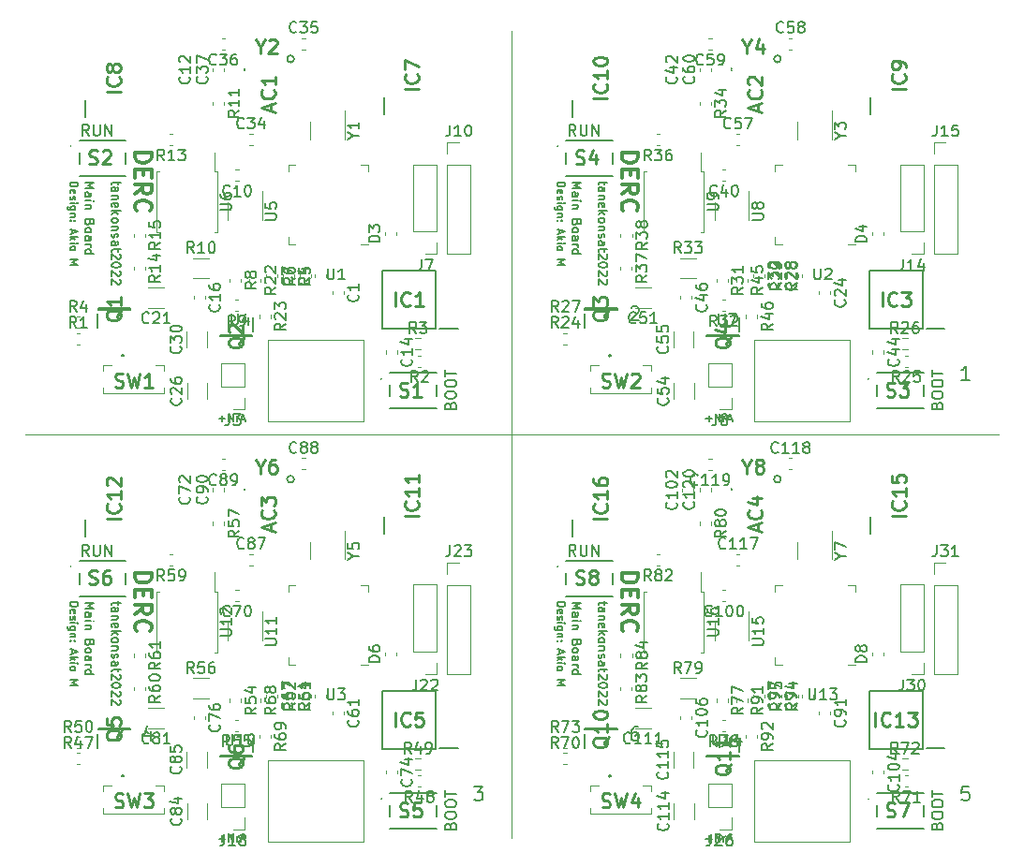
<source format=gbr>
%TF.GenerationSoftware,KiCad,Pcbnew,(6.0.4)*%
%TF.CreationDate,2022-09-20T15:17:21+09:00*%
%TF.ProjectId,mainboard_p_rev3,6d61696e-626f-4617-9264-5f705f726576,rev?*%
%TF.SameCoordinates,Original*%
%TF.FileFunction,Legend,Top*%
%TF.FilePolarity,Positive*%
%FSLAX46Y46*%
G04 Gerber Fmt 4.6, Leading zero omitted, Abs format (unit mm)*
G04 Created by KiCad (PCBNEW (6.0.4)) date 2022-09-20 15:17:21*
%MOMM*%
%LPD*%
G01*
G04 APERTURE LIST*
%ADD10C,0.150000*%
%ADD11C,0.120000*%
%ADD12C,0.300000*%
%ADD13C,0.254000*%
%ADD14C,0.200000*%
%ADD15C,0.100000*%
G04 APERTURE END LIST*
D10*
X98761904Y-107452380D02*
X98428571Y-106976190D01*
X98190476Y-107452380D02*
X98190476Y-106452380D01*
X98571428Y-106452380D01*
X98666666Y-106500000D01*
X98714285Y-106547619D01*
X98761904Y-106642857D01*
X98761904Y-106785714D01*
X98714285Y-106880952D01*
X98666666Y-106928571D01*
X98571428Y-106976190D01*
X98190476Y-106976190D01*
X99190476Y-106452380D02*
X99190476Y-107261904D01*
X99238095Y-107357142D01*
X99285714Y-107404761D01*
X99380952Y-107452380D01*
X99571428Y-107452380D01*
X99666666Y-107404761D01*
X99714285Y-107357142D01*
X99761904Y-107261904D01*
X99761904Y-106452380D01*
X100238095Y-107452380D02*
X100238095Y-106452380D01*
X100809523Y-107452380D01*
X100809523Y-106452380D01*
X98761904Y-69452380D02*
X98428571Y-68976190D01*
X98190476Y-69452380D02*
X98190476Y-68452380D01*
X98571428Y-68452380D01*
X98666666Y-68500000D01*
X98714285Y-68547619D01*
X98761904Y-68642857D01*
X98761904Y-68785714D01*
X98714285Y-68880952D01*
X98666666Y-68928571D01*
X98571428Y-68976190D01*
X98190476Y-68976190D01*
X99190476Y-68452380D02*
X99190476Y-69261904D01*
X99238095Y-69357142D01*
X99285714Y-69404761D01*
X99380952Y-69452380D01*
X99571428Y-69452380D01*
X99666666Y-69404761D01*
X99714285Y-69357142D01*
X99761904Y-69261904D01*
X99761904Y-68452380D01*
X100238095Y-69452380D02*
X100238095Y-68452380D01*
X100809523Y-69452380D01*
X100809523Y-68452380D01*
X142761904Y-69452380D02*
X142428571Y-68976190D01*
X142190476Y-69452380D02*
X142190476Y-68452380D01*
X142571428Y-68452380D01*
X142666666Y-68500000D01*
X142714285Y-68547619D01*
X142761904Y-68642857D01*
X142761904Y-68785714D01*
X142714285Y-68880952D01*
X142666666Y-68928571D01*
X142571428Y-68976190D01*
X142190476Y-68976190D01*
X143190476Y-68452380D02*
X143190476Y-69261904D01*
X143238095Y-69357142D01*
X143285714Y-69404761D01*
X143380952Y-69452380D01*
X143571428Y-69452380D01*
X143666666Y-69404761D01*
X143714285Y-69357142D01*
X143761904Y-69261904D01*
X143761904Y-68452380D01*
X144238095Y-69452380D02*
X144238095Y-68452380D01*
X144809523Y-69452380D01*
X144809523Y-68452380D01*
X142761904Y-107452380D02*
X142428571Y-106976190D01*
X142190476Y-107452380D02*
X142190476Y-106452380D01*
X142571428Y-106452380D01*
X142666666Y-106500000D01*
X142714285Y-106547619D01*
X142761904Y-106642857D01*
X142761904Y-106785714D01*
X142714285Y-106880952D01*
X142666666Y-106928571D01*
X142571428Y-106976190D01*
X142190476Y-106976190D01*
X143190476Y-106452380D02*
X143190476Y-107261904D01*
X143238095Y-107357142D01*
X143285714Y-107404761D01*
X143380952Y-107452380D01*
X143571428Y-107452380D01*
X143666666Y-107404761D01*
X143714285Y-107357142D01*
X143761904Y-107261904D01*
X143761904Y-106452380D01*
X144238095Y-107452380D02*
X144238095Y-106452380D01*
X144809523Y-107452380D01*
X144809523Y-106452380D01*
X131428571Y-93857142D02*
X131476190Y-93714285D01*
X131523809Y-93666666D01*
X131619047Y-93619047D01*
X131761904Y-93619047D01*
X131857142Y-93666666D01*
X131904761Y-93714285D01*
X131952380Y-93809523D01*
X131952380Y-94190476D01*
X130952380Y-94190476D01*
X130952380Y-93857142D01*
X131000000Y-93761904D01*
X131047619Y-93714285D01*
X131142857Y-93666666D01*
X131238095Y-93666666D01*
X131333333Y-93714285D01*
X131380952Y-93761904D01*
X131428571Y-93857142D01*
X131428571Y-94190476D01*
X130952380Y-93000000D02*
X130952380Y-92809523D01*
X131000000Y-92714285D01*
X131095238Y-92619047D01*
X131285714Y-92571428D01*
X131619047Y-92571428D01*
X131809523Y-92619047D01*
X131904761Y-92714285D01*
X131952380Y-92809523D01*
X131952380Y-93000000D01*
X131904761Y-93095238D01*
X131809523Y-93190476D01*
X131619047Y-93238095D01*
X131285714Y-93238095D01*
X131095238Y-93190476D01*
X131000000Y-93095238D01*
X130952380Y-93000000D01*
X130952380Y-91952380D02*
X130952380Y-91761904D01*
X131000000Y-91666666D01*
X131095238Y-91571428D01*
X131285714Y-91523809D01*
X131619047Y-91523809D01*
X131809523Y-91571428D01*
X131904761Y-91666666D01*
X131952380Y-91761904D01*
X131952380Y-91952380D01*
X131904761Y-92047619D01*
X131809523Y-92142857D01*
X131619047Y-92190476D01*
X131285714Y-92190476D01*
X131095238Y-92142857D01*
X131000000Y-92047619D01*
X130952380Y-91952380D01*
X130952380Y-91238095D02*
X130952380Y-90666666D01*
X131952380Y-90952380D02*
X130952380Y-90952380D01*
X131428571Y-131857142D02*
X131476190Y-131714285D01*
X131523809Y-131666666D01*
X131619047Y-131619047D01*
X131761904Y-131619047D01*
X131857142Y-131666666D01*
X131904761Y-131714285D01*
X131952380Y-131809523D01*
X131952380Y-132190476D01*
X130952380Y-132190476D01*
X130952380Y-131857142D01*
X131000000Y-131761904D01*
X131047619Y-131714285D01*
X131142857Y-131666666D01*
X131238095Y-131666666D01*
X131333333Y-131714285D01*
X131380952Y-131761904D01*
X131428571Y-131857142D01*
X131428571Y-132190476D01*
X130952380Y-131000000D02*
X130952380Y-130809523D01*
X131000000Y-130714285D01*
X131095238Y-130619047D01*
X131285714Y-130571428D01*
X131619047Y-130571428D01*
X131809523Y-130619047D01*
X131904761Y-130714285D01*
X131952380Y-130809523D01*
X131952380Y-131000000D01*
X131904761Y-131095238D01*
X131809523Y-131190476D01*
X131619047Y-131238095D01*
X131285714Y-131238095D01*
X131095238Y-131190476D01*
X131000000Y-131095238D01*
X130952380Y-131000000D01*
X130952380Y-129952380D02*
X130952380Y-129761904D01*
X131000000Y-129666666D01*
X131095238Y-129571428D01*
X131285714Y-129523809D01*
X131619047Y-129523809D01*
X131809523Y-129571428D01*
X131904761Y-129666666D01*
X131952380Y-129761904D01*
X131952380Y-129952380D01*
X131904761Y-130047619D01*
X131809523Y-130142857D01*
X131619047Y-130190476D01*
X131285714Y-130190476D01*
X131095238Y-130142857D01*
X131000000Y-130047619D01*
X130952380Y-129952380D01*
X130952380Y-129238095D02*
X130952380Y-128666666D01*
X131952380Y-128952380D02*
X130952380Y-128952380D01*
X175428571Y-131857142D02*
X175476190Y-131714285D01*
X175523809Y-131666666D01*
X175619047Y-131619047D01*
X175761904Y-131619047D01*
X175857142Y-131666666D01*
X175904761Y-131714285D01*
X175952380Y-131809523D01*
X175952380Y-132190476D01*
X174952380Y-132190476D01*
X174952380Y-131857142D01*
X175000000Y-131761904D01*
X175047619Y-131714285D01*
X175142857Y-131666666D01*
X175238095Y-131666666D01*
X175333333Y-131714285D01*
X175380952Y-131761904D01*
X175428571Y-131857142D01*
X175428571Y-132190476D01*
X174952380Y-131000000D02*
X174952380Y-130809523D01*
X175000000Y-130714285D01*
X175095238Y-130619047D01*
X175285714Y-130571428D01*
X175619047Y-130571428D01*
X175809523Y-130619047D01*
X175904761Y-130714285D01*
X175952380Y-130809523D01*
X175952380Y-131000000D01*
X175904761Y-131095238D01*
X175809523Y-131190476D01*
X175619047Y-131238095D01*
X175285714Y-131238095D01*
X175095238Y-131190476D01*
X175000000Y-131095238D01*
X174952380Y-131000000D01*
X174952380Y-129952380D02*
X174952380Y-129761904D01*
X175000000Y-129666666D01*
X175095238Y-129571428D01*
X175285714Y-129523809D01*
X175619047Y-129523809D01*
X175809523Y-129571428D01*
X175904761Y-129666666D01*
X175952380Y-129761904D01*
X175952380Y-129952380D01*
X175904761Y-130047619D01*
X175809523Y-130142857D01*
X175619047Y-130190476D01*
X175285714Y-130190476D01*
X175095238Y-130142857D01*
X175000000Y-130047619D01*
X174952380Y-129952380D01*
X174952380Y-129238095D02*
X174952380Y-128666666D01*
X175952380Y-128952380D02*
X174952380Y-128952380D01*
X175428571Y-93857142D02*
X175476190Y-93714285D01*
X175523809Y-93666666D01*
X175619047Y-93619047D01*
X175761904Y-93619047D01*
X175857142Y-93666666D01*
X175904761Y-93714285D01*
X175952380Y-93809523D01*
X175952380Y-94190476D01*
X174952380Y-94190476D01*
X174952380Y-93857142D01*
X175000000Y-93761904D01*
X175047619Y-93714285D01*
X175142857Y-93666666D01*
X175238095Y-93666666D01*
X175333333Y-93714285D01*
X175380952Y-93761904D01*
X175428571Y-93857142D01*
X175428571Y-94190476D01*
X174952380Y-93000000D02*
X174952380Y-92809523D01*
X175000000Y-92714285D01*
X175095238Y-92619047D01*
X175285714Y-92571428D01*
X175619047Y-92571428D01*
X175809523Y-92619047D01*
X175904761Y-92714285D01*
X175952380Y-92809523D01*
X175952380Y-93000000D01*
X175904761Y-93095238D01*
X175809523Y-93190476D01*
X175619047Y-93238095D01*
X175285714Y-93238095D01*
X175095238Y-93190476D01*
X175000000Y-93095238D01*
X174952380Y-93000000D01*
X174952380Y-91952380D02*
X174952380Y-91761904D01*
X175000000Y-91666666D01*
X175095238Y-91571428D01*
X175285714Y-91523809D01*
X175619047Y-91523809D01*
X175809523Y-91571428D01*
X175904761Y-91666666D01*
X175952380Y-91761904D01*
X175952380Y-91952380D01*
X175904761Y-92047619D01*
X175809523Y-92142857D01*
X175619047Y-92190476D01*
X175285714Y-92190476D01*
X175095238Y-92142857D01*
X175000000Y-92047619D01*
X174952380Y-91952380D01*
X174952380Y-91238095D02*
X174952380Y-90666666D01*
X175952380Y-90952380D02*
X174952380Y-90952380D01*
D11*
X93000000Y-96500000D02*
X181000000Y-96500000D01*
X137000000Y-60000000D02*
X137000000Y-133000000D01*
D10*
X142438095Y-111687976D02*
X143238095Y-111687976D01*
X142666666Y-111954642D01*
X143238095Y-112221309D01*
X142438095Y-112221309D01*
X142438095Y-112945119D02*
X142857142Y-112945119D01*
X142933333Y-112907023D01*
X142971428Y-112830833D01*
X142971428Y-112678452D01*
X142933333Y-112602261D01*
X142476190Y-112945119D02*
X142438095Y-112868928D01*
X142438095Y-112678452D01*
X142476190Y-112602261D01*
X142552380Y-112564166D01*
X142628571Y-112564166D01*
X142704761Y-112602261D01*
X142742857Y-112678452D01*
X142742857Y-112868928D01*
X142780952Y-112945119D01*
X142438095Y-113326071D02*
X142971428Y-113326071D01*
X143238095Y-113326071D02*
X143200000Y-113287976D01*
X143161904Y-113326071D01*
X143200000Y-113364166D01*
X143238095Y-113326071D01*
X143161904Y-113326071D01*
X142971428Y-113707023D02*
X142438095Y-113707023D01*
X142895238Y-113707023D02*
X142933333Y-113745119D01*
X142971428Y-113821309D01*
X142971428Y-113935595D01*
X142933333Y-114011785D01*
X142857142Y-114049880D01*
X142438095Y-114049880D01*
X142857142Y-115307023D02*
X142819047Y-115421309D01*
X142780952Y-115459404D01*
X142704761Y-115497500D01*
X142590476Y-115497500D01*
X142514285Y-115459404D01*
X142476190Y-115421309D01*
X142438095Y-115345119D01*
X142438095Y-115040357D01*
X143238095Y-115040357D01*
X143238095Y-115307023D01*
X143200000Y-115383214D01*
X143161904Y-115421309D01*
X143085714Y-115459404D01*
X143009523Y-115459404D01*
X142933333Y-115421309D01*
X142895238Y-115383214D01*
X142857142Y-115307023D01*
X142857142Y-115040357D01*
X142438095Y-115954642D02*
X142476190Y-115878452D01*
X142514285Y-115840357D01*
X142590476Y-115802261D01*
X142819047Y-115802261D01*
X142895238Y-115840357D01*
X142933333Y-115878452D01*
X142971428Y-115954642D01*
X142971428Y-116068928D01*
X142933333Y-116145119D01*
X142895238Y-116183214D01*
X142819047Y-116221309D01*
X142590476Y-116221309D01*
X142514285Y-116183214D01*
X142476190Y-116145119D01*
X142438095Y-116068928D01*
X142438095Y-115954642D01*
X142438095Y-116907023D02*
X142857142Y-116907023D01*
X142933333Y-116868928D01*
X142971428Y-116792738D01*
X142971428Y-116640357D01*
X142933333Y-116564166D01*
X142476190Y-116907023D02*
X142438095Y-116830833D01*
X142438095Y-116640357D01*
X142476190Y-116564166D01*
X142552380Y-116526071D01*
X142628571Y-116526071D01*
X142704761Y-116564166D01*
X142742857Y-116640357D01*
X142742857Y-116830833D01*
X142780952Y-116907023D01*
X142438095Y-117287976D02*
X142971428Y-117287976D01*
X142819047Y-117287976D02*
X142895238Y-117326071D01*
X142933333Y-117364166D01*
X142971428Y-117440357D01*
X142971428Y-117516547D01*
X142438095Y-118126071D02*
X143238095Y-118126071D01*
X142476190Y-118126071D02*
X142438095Y-118049880D01*
X142438095Y-117897500D01*
X142476190Y-117821309D01*
X142514285Y-117783214D01*
X142590476Y-117745119D01*
X142819047Y-117745119D01*
X142895238Y-117783214D01*
X142933333Y-117821309D01*
X142971428Y-117897500D01*
X142971428Y-118049880D01*
X142933333Y-118126071D01*
X145371428Y-111573690D02*
X145371428Y-111878452D01*
X145638095Y-111687976D02*
X144952380Y-111687976D01*
X144876190Y-111726071D01*
X144838095Y-111802261D01*
X144838095Y-111878452D01*
X144838095Y-112487976D02*
X145257142Y-112487976D01*
X145333333Y-112449880D01*
X145371428Y-112373690D01*
X145371428Y-112221309D01*
X145333333Y-112145119D01*
X144876190Y-112487976D02*
X144838095Y-112411785D01*
X144838095Y-112221309D01*
X144876190Y-112145119D01*
X144952380Y-112107023D01*
X145028571Y-112107023D01*
X145104761Y-112145119D01*
X145142857Y-112221309D01*
X145142857Y-112411785D01*
X145180952Y-112487976D01*
X145371428Y-112868928D02*
X144838095Y-112868928D01*
X145295238Y-112868928D02*
X145333333Y-112907023D01*
X145371428Y-112983214D01*
X145371428Y-113097500D01*
X145333333Y-113173690D01*
X145257142Y-113211785D01*
X144838095Y-113211785D01*
X144876190Y-113897500D02*
X144838095Y-113821309D01*
X144838095Y-113668928D01*
X144876190Y-113592738D01*
X144952380Y-113554642D01*
X145257142Y-113554642D01*
X145333333Y-113592738D01*
X145371428Y-113668928D01*
X145371428Y-113821309D01*
X145333333Y-113897500D01*
X145257142Y-113935595D01*
X145180952Y-113935595D01*
X145104761Y-113554642D01*
X144838095Y-114278452D02*
X145638095Y-114278452D01*
X145142857Y-114354642D02*
X144838095Y-114583214D01*
X145371428Y-114583214D02*
X145066666Y-114278452D01*
X144838095Y-115040357D02*
X144876190Y-114964166D01*
X144914285Y-114926071D01*
X144990476Y-114887976D01*
X145219047Y-114887976D01*
X145295238Y-114926071D01*
X145333333Y-114964166D01*
X145371428Y-115040357D01*
X145371428Y-115154642D01*
X145333333Y-115230833D01*
X145295238Y-115268928D01*
X145219047Y-115307023D01*
X144990476Y-115307023D01*
X144914285Y-115268928D01*
X144876190Y-115230833D01*
X144838095Y-115154642D01*
X144838095Y-115040357D01*
X145371428Y-115649880D02*
X144838095Y-115649880D01*
X145295238Y-115649880D02*
X145333333Y-115687976D01*
X145371428Y-115764166D01*
X145371428Y-115878452D01*
X145333333Y-115954642D01*
X145257142Y-115992738D01*
X144838095Y-115992738D01*
X144876190Y-116335595D02*
X144838095Y-116411785D01*
X144838095Y-116564166D01*
X144876190Y-116640357D01*
X144952380Y-116678452D01*
X144990476Y-116678452D01*
X145066666Y-116640357D01*
X145104761Y-116564166D01*
X145104761Y-116449880D01*
X145142857Y-116373690D01*
X145219047Y-116335595D01*
X145257142Y-116335595D01*
X145333333Y-116373690D01*
X145371428Y-116449880D01*
X145371428Y-116564166D01*
X145333333Y-116640357D01*
X144838095Y-117364166D02*
X145257142Y-117364166D01*
X145333333Y-117326071D01*
X145371428Y-117249880D01*
X145371428Y-117097500D01*
X145333333Y-117021309D01*
X144876190Y-117364166D02*
X144838095Y-117287976D01*
X144838095Y-117097500D01*
X144876190Y-117021309D01*
X144952380Y-116983214D01*
X145028571Y-116983214D01*
X145104761Y-117021309D01*
X145142857Y-117097500D01*
X145142857Y-117287976D01*
X145180952Y-117364166D01*
X145371428Y-117630833D02*
X145371428Y-117935595D01*
X145638095Y-117745119D02*
X144952380Y-117745119D01*
X144876190Y-117783214D01*
X144838095Y-117859404D01*
X144838095Y-117935595D01*
X145561904Y-118164166D02*
X145600000Y-118202261D01*
X145638095Y-118278452D01*
X145638095Y-118468928D01*
X145600000Y-118545119D01*
X145561904Y-118583214D01*
X145485714Y-118621309D01*
X145409523Y-118621309D01*
X145295238Y-118583214D01*
X144838095Y-118126071D01*
X144838095Y-118621309D01*
X145638095Y-119116547D02*
X145638095Y-119192738D01*
X145600000Y-119268928D01*
X145561904Y-119307023D01*
X145485714Y-119345119D01*
X145333333Y-119383214D01*
X145142857Y-119383214D01*
X144990476Y-119345119D01*
X144914285Y-119307023D01*
X144876190Y-119268928D01*
X144838095Y-119192738D01*
X144838095Y-119116547D01*
X144876190Y-119040357D01*
X144914285Y-119002261D01*
X144990476Y-118964166D01*
X145142857Y-118926071D01*
X145333333Y-118926071D01*
X145485714Y-118964166D01*
X145561904Y-119002261D01*
X145600000Y-119040357D01*
X145638095Y-119116547D01*
X145561904Y-119687976D02*
X145600000Y-119726071D01*
X145638095Y-119802261D01*
X145638095Y-119992738D01*
X145600000Y-120068928D01*
X145561904Y-120107023D01*
X145485714Y-120145119D01*
X145409523Y-120145119D01*
X145295238Y-120107023D01*
X144838095Y-119649880D01*
X144838095Y-120145119D01*
X145561904Y-120449880D02*
X145600000Y-120487976D01*
X145638095Y-120564166D01*
X145638095Y-120754642D01*
X145600000Y-120830833D01*
X145561904Y-120868928D01*
X145485714Y-120907023D01*
X145409523Y-120907023D01*
X145295238Y-120868928D01*
X144838095Y-120411785D01*
X144838095Y-120907023D01*
D12*
X146921428Y-109028571D02*
X148421428Y-109028571D01*
X148421428Y-109385714D01*
X148350000Y-109600000D01*
X148207142Y-109742857D01*
X148064285Y-109814285D01*
X147778571Y-109885714D01*
X147564285Y-109885714D01*
X147278571Y-109814285D01*
X147135714Y-109742857D01*
X146992857Y-109600000D01*
X146921428Y-109385714D01*
X146921428Y-109028571D01*
X147707142Y-110528571D02*
X147707142Y-111028571D01*
X146921428Y-111242857D02*
X146921428Y-110528571D01*
X148421428Y-110528571D01*
X148421428Y-111242857D01*
X146921428Y-112742857D02*
X147635714Y-112242857D01*
X146921428Y-111885714D02*
X148421428Y-111885714D01*
X148421428Y-112457142D01*
X148350000Y-112600000D01*
X148278571Y-112671428D01*
X148135714Y-112742857D01*
X147921428Y-112742857D01*
X147778571Y-112671428D01*
X147707142Y-112600000D01*
X147635714Y-112457142D01*
X147635714Y-111885714D01*
X147064285Y-114242857D02*
X146992857Y-114171428D01*
X146921428Y-113957142D01*
X146921428Y-113814285D01*
X146992857Y-113600000D01*
X147135714Y-113457142D01*
X147278571Y-113385714D01*
X147564285Y-113314285D01*
X147778571Y-113314285D01*
X148064285Y-113385714D01*
X148207142Y-113457142D01*
X148350000Y-113600000D01*
X148421428Y-113814285D01*
X148421428Y-113957142D01*
X148350000Y-114171428D01*
X148278571Y-114242857D01*
D10*
X141083333Y-111666666D02*
X141783333Y-111666666D01*
X141783333Y-111833333D01*
X141750000Y-111933333D01*
X141683333Y-112000000D01*
X141616666Y-112033333D01*
X141483333Y-112066666D01*
X141383333Y-112066666D01*
X141250000Y-112033333D01*
X141183333Y-112000000D01*
X141116666Y-111933333D01*
X141083333Y-111833333D01*
X141083333Y-111666666D01*
X141116666Y-112633333D02*
X141083333Y-112566666D01*
X141083333Y-112433333D01*
X141116666Y-112366666D01*
X141183333Y-112333333D01*
X141450000Y-112333333D01*
X141516666Y-112366666D01*
X141550000Y-112433333D01*
X141550000Y-112566666D01*
X141516666Y-112633333D01*
X141450000Y-112666666D01*
X141383333Y-112666666D01*
X141316666Y-112333333D01*
X141116666Y-112933333D02*
X141083333Y-113000000D01*
X141083333Y-113133333D01*
X141116666Y-113200000D01*
X141183333Y-113233333D01*
X141216666Y-113233333D01*
X141283333Y-113200000D01*
X141316666Y-113133333D01*
X141316666Y-113033333D01*
X141350000Y-112966666D01*
X141416666Y-112933333D01*
X141450000Y-112933333D01*
X141516666Y-112966666D01*
X141550000Y-113033333D01*
X141550000Y-113133333D01*
X141516666Y-113200000D01*
X141083333Y-113533333D02*
X141550000Y-113533333D01*
X141783333Y-113533333D02*
X141750000Y-113500000D01*
X141716666Y-113533333D01*
X141750000Y-113566666D01*
X141783333Y-113533333D01*
X141716666Y-113533333D01*
X141550000Y-114166666D02*
X140983333Y-114166666D01*
X140916666Y-114133333D01*
X140883333Y-114100000D01*
X140850000Y-114033333D01*
X140850000Y-113933333D01*
X140883333Y-113866666D01*
X141116666Y-114166666D02*
X141083333Y-114100000D01*
X141083333Y-113966666D01*
X141116666Y-113900000D01*
X141150000Y-113866666D01*
X141216666Y-113833333D01*
X141416666Y-113833333D01*
X141483333Y-113866666D01*
X141516666Y-113900000D01*
X141550000Y-113966666D01*
X141550000Y-114100000D01*
X141516666Y-114166666D01*
X141550000Y-114500000D02*
X141083333Y-114500000D01*
X141483333Y-114500000D02*
X141516666Y-114533333D01*
X141550000Y-114600000D01*
X141550000Y-114700000D01*
X141516666Y-114766666D01*
X141450000Y-114800000D01*
X141083333Y-114800000D01*
X141150000Y-115133333D02*
X141116666Y-115166666D01*
X141083333Y-115133333D01*
X141116666Y-115100000D01*
X141150000Y-115133333D01*
X141083333Y-115133333D01*
X141516666Y-115133333D02*
X141483333Y-115166666D01*
X141450000Y-115133333D01*
X141483333Y-115100000D01*
X141516666Y-115133333D01*
X141450000Y-115133333D01*
X141283333Y-115966666D02*
X141283333Y-116300000D01*
X141083333Y-115900000D02*
X141783333Y-116133333D01*
X141083333Y-116366666D01*
X141083333Y-116600000D02*
X141783333Y-116600000D01*
X141350000Y-116666666D02*
X141083333Y-116866666D01*
X141550000Y-116866666D02*
X141283333Y-116600000D01*
X141083333Y-117166666D02*
X141550000Y-117166666D01*
X141783333Y-117166666D02*
X141750000Y-117133333D01*
X141716666Y-117166666D01*
X141750000Y-117200000D01*
X141783333Y-117166666D01*
X141716666Y-117166666D01*
X141083333Y-117600000D02*
X141116666Y-117533333D01*
X141150000Y-117500000D01*
X141216666Y-117466666D01*
X141416666Y-117466666D01*
X141483333Y-117500000D01*
X141516666Y-117533333D01*
X141550000Y-117600000D01*
X141550000Y-117700000D01*
X141516666Y-117766666D01*
X141483333Y-117800000D01*
X141416666Y-117833333D01*
X141216666Y-117833333D01*
X141150000Y-117800000D01*
X141116666Y-117766666D01*
X141083333Y-117700000D01*
X141083333Y-117600000D01*
X141083333Y-118666666D02*
X141783333Y-118666666D01*
X141283333Y-118900000D01*
X141783333Y-119133333D01*
X141083333Y-119133333D01*
X98438095Y-111687976D02*
X99238095Y-111687976D01*
X98666666Y-111954642D01*
X99238095Y-112221309D01*
X98438095Y-112221309D01*
X98438095Y-112945119D02*
X98857142Y-112945119D01*
X98933333Y-112907023D01*
X98971428Y-112830833D01*
X98971428Y-112678452D01*
X98933333Y-112602261D01*
X98476190Y-112945119D02*
X98438095Y-112868928D01*
X98438095Y-112678452D01*
X98476190Y-112602261D01*
X98552380Y-112564166D01*
X98628571Y-112564166D01*
X98704761Y-112602261D01*
X98742857Y-112678452D01*
X98742857Y-112868928D01*
X98780952Y-112945119D01*
X98438095Y-113326071D02*
X98971428Y-113326071D01*
X99238095Y-113326071D02*
X99200000Y-113287976D01*
X99161904Y-113326071D01*
X99200000Y-113364166D01*
X99238095Y-113326071D01*
X99161904Y-113326071D01*
X98971428Y-113707023D02*
X98438095Y-113707023D01*
X98895238Y-113707023D02*
X98933333Y-113745119D01*
X98971428Y-113821309D01*
X98971428Y-113935595D01*
X98933333Y-114011785D01*
X98857142Y-114049880D01*
X98438095Y-114049880D01*
X98857142Y-115307023D02*
X98819047Y-115421309D01*
X98780952Y-115459404D01*
X98704761Y-115497500D01*
X98590476Y-115497500D01*
X98514285Y-115459404D01*
X98476190Y-115421309D01*
X98438095Y-115345119D01*
X98438095Y-115040357D01*
X99238095Y-115040357D01*
X99238095Y-115307023D01*
X99200000Y-115383214D01*
X99161904Y-115421309D01*
X99085714Y-115459404D01*
X99009523Y-115459404D01*
X98933333Y-115421309D01*
X98895238Y-115383214D01*
X98857142Y-115307023D01*
X98857142Y-115040357D01*
X98438095Y-115954642D02*
X98476190Y-115878452D01*
X98514285Y-115840357D01*
X98590476Y-115802261D01*
X98819047Y-115802261D01*
X98895238Y-115840357D01*
X98933333Y-115878452D01*
X98971428Y-115954642D01*
X98971428Y-116068928D01*
X98933333Y-116145119D01*
X98895238Y-116183214D01*
X98819047Y-116221309D01*
X98590476Y-116221309D01*
X98514285Y-116183214D01*
X98476190Y-116145119D01*
X98438095Y-116068928D01*
X98438095Y-115954642D01*
X98438095Y-116907023D02*
X98857142Y-116907023D01*
X98933333Y-116868928D01*
X98971428Y-116792738D01*
X98971428Y-116640357D01*
X98933333Y-116564166D01*
X98476190Y-116907023D02*
X98438095Y-116830833D01*
X98438095Y-116640357D01*
X98476190Y-116564166D01*
X98552380Y-116526071D01*
X98628571Y-116526071D01*
X98704761Y-116564166D01*
X98742857Y-116640357D01*
X98742857Y-116830833D01*
X98780952Y-116907023D01*
X98438095Y-117287976D02*
X98971428Y-117287976D01*
X98819047Y-117287976D02*
X98895238Y-117326071D01*
X98933333Y-117364166D01*
X98971428Y-117440357D01*
X98971428Y-117516547D01*
X98438095Y-118126071D02*
X99238095Y-118126071D01*
X98476190Y-118126071D02*
X98438095Y-118049880D01*
X98438095Y-117897500D01*
X98476190Y-117821309D01*
X98514285Y-117783214D01*
X98590476Y-117745119D01*
X98819047Y-117745119D01*
X98895238Y-117783214D01*
X98933333Y-117821309D01*
X98971428Y-117897500D01*
X98971428Y-118049880D01*
X98933333Y-118126071D01*
X101371428Y-111573690D02*
X101371428Y-111878452D01*
X101638095Y-111687976D02*
X100952380Y-111687976D01*
X100876190Y-111726071D01*
X100838095Y-111802261D01*
X100838095Y-111878452D01*
X100838095Y-112487976D02*
X101257142Y-112487976D01*
X101333333Y-112449880D01*
X101371428Y-112373690D01*
X101371428Y-112221309D01*
X101333333Y-112145119D01*
X100876190Y-112487976D02*
X100838095Y-112411785D01*
X100838095Y-112221309D01*
X100876190Y-112145119D01*
X100952380Y-112107023D01*
X101028571Y-112107023D01*
X101104761Y-112145119D01*
X101142857Y-112221309D01*
X101142857Y-112411785D01*
X101180952Y-112487976D01*
X101371428Y-112868928D02*
X100838095Y-112868928D01*
X101295238Y-112868928D02*
X101333333Y-112907023D01*
X101371428Y-112983214D01*
X101371428Y-113097500D01*
X101333333Y-113173690D01*
X101257142Y-113211785D01*
X100838095Y-113211785D01*
X100876190Y-113897500D02*
X100838095Y-113821309D01*
X100838095Y-113668928D01*
X100876190Y-113592738D01*
X100952380Y-113554642D01*
X101257142Y-113554642D01*
X101333333Y-113592738D01*
X101371428Y-113668928D01*
X101371428Y-113821309D01*
X101333333Y-113897500D01*
X101257142Y-113935595D01*
X101180952Y-113935595D01*
X101104761Y-113554642D01*
X100838095Y-114278452D02*
X101638095Y-114278452D01*
X101142857Y-114354642D02*
X100838095Y-114583214D01*
X101371428Y-114583214D02*
X101066666Y-114278452D01*
X100838095Y-115040357D02*
X100876190Y-114964166D01*
X100914285Y-114926071D01*
X100990476Y-114887976D01*
X101219047Y-114887976D01*
X101295238Y-114926071D01*
X101333333Y-114964166D01*
X101371428Y-115040357D01*
X101371428Y-115154642D01*
X101333333Y-115230833D01*
X101295238Y-115268928D01*
X101219047Y-115307023D01*
X100990476Y-115307023D01*
X100914285Y-115268928D01*
X100876190Y-115230833D01*
X100838095Y-115154642D01*
X100838095Y-115040357D01*
X101371428Y-115649880D02*
X100838095Y-115649880D01*
X101295238Y-115649880D02*
X101333333Y-115687976D01*
X101371428Y-115764166D01*
X101371428Y-115878452D01*
X101333333Y-115954642D01*
X101257142Y-115992738D01*
X100838095Y-115992738D01*
X100876190Y-116335595D02*
X100838095Y-116411785D01*
X100838095Y-116564166D01*
X100876190Y-116640357D01*
X100952380Y-116678452D01*
X100990476Y-116678452D01*
X101066666Y-116640357D01*
X101104761Y-116564166D01*
X101104761Y-116449880D01*
X101142857Y-116373690D01*
X101219047Y-116335595D01*
X101257142Y-116335595D01*
X101333333Y-116373690D01*
X101371428Y-116449880D01*
X101371428Y-116564166D01*
X101333333Y-116640357D01*
X100838095Y-117364166D02*
X101257142Y-117364166D01*
X101333333Y-117326071D01*
X101371428Y-117249880D01*
X101371428Y-117097500D01*
X101333333Y-117021309D01*
X100876190Y-117364166D02*
X100838095Y-117287976D01*
X100838095Y-117097500D01*
X100876190Y-117021309D01*
X100952380Y-116983214D01*
X101028571Y-116983214D01*
X101104761Y-117021309D01*
X101142857Y-117097500D01*
X101142857Y-117287976D01*
X101180952Y-117364166D01*
X101371428Y-117630833D02*
X101371428Y-117935595D01*
X101638095Y-117745119D02*
X100952380Y-117745119D01*
X100876190Y-117783214D01*
X100838095Y-117859404D01*
X100838095Y-117935595D01*
X101561904Y-118164166D02*
X101600000Y-118202261D01*
X101638095Y-118278452D01*
X101638095Y-118468928D01*
X101600000Y-118545119D01*
X101561904Y-118583214D01*
X101485714Y-118621309D01*
X101409523Y-118621309D01*
X101295238Y-118583214D01*
X100838095Y-118126071D01*
X100838095Y-118621309D01*
X101638095Y-119116547D02*
X101638095Y-119192738D01*
X101600000Y-119268928D01*
X101561904Y-119307023D01*
X101485714Y-119345119D01*
X101333333Y-119383214D01*
X101142857Y-119383214D01*
X100990476Y-119345119D01*
X100914285Y-119307023D01*
X100876190Y-119268928D01*
X100838095Y-119192738D01*
X100838095Y-119116547D01*
X100876190Y-119040357D01*
X100914285Y-119002261D01*
X100990476Y-118964166D01*
X101142857Y-118926071D01*
X101333333Y-118926071D01*
X101485714Y-118964166D01*
X101561904Y-119002261D01*
X101600000Y-119040357D01*
X101638095Y-119116547D01*
X101561904Y-119687976D02*
X101600000Y-119726071D01*
X101638095Y-119802261D01*
X101638095Y-119992738D01*
X101600000Y-120068928D01*
X101561904Y-120107023D01*
X101485714Y-120145119D01*
X101409523Y-120145119D01*
X101295238Y-120107023D01*
X100838095Y-119649880D01*
X100838095Y-120145119D01*
X101561904Y-120449880D02*
X101600000Y-120487976D01*
X101638095Y-120564166D01*
X101638095Y-120754642D01*
X101600000Y-120830833D01*
X101561904Y-120868928D01*
X101485714Y-120907023D01*
X101409523Y-120907023D01*
X101295238Y-120868928D01*
X100838095Y-120411785D01*
X100838095Y-120907023D01*
D12*
X102921428Y-109028571D02*
X104421428Y-109028571D01*
X104421428Y-109385714D01*
X104350000Y-109600000D01*
X104207142Y-109742857D01*
X104064285Y-109814285D01*
X103778571Y-109885714D01*
X103564285Y-109885714D01*
X103278571Y-109814285D01*
X103135714Y-109742857D01*
X102992857Y-109600000D01*
X102921428Y-109385714D01*
X102921428Y-109028571D01*
X103707142Y-110528571D02*
X103707142Y-111028571D01*
X102921428Y-111242857D02*
X102921428Y-110528571D01*
X104421428Y-110528571D01*
X104421428Y-111242857D01*
X102921428Y-112742857D02*
X103635714Y-112242857D01*
X102921428Y-111885714D02*
X104421428Y-111885714D01*
X104421428Y-112457142D01*
X104350000Y-112600000D01*
X104278571Y-112671428D01*
X104135714Y-112742857D01*
X103921428Y-112742857D01*
X103778571Y-112671428D01*
X103707142Y-112600000D01*
X103635714Y-112457142D01*
X103635714Y-111885714D01*
X103064285Y-114242857D02*
X102992857Y-114171428D01*
X102921428Y-113957142D01*
X102921428Y-113814285D01*
X102992857Y-113600000D01*
X103135714Y-113457142D01*
X103278571Y-113385714D01*
X103564285Y-113314285D01*
X103778571Y-113314285D01*
X104064285Y-113385714D01*
X104207142Y-113457142D01*
X104350000Y-113600000D01*
X104421428Y-113814285D01*
X104421428Y-113957142D01*
X104350000Y-114171428D01*
X104278571Y-114242857D01*
D10*
X97083333Y-111666666D02*
X97783333Y-111666666D01*
X97783333Y-111833333D01*
X97750000Y-111933333D01*
X97683333Y-112000000D01*
X97616666Y-112033333D01*
X97483333Y-112066666D01*
X97383333Y-112066666D01*
X97250000Y-112033333D01*
X97183333Y-112000000D01*
X97116666Y-111933333D01*
X97083333Y-111833333D01*
X97083333Y-111666666D01*
X97116666Y-112633333D02*
X97083333Y-112566666D01*
X97083333Y-112433333D01*
X97116666Y-112366666D01*
X97183333Y-112333333D01*
X97450000Y-112333333D01*
X97516666Y-112366666D01*
X97550000Y-112433333D01*
X97550000Y-112566666D01*
X97516666Y-112633333D01*
X97450000Y-112666666D01*
X97383333Y-112666666D01*
X97316666Y-112333333D01*
X97116666Y-112933333D02*
X97083333Y-113000000D01*
X97083333Y-113133333D01*
X97116666Y-113200000D01*
X97183333Y-113233333D01*
X97216666Y-113233333D01*
X97283333Y-113200000D01*
X97316666Y-113133333D01*
X97316666Y-113033333D01*
X97350000Y-112966666D01*
X97416666Y-112933333D01*
X97450000Y-112933333D01*
X97516666Y-112966666D01*
X97550000Y-113033333D01*
X97550000Y-113133333D01*
X97516666Y-113200000D01*
X97083333Y-113533333D02*
X97550000Y-113533333D01*
X97783333Y-113533333D02*
X97750000Y-113500000D01*
X97716666Y-113533333D01*
X97750000Y-113566666D01*
X97783333Y-113533333D01*
X97716666Y-113533333D01*
X97550000Y-114166666D02*
X96983333Y-114166666D01*
X96916666Y-114133333D01*
X96883333Y-114100000D01*
X96850000Y-114033333D01*
X96850000Y-113933333D01*
X96883333Y-113866666D01*
X97116666Y-114166666D02*
X97083333Y-114100000D01*
X97083333Y-113966666D01*
X97116666Y-113900000D01*
X97150000Y-113866666D01*
X97216666Y-113833333D01*
X97416666Y-113833333D01*
X97483333Y-113866666D01*
X97516666Y-113900000D01*
X97550000Y-113966666D01*
X97550000Y-114100000D01*
X97516666Y-114166666D01*
X97550000Y-114500000D02*
X97083333Y-114500000D01*
X97483333Y-114500000D02*
X97516666Y-114533333D01*
X97550000Y-114600000D01*
X97550000Y-114700000D01*
X97516666Y-114766666D01*
X97450000Y-114800000D01*
X97083333Y-114800000D01*
X97150000Y-115133333D02*
X97116666Y-115166666D01*
X97083333Y-115133333D01*
X97116666Y-115100000D01*
X97150000Y-115133333D01*
X97083333Y-115133333D01*
X97516666Y-115133333D02*
X97483333Y-115166666D01*
X97450000Y-115133333D01*
X97483333Y-115100000D01*
X97516666Y-115133333D01*
X97450000Y-115133333D01*
X97283333Y-115966666D02*
X97283333Y-116300000D01*
X97083333Y-115900000D02*
X97783333Y-116133333D01*
X97083333Y-116366666D01*
X97083333Y-116600000D02*
X97783333Y-116600000D01*
X97350000Y-116666666D02*
X97083333Y-116866666D01*
X97550000Y-116866666D02*
X97283333Y-116600000D01*
X97083333Y-117166666D02*
X97550000Y-117166666D01*
X97783333Y-117166666D02*
X97750000Y-117133333D01*
X97716666Y-117166666D01*
X97750000Y-117200000D01*
X97783333Y-117166666D01*
X97716666Y-117166666D01*
X97083333Y-117600000D02*
X97116666Y-117533333D01*
X97150000Y-117500000D01*
X97216666Y-117466666D01*
X97416666Y-117466666D01*
X97483333Y-117500000D01*
X97516666Y-117533333D01*
X97550000Y-117600000D01*
X97550000Y-117700000D01*
X97516666Y-117766666D01*
X97483333Y-117800000D01*
X97416666Y-117833333D01*
X97216666Y-117833333D01*
X97150000Y-117800000D01*
X97116666Y-117766666D01*
X97083333Y-117700000D01*
X97083333Y-117600000D01*
X97083333Y-118666666D02*
X97783333Y-118666666D01*
X97283333Y-118900000D01*
X97783333Y-119133333D01*
X97083333Y-119133333D01*
X142438095Y-73687976D02*
X143238095Y-73687976D01*
X142666666Y-73954642D01*
X143238095Y-74221309D01*
X142438095Y-74221309D01*
X142438095Y-74945119D02*
X142857142Y-74945119D01*
X142933333Y-74907023D01*
X142971428Y-74830833D01*
X142971428Y-74678452D01*
X142933333Y-74602261D01*
X142476190Y-74945119D02*
X142438095Y-74868928D01*
X142438095Y-74678452D01*
X142476190Y-74602261D01*
X142552380Y-74564166D01*
X142628571Y-74564166D01*
X142704761Y-74602261D01*
X142742857Y-74678452D01*
X142742857Y-74868928D01*
X142780952Y-74945119D01*
X142438095Y-75326071D02*
X142971428Y-75326071D01*
X143238095Y-75326071D02*
X143200000Y-75287976D01*
X143161904Y-75326071D01*
X143200000Y-75364166D01*
X143238095Y-75326071D01*
X143161904Y-75326071D01*
X142971428Y-75707023D02*
X142438095Y-75707023D01*
X142895238Y-75707023D02*
X142933333Y-75745119D01*
X142971428Y-75821309D01*
X142971428Y-75935595D01*
X142933333Y-76011785D01*
X142857142Y-76049880D01*
X142438095Y-76049880D01*
X142857142Y-77307023D02*
X142819047Y-77421309D01*
X142780952Y-77459404D01*
X142704761Y-77497500D01*
X142590476Y-77497500D01*
X142514285Y-77459404D01*
X142476190Y-77421309D01*
X142438095Y-77345119D01*
X142438095Y-77040357D01*
X143238095Y-77040357D01*
X143238095Y-77307023D01*
X143200000Y-77383214D01*
X143161904Y-77421309D01*
X143085714Y-77459404D01*
X143009523Y-77459404D01*
X142933333Y-77421309D01*
X142895238Y-77383214D01*
X142857142Y-77307023D01*
X142857142Y-77040357D01*
X142438095Y-77954642D02*
X142476190Y-77878452D01*
X142514285Y-77840357D01*
X142590476Y-77802261D01*
X142819047Y-77802261D01*
X142895238Y-77840357D01*
X142933333Y-77878452D01*
X142971428Y-77954642D01*
X142971428Y-78068928D01*
X142933333Y-78145119D01*
X142895238Y-78183214D01*
X142819047Y-78221309D01*
X142590476Y-78221309D01*
X142514285Y-78183214D01*
X142476190Y-78145119D01*
X142438095Y-78068928D01*
X142438095Y-77954642D01*
X142438095Y-78907023D02*
X142857142Y-78907023D01*
X142933333Y-78868928D01*
X142971428Y-78792738D01*
X142971428Y-78640357D01*
X142933333Y-78564166D01*
X142476190Y-78907023D02*
X142438095Y-78830833D01*
X142438095Y-78640357D01*
X142476190Y-78564166D01*
X142552380Y-78526071D01*
X142628571Y-78526071D01*
X142704761Y-78564166D01*
X142742857Y-78640357D01*
X142742857Y-78830833D01*
X142780952Y-78907023D01*
X142438095Y-79287976D02*
X142971428Y-79287976D01*
X142819047Y-79287976D02*
X142895238Y-79326071D01*
X142933333Y-79364166D01*
X142971428Y-79440357D01*
X142971428Y-79516547D01*
X142438095Y-80126071D02*
X143238095Y-80126071D01*
X142476190Y-80126071D02*
X142438095Y-80049880D01*
X142438095Y-79897500D01*
X142476190Y-79821309D01*
X142514285Y-79783214D01*
X142590476Y-79745119D01*
X142819047Y-79745119D01*
X142895238Y-79783214D01*
X142933333Y-79821309D01*
X142971428Y-79897500D01*
X142971428Y-80049880D01*
X142933333Y-80126071D01*
X145371428Y-73573690D02*
X145371428Y-73878452D01*
X145638095Y-73687976D02*
X144952380Y-73687976D01*
X144876190Y-73726071D01*
X144838095Y-73802261D01*
X144838095Y-73878452D01*
X144838095Y-74487976D02*
X145257142Y-74487976D01*
X145333333Y-74449880D01*
X145371428Y-74373690D01*
X145371428Y-74221309D01*
X145333333Y-74145119D01*
X144876190Y-74487976D02*
X144838095Y-74411785D01*
X144838095Y-74221309D01*
X144876190Y-74145119D01*
X144952380Y-74107023D01*
X145028571Y-74107023D01*
X145104761Y-74145119D01*
X145142857Y-74221309D01*
X145142857Y-74411785D01*
X145180952Y-74487976D01*
X145371428Y-74868928D02*
X144838095Y-74868928D01*
X145295238Y-74868928D02*
X145333333Y-74907023D01*
X145371428Y-74983214D01*
X145371428Y-75097500D01*
X145333333Y-75173690D01*
X145257142Y-75211785D01*
X144838095Y-75211785D01*
X144876190Y-75897500D02*
X144838095Y-75821309D01*
X144838095Y-75668928D01*
X144876190Y-75592738D01*
X144952380Y-75554642D01*
X145257142Y-75554642D01*
X145333333Y-75592738D01*
X145371428Y-75668928D01*
X145371428Y-75821309D01*
X145333333Y-75897500D01*
X145257142Y-75935595D01*
X145180952Y-75935595D01*
X145104761Y-75554642D01*
X144838095Y-76278452D02*
X145638095Y-76278452D01*
X145142857Y-76354642D02*
X144838095Y-76583214D01*
X145371428Y-76583214D02*
X145066666Y-76278452D01*
X144838095Y-77040357D02*
X144876190Y-76964166D01*
X144914285Y-76926071D01*
X144990476Y-76887976D01*
X145219047Y-76887976D01*
X145295238Y-76926071D01*
X145333333Y-76964166D01*
X145371428Y-77040357D01*
X145371428Y-77154642D01*
X145333333Y-77230833D01*
X145295238Y-77268928D01*
X145219047Y-77307023D01*
X144990476Y-77307023D01*
X144914285Y-77268928D01*
X144876190Y-77230833D01*
X144838095Y-77154642D01*
X144838095Y-77040357D01*
X145371428Y-77649880D02*
X144838095Y-77649880D01*
X145295238Y-77649880D02*
X145333333Y-77687976D01*
X145371428Y-77764166D01*
X145371428Y-77878452D01*
X145333333Y-77954642D01*
X145257142Y-77992738D01*
X144838095Y-77992738D01*
X144876190Y-78335595D02*
X144838095Y-78411785D01*
X144838095Y-78564166D01*
X144876190Y-78640357D01*
X144952380Y-78678452D01*
X144990476Y-78678452D01*
X145066666Y-78640357D01*
X145104761Y-78564166D01*
X145104761Y-78449880D01*
X145142857Y-78373690D01*
X145219047Y-78335595D01*
X145257142Y-78335595D01*
X145333333Y-78373690D01*
X145371428Y-78449880D01*
X145371428Y-78564166D01*
X145333333Y-78640357D01*
X144838095Y-79364166D02*
X145257142Y-79364166D01*
X145333333Y-79326071D01*
X145371428Y-79249880D01*
X145371428Y-79097500D01*
X145333333Y-79021309D01*
X144876190Y-79364166D02*
X144838095Y-79287976D01*
X144838095Y-79097500D01*
X144876190Y-79021309D01*
X144952380Y-78983214D01*
X145028571Y-78983214D01*
X145104761Y-79021309D01*
X145142857Y-79097500D01*
X145142857Y-79287976D01*
X145180952Y-79364166D01*
X145371428Y-79630833D02*
X145371428Y-79935595D01*
X145638095Y-79745119D02*
X144952380Y-79745119D01*
X144876190Y-79783214D01*
X144838095Y-79859404D01*
X144838095Y-79935595D01*
X145561904Y-80164166D02*
X145600000Y-80202261D01*
X145638095Y-80278452D01*
X145638095Y-80468928D01*
X145600000Y-80545119D01*
X145561904Y-80583214D01*
X145485714Y-80621309D01*
X145409523Y-80621309D01*
X145295238Y-80583214D01*
X144838095Y-80126071D01*
X144838095Y-80621309D01*
X145638095Y-81116547D02*
X145638095Y-81192738D01*
X145600000Y-81268928D01*
X145561904Y-81307023D01*
X145485714Y-81345119D01*
X145333333Y-81383214D01*
X145142857Y-81383214D01*
X144990476Y-81345119D01*
X144914285Y-81307023D01*
X144876190Y-81268928D01*
X144838095Y-81192738D01*
X144838095Y-81116547D01*
X144876190Y-81040357D01*
X144914285Y-81002261D01*
X144990476Y-80964166D01*
X145142857Y-80926071D01*
X145333333Y-80926071D01*
X145485714Y-80964166D01*
X145561904Y-81002261D01*
X145600000Y-81040357D01*
X145638095Y-81116547D01*
X145561904Y-81687976D02*
X145600000Y-81726071D01*
X145638095Y-81802261D01*
X145638095Y-81992738D01*
X145600000Y-82068928D01*
X145561904Y-82107023D01*
X145485714Y-82145119D01*
X145409523Y-82145119D01*
X145295238Y-82107023D01*
X144838095Y-81649880D01*
X144838095Y-82145119D01*
X145561904Y-82449880D02*
X145600000Y-82487976D01*
X145638095Y-82564166D01*
X145638095Y-82754642D01*
X145600000Y-82830833D01*
X145561904Y-82868928D01*
X145485714Y-82907023D01*
X145409523Y-82907023D01*
X145295238Y-82868928D01*
X144838095Y-82411785D01*
X144838095Y-82907023D01*
D12*
X146921428Y-71028571D02*
X148421428Y-71028571D01*
X148421428Y-71385714D01*
X148350000Y-71600000D01*
X148207142Y-71742857D01*
X148064285Y-71814285D01*
X147778571Y-71885714D01*
X147564285Y-71885714D01*
X147278571Y-71814285D01*
X147135714Y-71742857D01*
X146992857Y-71600000D01*
X146921428Y-71385714D01*
X146921428Y-71028571D01*
X147707142Y-72528571D02*
X147707142Y-73028571D01*
X146921428Y-73242857D02*
X146921428Y-72528571D01*
X148421428Y-72528571D01*
X148421428Y-73242857D01*
X146921428Y-74742857D02*
X147635714Y-74242857D01*
X146921428Y-73885714D02*
X148421428Y-73885714D01*
X148421428Y-74457142D01*
X148350000Y-74600000D01*
X148278571Y-74671428D01*
X148135714Y-74742857D01*
X147921428Y-74742857D01*
X147778571Y-74671428D01*
X147707142Y-74600000D01*
X147635714Y-74457142D01*
X147635714Y-73885714D01*
X147064285Y-76242857D02*
X146992857Y-76171428D01*
X146921428Y-75957142D01*
X146921428Y-75814285D01*
X146992857Y-75600000D01*
X147135714Y-75457142D01*
X147278571Y-75385714D01*
X147564285Y-75314285D01*
X147778571Y-75314285D01*
X148064285Y-75385714D01*
X148207142Y-75457142D01*
X148350000Y-75600000D01*
X148421428Y-75814285D01*
X148421428Y-75957142D01*
X148350000Y-76171428D01*
X148278571Y-76242857D01*
D10*
X141083333Y-73666666D02*
X141783333Y-73666666D01*
X141783333Y-73833333D01*
X141750000Y-73933333D01*
X141683333Y-74000000D01*
X141616666Y-74033333D01*
X141483333Y-74066666D01*
X141383333Y-74066666D01*
X141250000Y-74033333D01*
X141183333Y-74000000D01*
X141116666Y-73933333D01*
X141083333Y-73833333D01*
X141083333Y-73666666D01*
X141116666Y-74633333D02*
X141083333Y-74566666D01*
X141083333Y-74433333D01*
X141116666Y-74366666D01*
X141183333Y-74333333D01*
X141450000Y-74333333D01*
X141516666Y-74366666D01*
X141550000Y-74433333D01*
X141550000Y-74566666D01*
X141516666Y-74633333D01*
X141450000Y-74666666D01*
X141383333Y-74666666D01*
X141316666Y-74333333D01*
X141116666Y-74933333D02*
X141083333Y-75000000D01*
X141083333Y-75133333D01*
X141116666Y-75200000D01*
X141183333Y-75233333D01*
X141216666Y-75233333D01*
X141283333Y-75200000D01*
X141316666Y-75133333D01*
X141316666Y-75033333D01*
X141350000Y-74966666D01*
X141416666Y-74933333D01*
X141450000Y-74933333D01*
X141516666Y-74966666D01*
X141550000Y-75033333D01*
X141550000Y-75133333D01*
X141516666Y-75200000D01*
X141083333Y-75533333D02*
X141550000Y-75533333D01*
X141783333Y-75533333D02*
X141750000Y-75500000D01*
X141716666Y-75533333D01*
X141750000Y-75566666D01*
X141783333Y-75533333D01*
X141716666Y-75533333D01*
X141550000Y-76166666D02*
X140983333Y-76166666D01*
X140916666Y-76133333D01*
X140883333Y-76100000D01*
X140850000Y-76033333D01*
X140850000Y-75933333D01*
X140883333Y-75866666D01*
X141116666Y-76166666D02*
X141083333Y-76100000D01*
X141083333Y-75966666D01*
X141116666Y-75900000D01*
X141150000Y-75866666D01*
X141216666Y-75833333D01*
X141416666Y-75833333D01*
X141483333Y-75866666D01*
X141516666Y-75900000D01*
X141550000Y-75966666D01*
X141550000Y-76100000D01*
X141516666Y-76166666D01*
X141550000Y-76500000D02*
X141083333Y-76500000D01*
X141483333Y-76500000D02*
X141516666Y-76533333D01*
X141550000Y-76600000D01*
X141550000Y-76700000D01*
X141516666Y-76766666D01*
X141450000Y-76800000D01*
X141083333Y-76800000D01*
X141150000Y-77133333D02*
X141116666Y-77166666D01*
X141083333Y-77133333D01*
X141116666Y-77100000D01*
X141150000Y-77133333D01*
X141083333Y-77133333D01*
X141516666Y-77133333D02*
X141483333Y-77166666D01*
X141450000Y-77133333D01*
X141483333Y-77100000D01*
X141516666Y-77133333D01*
X141450000Y-77133333D01*
X141283333Y-77966666D02*
X141283333Y-78300000D01*
X141083333Y-77900000D02*
X141783333Y-78133333D01*
X141083333Y-78366666D01*
X141083333Y-78600000D02*
X141783333Y-78600000D01*
X141350000Y-78666666D02*
X141083333Y-78866666D01*
X141550000Y-78866666D02*
X141283333Y-78600000D01*
X141083333Y-79166666D02*
X141550000Y-79166666D01*
X141783333Y-79166666D02*
X141750000Y-79133333D01*
X141716666Y-79166666D01*
X141750000Y-79200000D01*
X141783333Y-79166666D01*
X141716666Y-79166666D01*
X141083333Y-79600000D02*
X141116666Y-79533333D01*
X141150000Y-79500000D01*
X141216666Y-79466666D01*
X141416666Y-79466666D01*
X141483333Y-79500000D01*
X141516666Y-79533333D01*
X141550000Y-79600000D01*
X141550000Y-79700000D01*
X141516666Y-79766666D01*
X141483333Y-79800000D01*
X141416666Y-79833333D01*
X141216666Y-79833333D01*
X141150000Y-79800000D01*
X141116666Y-79766666D01*
X141083333Y-79700000D01*
X141083333Y-79600000D01*
X141083333Y-80666666D02*
X141783333Y-80666666D01*
X141283333Y-80900000D01*
X141783333Y-81133333D01*
X141083333Y-81133333D01*
X97083333Y-73666666D02*
X97783333Y-73666666D01*
X97783333Y-73833333D01*
X97750000Y-73933333D01*
X97683333Y-74000000D01*
X97616666Y-74033333D01*
X97483333Y-74066666D01*
X97383333Y-74066666D01*
X97250000Y-74033333D01*
X97183333Y-74000000D01*
X97116666Y-73933333D01*
X97083333Y-73833333D01*
X97083333Y-73666666D01*
X97116666Y-74633333D02*
X97083333Y-74566666D01*
X97083333Y-74433333D01*
X97116666Y-74366666D01*
X97183333Y-74333333D01*
X97450000Y-74333333D01*
X97516666Y-74366666D01*
X97550000Y-74433333D01*
X97550000Y-74566666D01*
X97516666Y-74633333D01*
X97450000Y-74666666D01*
X97383333Y-74666666D01*
X97316666Y-74333333D01*
X97116666Y-74933333D02*
X97083333Y-75000000D01*
X97083333Y-75133333D01*
X97116666Y-75200000D01*
X97183333Y-75233333D01*
X97216666Y-75233333D01*
X97283333Y-75200000D01*
X97316666Y-75133333D01*
X97316666Y-75033333D01*
X97350000Y-74966666D01*
X97416666Y-74933333D01*
X97450000Y-74933333D01*
X97516666Y-74966666D01*
X97550000Y-75033333D01*
X97550000Y-75133333D01*
X97516666Y-75200000D01*
X97083333Y-75533333D02*
X97550000Y-75533333D01*
X97783333Y-75533333D02*
X97750000Y-75500000D01*
X97716666Y-75533333D01*
X97750000Y-75566666D01*
X97783333Y-75533333D01*
X97716666Y-75533333D01*
X97550000Y-76166666D02*
X96983333Y-76166666D01*
X96916666Y-76133333D01*
X96883333Y-76100000D01*
X96850000Y-76033333D01*
X96850000Y-75933333D01*
X96883333Y-75866666D01*
X97116666Y-76166666D02*
X97083333Y-76100000D01*
X97083333Y-75966666D01*
X97116666Y-75900000D01*
X97150000Y-75866666D01*
X97216666Y-75833333D01*
X97416666Y-75833333D01*
X97483333Y-75866666D01*
X97516666Y-75900000D01*
X97550000Y-75966666D01*
X97550000Y-76100000D01*
X97516666Y-76166666D01*
X97550000Y-76500000D02*
X97083333Y-76500000D01*
X97483333Y-76500000D02*
X97516666Y-76533333D01*
X97550000Y-76600000D01*
X97550000Y-76700000D01*
X97516666Y-76766666D01*
X97450000Y-76800000D01*
X97083333Y-76800000D01*
X97150000Y-77133333D02*
X97116666Y-77166666D01*
X97083333Y-77133333D01*
X97116666Y-77100000D01*
X97150000Y-77133333D01*
X97083333Y-77133333D01*
X97516666Y-77133333D02*
X97483333Y-77166666D01*
X97450000Y-77133333D01*
X97483333Y-77100000D01*
X97516666Y-77133333D01*
X97450000Y-77133333D01*
X97283333Y-77966666D02*
X97283333Y-78300000D01*
X97083333Y-77900000D02*
X97783333Y-78133333D01*
X97083333Y-78366666D01*
X97083333Y-78600000D02*
X97783333Y-78600000D01*
X97350000Y-78666666D02*
X97083333Y-78866666D01*
X97550000Y-78866666D02*
X97283333Y-78600000D01*
X97083333Y-79166666D02*
X97550000Y-79166666D01*
X97783333Y-79166666D02*
X97750000Y-79133333D01*
X97716666Y-79166666D01*
X97750000Y-79200000D01*
X97783333Y-79166666D01*
X97716666Y-79166666D01*
X97083333Y-79600000D02*
X97116666Y-79533333D01*
X97150000Y-79500000D01*
X97216666Y-79466666D01*
X97416666Y-79466666D01*
X97483333Y-79500000D01*
X97516666Y-79533333D01*
X97550000Y-79600000D01*
X97550000Y-79700000D01*
X97516666Y-79766666D01*
X97483333Y-79800000D01*
X97416666Y-79833333D01*
X97216666Y-79833333D01*
X97150000Y-79800000D01*
X97116666Y-79766666D01*
X97083333Y-79700000D01*
X97083333Y-79600000D01*
X97083333Y-80666666D02*
X97783333Y-80666666D01*
X97283333Y-80900000D01*
X97783333Y-81133333D01*
X97083333Y-81133333D01*
D12*
X102921428Y-71028571D02*
X104421428Y-71028571D01*
X104421428Y-71385714D01*
X104350000Y-71600000D01*
X104207142Y-71742857D01*
X104064285Y-71814285D01*
X103778571Y-71885714D01*
X103564285Y-71885714D01*
X103278571Y-71814285D01*
X103135714Y-71742857D01*
X102992857Y-71600000D01*
X102921428Y-71385714D01*
X102921428Y-71028571D01*
X103707142Y-72528571D02*
X103707142Y-73028571D01*
X102921428Y-73242857D02*
X102921428Y-72528571D01*
X104421428Y-72528571D01*
X104421428Y-73242857D01*
X102921428Y-74742857D02*
X103635714Y-74242857D01*
X102921428Y-73885714D02*
X104421428Y-73885714D01*
X104421428Y-74457142D01*
X104350000Y-74600000D01*
X104278571Y-74671428D01*
X104135714Y-74742857D01*
X103921428Y-74742857D01*
X103778571Y-74671428D01*
X103707142Y-74600000D01*
X103635714Y-74457142D01*
X103635714Y-73885714D01*
X103064285Y-76242857D02*
X102992857Y-76171428D01*
X102921428Y-75957142D01*
X102921428Y-75814285D01*
X102992857Y-75600000D01*
X103135714Y-75457142D01*
X103278571Y-75385714D01*
X103564285Y-75314285D01*
X103778571Y-75314285D01*
X104064285Y-75385714D01*
X104207142Y-75457142D01*
X104350000Y-75600000D01*
X104421428Y-75814285D01*
X104421428Y-75957142D01*
X104350000Y-76171428D01*
X104278571Y-76242857D01*
D10*
X101371428Y-73573690D02*
X101371428Y-73878452D01*
X101638095Y-73687976D02*
X100952380Y-73687976D01*
X100876190Y-73726071D01*
X100838095Y-73802261D01*
X100838095Y-73878452D01*
X100838095Y-74487976D02*
X101257142Y-74487976D01*
X101333333Y-74449880D01*
X101371428Y-74373690D01*
X101371428Y-74221309D01*
X101333333Y-74145119D01*
X100876190Y-74487976D02*
X100838095Y-74411785D01*
X100838095Y-74221309D01*
X100876190Y-74145119D01*
X100952380Y-74107023D01*
X101028571Y-74107023D01*
X101104761Y-74145119D01*
X101142857Y-74221309D01*
X101142857Y-74411785D01*
X101180952Y-74487976D01*
X101371428Y-74868928D02*
X100838095Y-74868928D01*
X101295238Y-74868928D02*
X101333333Y-74907023D01*
X101371428Y-74983214D01*
X101371428Y-75097500D01*
X101333333Y-75173690D01*
X101257142Y-75211785D01*
X100838095Y-75211785D01*
X100876190Y-75897500D02*
X100838095Y-75821309D01*
X100838095Y-75668928D01*
X100876190Y-75592738D01*
X100952380Y-75554642D01*
X101257142Y-75554642D01*
X101333333Y-75592738D01*
X101371428Y-75668928D01*
X101371428Y-75821309D01*
X101333333Y-75897500D01*
X101257142Y-75935595D01*
X101180952Y-75935595D01*
X101104761Y-75554642D01*
X100838095Y-76278452D02*
X101638095Y-76278452D01*
X101142857Y-76354642D02*
X100838095Y-76583214D01*
X101371428Y-76583214D02*
X101066666Y-76278452D01*
X100838095Y-77040357D02*
X100876190Y-76964166D01*
X100914285Y-76926071D01*
X100990476Y-76887976D01*
X101219047Y-76887976D01*
X101295238Y-76926071D01*
X101333333Y-76964166D01*
X101371428Y-77040357D01*
X101371428Y-77154642D01*
X101333333Y-77230833D01*
X101295238Y-77268928D01*
X101219047Y-77307023D01*
X100990476Y-77307023D01*
X100914285Y-77268928D01*
X100876190Y-77230833D01*
X100838095Y-77154642D01*
X100838095Y-77040357D01*
X101371428Y-77649880D02*
X100838095Y-77649880D01*
X101295238Y-77649880D02*
X101333333Y-77687976D01*
X101371428Y-77764166D01*
X101371428Y-77878452D01*
X101333333Y-77954642D01*
X101257142Y-77992738D01*
X100838095Y-77992738D01*
X100876190Y-78335595D02*
X100838095Y-78411785D01*
X100838095Y-78564166D01*
X100876190Y-78640357D01*
X100952380Y-78678452D01*
X100990476Y-78678452D01*
X101066666Y-78640357D01*
X101104761Y-78564166D01*
X101104761Y-78449880D01*
X101142857Y-78373690D01*
X101219047Y-78335595D01*
X101257142Y-78335595D01*
X101333333Y-78373690D01*
X101371428Y-78449880D01*
X101371428Y-78564166D01*
X101333333Y-78640357D01*
X100838095Y-79364166D02*
X101257142Y-79364166D01*
X101333333Y-79326071D01*
X101371428Y-79249880D01*
X101371428Y-79097500D01*
X101333333Y-79021309D01*
X100876190Y-79364166D02*
X100838095Y-79287976D01*
X100838095Y-79097500D01*
X100876190Y-79021309D01*
X100952380Y-78983214D01*
X101028571Y-78983214D01*
X101104761Y-79021309D01*
X101142857Y-79097500D01*
X101142857Y-79287976D01*
X101180952Y-79364166D01*
X101371428Y-79630833D02*
X101371428Y-79935595D01*
X101638095Y-79745119D02*
X100952380Y-79745119D01*
X100876190Y-79783214D01*
X100838095Y-79859404D01*
X100838095Y-79935595D01*
X101561904Y-80164166D02*
X101600000Y-80202261D01*
X101638095Y-80278452D01*
X101638095Y-80468928D01*
X101600000Y-80545119D01*
X101561904Y-80583214D01*
X101485714Y-80621309D01*
X101409523Y-80621309D01*
X101295238Y-80583214D01*
X100838095Y-80126071D01*
X100838095Y-80621309D01*
X101638095Y-81116547D02*
X101638095Y-81192738D01*
X101600000Y-81268928D01*
X101561904Y-81307023D01*
X101485714Y-81345119D01*
X101333333Y-81383214D01*
X101142857Y-81383214D01*
X100990476Y-81345119D01*
X100914285Y-81307023D01*
X100876190Y-81268928D01*
X100838095Y-81192738D01*
X100838095Y-81116547D01*
X100876190Y-81040357D01*
X100914285Y-81002261D01*
X100990476Y-80964166D01*
X101142857Y-80926071D01*
X101333333Y-80926071D01*
X101485714Y-80964166D01*
X101561904Y-81002261D01*
X101600000Y-81040357D01*
X101638095Y-81116547D01*
X101561904Y-81687976D02*
X101600000Y-81726071D01*
X101638095Y-81802261D01*
X101638095Y-81992738D01*
X101600000Y-82068928D01*
X101561904Y-82107023D01*
X101485714Y-82145119D01*
X101409523Y-82145119D01*
X101295238Y-82107023D01*
X100838095Y-81649880D01*
X100838095Y-82145119D01*
X101561904Y-82449880D02*
X101600000Y-82487976D01*
X101638095Y-82564166D01*
X101638095Y-82754642D01*
X101600000Y-82830833D01*
X101561904Y-82868928D01*
X101485714Y-82907023D01*
X101409523Y-82907023D01*
X101295238Y-82868928D01*
X100838095Y-82411785D01*
X100838095Y-82907023D01*
X98438095Y-73687976D02*
X99238095Y-73687976D01*
X98666666Y-73954642D01*
X99238095Y-74221309D01*
X98438095Y-74221309D01*
X98438095Y-74945119D02*
X98857142Y-74945119D01*
X98933333Y-74907023D01*
X98971428Y-74830833D01*
X98971428Y-74678452D01*
X98933333Y-74602261D01*
X98476190Y-74945119D02*
X98438095Y-74868928D01*
X98438095Y-74678452D01*
X98476190Y-74602261D01*
X98552380Y-74564166D01*
X98628571Y-74564166D01*
X98704761Y-74602261D01*
X98742857Y-74678452D01*
X98742857Y-74868928D01*
X98780952Y-74945119D01*
X98438095Y-75326071D02*
X98971428Y-75326071D01*
X99238095Y-75326071D02*
X99200000Y-75287976D01*
X99161904Y-75326071D01*
X99200000Y-75364166D01*
X99238095Y-75326071D01*
X99161904Y-75326071D01*
X98971428Y-75707023D02*
X98438095Y-75707023D01*
X98895238Y-75707023D02*
X98933333Y-75745119D01*
X98971428Y-75821309D01*
X98971428Y-75935595D01*
X98933333Y-76011785D01*
X98857142Y-76049880D01*
X98438095Y-76049880D01*
X98857142Y-77307023D02*
X98819047Y-77421309D01*
X98780952Y-77459404D01*
X98704761Y-77497500D01*
X98590476Y-77497500D01*
X98514285Y-77459404D01*
X98476190Y-77421309D01*
X98438095Y-77345119D01*
X98438095Y-77040357D01*
X99238095Y-77040357D01*
X99238095Y-77307023D01*
X99200000Y-77383214D01*
X99161904Y-77421309D01*
X99085714Y-77459404D01*
X99009523Y-77459404D01*
X98933333Y-77421309D01*
X98895238Y-77383214D01*
X98857142Y-77307023D01*
X98857142Y-77040357D01*
X98438095Y-77954642D02*
X98476190Y-77878452D01*
X98514285Y-77840357D01*
X98590476Y-77802261D01*
X98819047Y-77802261D01*
X98895238Y-77840357D01*
X98933333Y-77878452D01*
X98971428Y-77954642D01*
X98971428Y-78068928D01*
X98933333Y-78145119D01*
X98895238Y-78183214D01*
X98819047Y-78221309D01*
X98590476Y-78221309D01*
X98514285Y-78183214D01*
X98476190Y-78145119D01*
X98438095Y-78068928D01*
X98438095Y-77954642D01*
X98438095Y-78907023D02*
X98857142Y-78907023D01*
X98933333Y-78868928D01*
X98971428Y-78792738D01*
X98971428Y-78640357D01*
X98933333Y-78564166D01*
X98476190Y-78907023D02*
X98438095Y-78830833D01*
X98438095Y-78640357D01*
X98476190Y-78564166D01*
X98552380Y-78526071D01*
X98628571Y-78526071D01*
X98704761Y-78564166D01*
X98742857Y-78640357D01*
X98742857Y-78830833D01*
X98780952Y-78907023D01*
X98438095Y-79287976D02*
X98971428Y-79287976D01*
X98819047Y-79287976D02*
X98895238Y-79326071D01*
X98933333Y-79364166D01*
X98971428Y-79440357D01*
X98971428Y-79516547D01*
X98438095Y-80126071D02*
X99238095Y-80126071D01*
X98476190Y-80126071D02*
X98438095Y-80049880D01*
X98438095Y-79897500D01*
X98476190Y-79821309D01*
X98514285Y-79783214D01*
X98590476Y-79745119D01*
X98819047Y-79745119D01*
X98895238Y-79783214D01*
X98933333Y-79821309D01*
X98971428Y-79897500D01*
X98971428Y-80049880D01*
X98933333Y-80126071D01*
%TO.C,R73*%
X141169942Y-123375780D02*
X140836609Y-122899590D01*
X140598514Y-123375780D02*
X140598514Y-122375780D01*
X140979466Y-122375780D01*
X141074704Y-122423400D01*
X141122323Y-122471019D01*
X141169942Y-122566257D01*
X141169942Y-122709114D01*
X141122323Y-122804352D01*
X141074704Y-122851971D01*
X140979466Y-122899590D01*
X140598514Y-122899590D01*
X141503276Y-122375780D02*
X142169942Y-122375780D01*
X141741371Y-123375780D01*
X142455657Y-122375780D02*
X143074704Y-122375780D01*
X142741371Y-122756733D01*
X142884228Y-122756733D01*
X142979466Y-122804352D01*
X143027085Y-122851971D01*
X143074704Y-122947209D01*
X143074704Y-123185304D01*
X143027085Y-123280542D01*
X142979466Y-123328161D01*
X142884228Y-123375780D01*
X142598514Y-123375780D01*
X142503276Y-123328161D01*
X142455657Y-123280542D01*
D13*
%TO.C,IC13*%
X169851676Y-122870523D02*
X169851676Y-121600523D01*
X171182152Y-122749571D02*
X171121676Y-122810047D01*
X170940247Y-122870523D01*
X170819295Y-122870523D01*
X170637866Y-122810047D01*
X170516914Y-122689095D01*
X170456438Y-122568142D01*
X170395961Y-122326238D01*
X170395961Y-122144809D01*
X170456438Y-121902904D01*
X170516914Y-121781952D01*
X170637866Y-121661000D01*
X170819295Y-121600523D01*
X170940247Y-121600523D01*
X171121676Y-121661000D01*
X171182152Y-121721476D01*
X172391676Y-122870523D02*
X171665961Y-122870523D01*
X172028819Y-122870523D02*
X172028819Y-121600523D01*
X171907866Y-121781952D01*
X171786914Y-121902904D01*
X171665961Y-121963380D01*
X172815009Y-121600523D02*
X173601200Y-121600523D01*
X173177866Y-122084333D01*
X173359295Y-122084333D01*
X173480247Y-122144809D01*
X173540723Y-122205285D01*
X173601200Y-122326238D01*
X173601200Y-122628619D01*
X173540723Y-122749571D01*
X173480247Y-122810047D01*
X173359295Y-122870523D01*
X172996438Y-122870523D01*
X172875485Y-122810047D01*
X172815009Y-122749571D01*
D10*
%TO.C,R82*%
X149564942Y-109700380D02*
X149231609Y-109224190D01*
X148993514Y-109700380D02*
X148993514Y-108700380D01*
X149374466Y-108700380D01*
X149469704Y-108748000D01*
X149517323Y-108795619D01*
X149564942Y-108890857D01*
X149564942Y-109033714D01*
X149517323Y-109128952D01*
X149469704Y-109176571D01*
X149374466Y-109224190D01*
X148993514Y-109224190D01*
X150136371Y-109128952D02*
X150041133Y-109081333D01*
X149993514Y-109033714D01*
X149945895Y-108938476D01*
X149945895Y-108890857D01*
X149993514Y-108795619D01*
X150041133Y-108748000D01*
X150136371Y-108700380D01*
X150326847Y-108700380D01*
X150422085Y-108748000D01*
X150469704Y-108795619D01*
X150517323Y-108890857D01*
X150517323Y-108938476D01*
X150469704Y-109033714D01*
X150422085Y-109081333D01*
X150326847Y-109128952D01*
X150136371Y-109128952D01*
X150041133Y-109176571D01*
X149993514Y-109224190D01*
X149945895Y-109319428D01*
X149945895Y-109509904D01*
X149993514Y-109605142D01*
X150041133Y-109652761D01*
X150136371Y-109700380D01*
X150326847Y-109700380D01*
X150422085Y-109652761D01*
X150469704Y-109605142D01*
X150517323Y-109509904D01*
X150517323Y-109319428D01*
X150469704Y-109224190D01*
X150422085Y-109176571D01*
X150326847Y-109128952D01*
X150898276Y-108795619D02*
X150945895Y-108748000D01*
X151041133Y-108700380D01*
X151279228Y-108700380D01*
X151374466Y-108748000D01*
X151422085Y-108795619D01*
X151469704Y-108890857D01*
X151469704Y-108986095D01*
X151422085Y-109128952D01*
X150850657Y-109700380D01*
X151469704Y-109700380D01*
%TO.C,C118*%
X161052152Y-98058342D02*
X161004533Y-98105961D01*
X160861676Y-98153580D01*
X160766438Y-98153580D01*
X160623580Y-98105961D01*
X160528342Y-98010723D01*
X160480723Y-97915485D01*
X160433104Y-97725009D01*
X160433104Y-97582152D01*
X160480723Y-97391676D01*
X160528342Y-97296438D01*
X160623580Y-97201200D01*
X160766438Y-97153580D01*
X160861676Y-97153580D01*
X161004533Y-97201200D01*
X161052152Y-97248819D01*
X162004533Y-98153580D02*
X161433104Y-98153580D01*
X161718819Y-98153580D02*
X161718819Y-97153580D01*
X161623580Y-97296438D01*
X161528342Y-97391676D01*
X161433104Y-97439295D01*
X162956914Y-98153580D02*
X162385485Y-98153580D01*
X162671200Y-98153580D02*
X162671200Y-97153580D01*
X162575961Y-97296438D01*
X162480723Y-97391676D01*
X162385485Y-97439295D01*
X163528342Y-97582152D02*
X163433104Y-97534533D01*
X163385485Y-97486914D01*
X163337866Y-97391676D01*
X163337866Y-97344057D01*
X163385485Y-97248819D01*
X163433104Y-97201200D01*
X163528342Y-97153580D01*
X163718819Y-97153580D01*
X163814057Y-97201200D01*
X163861676Y-97248819D01*
X163909295Y-97344057D01*
X163909295Y-97391676D01*
X163861676Y-97486914D01*
X163814057Y-97534533D01*
X163718819Y-97582152D01*
X163528342Y-97582152D01*
X163433104Y-97629771D01*
X163385485Y-97677390D01*
X163337866Y-97772628D01*
X163337866Y-97963104D01*
X163385485Y-98058342D01*
X163433104Y-98105961D01*
X163528342Y-98153580D01*
X163718819Y-98153580D01*
X163814057Y-98105961D01*
X163861676Y-98058342D01*
X163909295Y-97963104D01*
X163909295Y-97772628D01*
X163861676Y-97677390D01*
X163814057Y-97629771D01*
X163718819Y-97582152D01*
%TO.C,R78*%
X155483142Y-124686380D02*
X155149809Y-124210190D01*
X154911714Y-124686380D02*
X154911714Y-123686380D01*
X155292666Y-123686380D01*
X155387904Y-123734000D01*
X155435523Y-123781619D01*
X155483142Y-123876857D01*
X155483142Y-124019714D01*
X155435523Y-124114952D01*
X155387904Y-124162571D01*
X155292666Y-124210190D01*
X154911714Y-124210190D01*
X155816476Y-123686380D02*
X156483142Y-123686380D01*
X156054571Y-124686380D01*
X157006952Y-124114952D02*
X156911714Y-124067333D01*
X156864095Y-124019714D01*
X156816476Y-123924476D01*
X156816476Y-123876857D01*
X156864095Y-123781619D01*
X156911714Y-123734000D01*
X157006952Y-123686380D01*
X157197428Y-123686380D01*
X157292666Y-123734000D01*
X157340285Y-123781619D01*
X157387904Y-123876857D01*
X157387904Y-123924476D01*
X157340285Y-124019714D01*
X157292666Y-124067333D01*
X157197428Y-124114952D01*
X157006952Y-124114952D01*
X156911714Y-124162571D01*
X156864095Y-124210190D01*
X156816476Y-124305428D01*
X156816476Y-124495904D01*
X156864095Y-124591142D01*
X156911714Y-124638761D01*
X157006952Y-124686380D01*
X157197428Y-124686380D01*
X157292666Y-124638761D01*
X157340285Y-124591142D01*
X157387904Y-124495904D01*
X157387904Y-124305428D01*
X157340285Y-124210190D01*
X157292666Y-124162571D01*
X157197428Y-124114952D01*
%TO.C,C115*%
X151026342Y-126996447D02*
X151073961Y-127044066D01*
X151121580Y-127186923D01*
X151121580Y-127282161D01*
X151073961Y-127425019D01*
X150978723Y-127520257D01*
X150883485Y-127567876D01*
X150693009Y-127615495D01*
X150550152Y-127615495D01*
X150359676Y-127567876D01*
X150264438Y-127520257D01*
X150169200Y-127425019D01*
X150121580Y-127282161D01*
X150121580Y-127186923D01*
X150169200Y-127044066D01*
X150216819Y-126996447D01*
X151121580Y-126044066D02*
X151121580Y-126615495D01*
X151121580Y-126329780D02*
X150121580Y-126329780D01*
X150264438Y-126425019D01*
X150359676Y-126520257D01*
X150407295Y-126615495D01*
X151121580Y-125091685D02*
X151121580Y-125663114D01*
X151121580Y-125377400D02*
X150121580Y-125377400D01*
X150264438Y-125472638D01*
X150359676Y-125567876D01*
X150407295Y-125663114D01*
X150121580Y-124186923D02*
X150121580Y-124663114D01*
X150597771Y-124710733D01*
X150550152Y-124663114D01*
X150502533Y-124567876D01*
X150502533Y-124329780D01*
X150550152Y-124234542D01*
X150597771Y-124186923D01*
X150693009Y-124139304D01*
X150931104Y-124139304D01*
X151026342Y-124186923D01*
X151073961Y-124234542D01*
X151121580Y-124329780D01*
X151121580Y-124567876D01*
X151073961Y-124663114D01*
X151026342Y-124710733D01*
%TO.C,C120*%
X153402142Y-102587047D02*
X153449761Y-102634666D01*
X153497380Y-102777523D01*
X153497380Y-102872761D01*
X153449761Y-103015619D01*
X153354523Y-103110857D01*
X153259285Y-103158476D01*
X153068809Y-103206095D01*
X152925952Y-103206095D01*
X152735476Y-103158476D01*
X152640238Y-103110857D01*
X152545000Y-103015619D01*
X152497380Y-102872761D01*
X152497380Y-102777523D01*
X152545000Y-102634666D01*
X152592619Y-102587047D01*
X153497380Y-101634666D02*
X153497380Y-102206095D01*
X153497380Y-101920380D02*
X152497380Y-101920380D01*
X152640238Y-102015619D01*
X152735476Y-102110857D01*
X152783095Y-102206095D01*
X152592619Y-101253714D02*
X152545000Y-101206095D01*
X152497380Y-101110857D01*
X152497380Y-100872761D01*
X152545000Y-100777523D01*
X152592619Y-100729904D01*
X152687857Y-100682285D01*
X152783095Y-100682285D01*
X152925952Y-100729904D01*
X153497380Y-101301333D01*
X153497380Y-100682285D01*
X152497380Y-100063238D02*
X152497380Y-99968000D01*
X152545000Y-99872761D01*
X152592619Y-99825142D01*
X152687857Y-99777523D01*
X152878333Y-99729904D01*
X153116428Y-99729904D01*
X153306904Y-99777523D01*
X153402142Y-99825142D01*
X153449761Y-99872761D01*
X153497380Y-99968000D01*
X153497380Y-100063238D01*
X153449761Y-100158476D01*
X153402142Y-100206095D01*
X153306904Y-100253714D01*
X153116428Y-100301333D01*
X152878333Y-100301333D01*
X152687857Y-100253714D01*
X152592619Y-100206095D01*
X152545000Y-100158476D01*
X152497380Y-100063238D01*
%TO.C,Y7*%
X166696190Y-107448490D02*
X167172380Y-107448490D01*
X166172380Y-107781823D02*
X166696190Y-107448490D01*
X166172380Y-107115157D01*
X166172380Y-106877061D02*
X166172380Y-106210395D01*
X167172380Y-106638966D01*
%TO.C,R80*%
X156357380Y-105158857D02*
X155881190Y-105492190D01*
X156357380Y-105730285D02*
X155357380Y-105730285D01*
X155357380Y-105349333D01*
X155405000Y-105254095D01*
X155452619Y-105206476D01*
X155547857Y-105158857D01*
X155690714Y-105158857D01*
X155785952Y-105206476D01*
X155833571Y-105254095D01*
X155881190Y-105349333D01*
X155881190Y-105730285D01*
X155785952Y-104587428D02*
X155738333Y-104682666D01*
X155690714Y-104730285D01*
X155595476Y-104777904D01*
X155547857Y-104777904D01*
X155452619Y-104730285D01*
X155405000Y-104682666D01*
X155357380Y-104587428D01*
X155357380Y-104396952D01*
X155405000Y-104301714D01*
X155452619Y-104254095D01*
X155547857Y-104206476D01*
X155595476Y-104206476D01*
X155690714Y-104254095D01*
X155738333Y-104301714D01*
X155785952Y-104396952D01*
X155785952Y-104587428D01*
X155833571Y-104682666D01*
X155881190Y-104730285D01*
X155976428Y-104777904D01*
X156166904Y-104777904D01*
X156262142Y-104730285D01*
X156309761Y-104682666D01*
X156357380Y-104587428D01*
X156357380Y-104396952D01*
X156309761Y-104301714D01*
X156262142Y-104254095D01*
X156166904Y-104206476D01*
X155976428Y-104206476D01*
X155881190Y-104254095D01*
X155833571Y-104301714D01*
X155785952Y-104396952D01*
X155357380Y-103587428D02*
X155357380Y-103492190D01*
X155405000Y-103396952D01*
X155452619Y-103349333D01*
X155547857Y-103301714D01*
X155738333Y-103254095D01*
X155976428Y-103254095D01*
X156166904Y-103301714D01*
X156262142Y-103349333D01*
X156309761Y-103396952D01*
X156357380Y-103492190D01*
X156357380Y-103587428D01*
X156309761Y-103682666D01*
X156262142Y-103730285D01*
X156166904Y-103777904D01*
X155976428Y-103825523D01*
X155738333Y-103825523D01*
X155547857Y-103777904D01*
X155452619Y-103730285D01*
X155405000Y-103682666D01*
X155357380Y-103587428D01*
%TO.C,R71*%
X171993142Y-129715580D02*
X171659809Y-129239390D01*
X171421714Y-129715580D02*
X171421714Y-128715580D01*
X171802666Y-128715580D01*
X171897904Y-128763200D01*
X171945523Y-128810819D01*
X171993142Y-128906057D01*
X171993142Y-129048914D01*
X171945523Y-129144152D01*
X171897904Y-129191771D01*
X171802666Y-129239390D01*
X171421714Y-129239390D01*
X172326476Y-128715580D02*
X172993142Y-128715580D01*
X172564571Y-129715580D01*
X173897904Y-129715580D02*
X173326476Y-129715580D01*
X173612190Y-129715580D02*
X173612190Y-128715580D01*
X173516952Y-128858438D01*
X173421714Y-128953676D01*
X173326476Y-129001295D01*
%TO.C,R74*%
X162748080Y-120792857D02*
X162271890Y-121126190D01*
X162748080Y-121364285D02*
X161748080Y-121364285D01*
X161748080Y-120983333D01*
X161795700Y-120888095D01*
X161843319Y-120840476D01*
X161938557Y-120792857D01*
X162081414Y-120792857D01*
X162176652Y-120840476D01*
X162224271Y-120888095D01*
X162271890Y-120983333D01*
X162271890Y-121364285D01*
X161748080Y-120459523D02*
X161748080Y-119792857D01*
X162748080Y-120221428D01*
X162081414Y-118983333D02*
X162748080Y-118983333D01*
X161700461Y-119221428D02*
X162414747Y-119459523D01*
X162414747Y-118840476D01*
%TO.C,6*%
X148366904Y-122895923D02*
X148125000Y-122895923D01*
X148004047Y-122956400D01*
X147943571Y-123016876D01*
X147822619Y-123198304D01*
X147762142Y-123440209D01*
X147762142Y-123924019D01*
X147822619Y-124044971D01*
X147883095Y-124105447D01*
X148004047Y-124165923D01*
X148245952Y-124165923D01*
X148366904Y-124105447D01*
X148427380Y-124044971D01*
X148487857Y-123924019D01*
X148487857Y-123621638D01*
X148427380Y-123500685D01*
X148366904Y-123440209D01*
X148245952Y-123379733D01*
X148004047Y-123379733D01*
X147883095Y-123440209D01*
X147822619Y-123500685D01*
X147762142Y-123621638D01*
%TO.C,D8*%
X169067580Y-117065095D02*
X168067580Y-117065095D01*
X168067580Y-116827000D01*
X168115200Y-116684142D01*
X168210438Y-116588904D01*
X168305676Y-116541285D01*
X168496152Y-116493666D01*
X168639009Y-116493666D01*
X168829485Y-116541285D01*
X168924723Y-116588904D01*
X169019961Y-116684142D01*
X169067580Y-116827000D01*
X169067580Y-117065095D01*
X168496152Y-115922238D02*
X168448533Y-116017476D01*
X168400914Y-116065095D01*
X168305676Y-116112714D01*
X168258057Y-116112714D01*
X168162819Y-116065095D01*
X168115200Y-116017476D01*
X168067580Y-115922238D01*
X168067580Y-115731761D01*
X168115200Y-115636523D01*
X168162819Y-115588904D01*
X168258057Y-115541285D01*
X168305676Y-115541285D01*
X168400914Y-115588904D01*
X168448533Y-115636523D01*
X168496152Y-115731761D01*
X168496152Y-115922238D01*
X168543771Y-116017476D01*
X168591390Y-116065095D01*
X168686628Y-116112714D01*
X168877104Y-116112714D01*
X168972342Y-116065095D01*
X169019961Y-116017476D01*
X169067580Y-115922238D01*
X169067580Y-115731761D01*
X169019961Y-115636523D01*
X168972342Y-115588904D01*
X168877104Y-115541285D01*
X168686628Y-115541285D01*
X168591390Y-115588904D01*
X168543771Y-115636523D01*
X168496152Y-115731761D01*
%TO.C,R91*%
X159659380Y-121160857D02*
X159183190Y-121494190D01*
X159659380Y-121732285D02*
X158659380Y-121732285D01*
X158659380Y-121351333D01*
X158707000Y-121256095D01*
X158754619Y-121208476D01*
X158849857Y-121160857D01*
X158992714Y-121160857D01*
X159087952Y-121208476D01*
X159135571Y-121256095D01*
X159183190Y-121351333D01*
X159183190Y-121732285D01*
X159659380Y-120684666D02*
X159659380Y-120494190D01*
X159611761Y-120398952D01*
X159564142Y-120351333D01*
X159421285Y-120256095D01*
X159230809Y-120208476D01*
X158849857Y-120208476D01*
X158754619Y-120256095D01*
X158707000Y-120303714D01*
X158659380Y-120398952D01*
X158659380Y-120589428D01*
X158707000Y-120684666D01*
X158754619Y-120732285D01*
X158849857Y-120779904D01*
X159087952Y-120779904D01*
X159183190Y-120732285D01*
X159230809Y-120684666D01*
X159278428Y-120589428D01*
X159278428Y-120398952D01*
X159230809Y-120303714D01*
X159183190Y-120256095D01*
X159087952Y-120208476D01*
X159659380Y-119256095D02*
X159659380Y-119827523D01*
X159659380Y-119541809D02*
X158659380Y-119541809D01*
X158802238Y-119637047D01*
X158897476Y-119732285D01*
X158945095Y-119827523D01*
%TO.C,C104*%
X171883142Y-128139447D02*
X171930761Y-128187066D01*
X171978380Y-128329923D01*
X171978380Y-128425161D01*
X171930761Y-128568019D01*
X171835523Y-128663257D01*
X171740285Y-128710876D01*
X171549809Y-128758495D01*
X171406952Y-128758495D01*
X171216476Y-128710876D01*
X171121238Y-128663257D01*
X171026000Y-128568019D01*
X170978380Y-128425161D01*
X170978380Y-128329923D01*
X171026000Y-128187066D01*
X171073619Y-128139447D01*
X171978380Y-127187066D02*
X171978380Y-127758495D01*
X171978380Y-127472780D02*
X170978380Y-127472780D01*
X171121238Y-127568019D01*
X171216476Y-127663257D01*
X171264095Y-127758495D01*
X170978380Y-126568019D02*
X170978380Y-126472780D01*
X171026000Y-126377542D01*
X171073619Y-126329923D01*
X171168857Y-126282304D01*
X171359333Y-126234685D01*
X171597428Y-126234685D01*
X171787904Y-126282304D01*
X171883142Y-126329923D01*
X171930761Y-126377542D01*
X171978380Y-126472780D01*
X171978380Y-126568019D01*
X171930761Y-126663257D01*
X171883142Y-126710876D01*
X171787904Y-126758495D01*
X171597428Y-126806114D01*
X171359333Y-126806114D01*
X171168857Y-126758495D01*
X171073619Y-126710876D01*
X171026000Y-126663257D01*
X170978380Y-126568019D01*
X171311714Y-125377542D02*
X171978380Y-125377542D01*
X170930761Y-125615638D02*
X171645047Y-125853733D01*
X171645047Y-125234685D01*
%TO.C,C91*%
X167057142Y-122303857D02*
X167104761Y-122351476D01*
X167152380Y-122494333D01*
X167152380Y-122589571D01*
X167104761Y-122732428D01*
X167009523Y-122827666D01*
X166914285Y-122875285D01*
X166723809Y-122922904D01*
X166580952Y-122922904D01*
X166390476Y-122875285D01*
X166295238Y-122827666D01*
X166200000Y-122732428D01*
X166152380Y-122589571D01*
X166152380Y-122494333D01*
X166200000Y-122351476D01*
X166247619Y-122303857D01*
X167152380Y-121827666D02*
X167152380Y-121637190D01*
X167104761Y-121541952D01*
X167057142Y-121494333D01*
X166914285Y-121399095D01*
X166723809Y-121351476D01*
X166342857Y-121351476D01*
X166247619Y-121399095D01*
X166200000Y-121446714D01*
X166152380Y-121541952D01*
X166152380Y-121732428D01*
X166200000Y-121827666D01*
X166247619Y-121875285D01*
X166342857Y-121922904D01*
X166580952Y-121922904D01*
X166676190Y-121875285D01*
X166723809Y-121827666D01*
X166771428Y-121732428D01*
X166771428Y-121541952D01*
X166723809Y-121446714D01*
X166676190Y-121399095D01*
X166580952Y-121351476D01*
X167152380Y-120399095D02*
X167152380Y-120970523D01*
X167152380Y-120684809D02*
X166152380Y-120684809D01*
X166295238Y-120780047D01*
X166390476Y-120875285D01*
X166438095Y-120970523D01*
%TO.C,R72*%
X171864242Y-125306180D02*
X171530909Y-124829990D01*
X171292814Y-125306180D02*
X171292814Y-124306180D01*
X171673766Y-124306180D01*
X171769004Y-124353800D01*
X171816623Y-124401419D01*
X171864242Y-124496657D01*
X171864242Y-124639514D01*
X171816623Y-124734752D01*
X171769004Y-124782371D01*
X171673766Y-124829990D01*
X171292814Y-124829990D01*
X172197576Y-124306180D02*
X172864242Y-124306180D01*
X172435671Y-125306180D01*
X173197576Y-124401419D02*
X173245195Y-124353800D01*
X173340433Y-124306180D01*
X173578528Y-124306180D01*
X173673766Y-124353800D01*
X173721385Y-124401419D01*
X173769004Y-124496657D01*
X173769004Y-124591895D01*
X173721385Y-124734752D01*
X173149957Y-125306180D01*
X173769004Y-125306180D01*
%TO.C,C100*%
X155045352Y-112830942D02*
X154997733Y-112878561D01*
X154854876Y-112926180D01*
X154759638Y-112926180D01*
X154616780Y-112878561D01*
X154521542Y-112783323D01*
X154473923Y-112688085D01*
X154426304Y-112497609D01*
X154426304Y-112354752D01*
X154473923Y-112164276D01*
X154521542Y-112069038D01*
X154616780Y-111973800D01*
X154759638Y-111926180D01*
X154854876Y-111926180D01*
X154997733Y-111973800D01*
X155045352Y-112021419D01*
X155997733Y-112926180D02*
X155426304Y-112926180D01*
X155712019Y-112926180D02*
X155712019Y-111926180D01*
X155616780Y-112069038D01*
X155521542Y-112164276D01*
X155426304Y-112211895D01*
X156616780Y-111926180D02*
X156712019Y-111926180D01*
X156807257Y-111973800D01*
X156854876Y-112021419D01*
X156902495Y-112116657D01*
X156950114Y-112307133D01*
X156950114Y-112545228D01*
X156902495Y-112735704D01*
X156854876Y-112830942D01*
X156807257Y-112878561D01*
X156712019Y-112926180D01*
X156616780Y-112926180D01*
X156521542Y-112878561D01*
X156473923Y-112830942D01*
X156426304Y-112735704D01*
X156378685Y-112545228D01*
X156378685Y-112307133D01*
X156426304Y-112116657D01*
X156473923Y-112021419D01*
X156521542Y-111973800D01*
X156616780Y-111926180D01*
X157569161Y-111926180D02*
X157664400Y-111926180D01*
X157759638Y-111973800D01*
X157807257Y-112021419D01*
X157854876Y-112116657D01*
X157902495Y-112307133D01*
X157902495Y-112545228D01*
X157854876Y-112735704D01*
X157807257Y-112830942D01*
X157759638Y-112878561D01*
X157664400Y-112926180D01*
X157569161Y-112926180D01*
X157473923Y-112878561D01*
X157426304Y-112830942D01*
X157378685Y-112735704D01*
X157331066Y-112545228D01*
X157331066Y-112307133D01*
X157378685Y-112116657D01*
X157426304Y-112021419D01*
X157473923Y-111973800D01*
X157569161Y-111926180D01*
%TO.C,C97*%
X161088142Y-120766857D02*
X161135761Y-120814476D01*
X161183380Y-120957333D01*
X161183380Y-121052571D01*
X161135761Y-121195428D01*
X161040523Y-121290666D01*
X160945285Y-121338285D01*
X160754809Y-121385904D01*
X160611952Y-121385904D01*
X160421476Y-121338285D01*
X160326238Y-121290666D01*
X160231000Y-121195428D01*
X160183380Y-121052571D01*
X160183380Y-120957333D01*
X160231000Y-120814476D01*
X160278619Y-120766857D01*
X161183380Y-120290666D02*
X161183380Y-120100190D01*
X161135761Y-120004952D01*
X161088142Y-119957333D01*
X160945285Y-119862095D01*
X160754809Y-119814476D01*
X160373857Y-119814476D01*
X160278619Y-119862095D01*
X160231000Y-119909714D01*
X160183380Y-120004952D01*
X160183380Y-120195428D01*
X160231000Y-120290666D01*
X160278619Y-120338285D01*
X160373857Y-120385904D01*
X160611952Y-120385904D01*
X160707190Y-120338285D01*
X160754809Y-120290666D01*
X160802428Y-120195428D01*
X160802428Y-120004952D01*
X160754809Y-119909714D01*
X160707190Y-119862095D01*
X160611952Y-119814476D01*
X160183380Y-119481142D02*
X160183380Y-118814476D01*
X161183380Y-119243047D01*
%TO.C,5*%
X178302380Y-128304523D02*
X177697619Y-128304523D01*
X177637142Y-128909285D01*
X177697619Y-128848809D01*
X177818571Y-128788333D01*
X178120952Y-128788333D01*
X178241904Y-128848809D01*
X178302380Y-128909285D01*
X178362857Y-129030238D01*
X178362857Y-129332619D01*
X178302380Y-129453571D01*
X178241904Y-129514047D01*
X178120952Y-129574523D01*
X177818571Y-129574523D01*
X177697619Y-129514047D01*
X177637142Y-129453571D01*
D13*
%TO.C,Y8*%
X158245548Y-99403969D02*
X158245548Y-100008731D01*
X157822214Y-98738731D02*
X158245548Y-99403969D01*
X158668881Y-98738731D01*
X159273643Y-99283017D02*
X159152690Y-99222541D01*
X159092214Y-99162065D01*
X159031738Y-99041112D01*
X159031738Y-98980636D01*
X159092214Y-98859684D01*
X159152690Y-98799208D01*
X159273643Y-98738731D01*
X159515548Y-98738731D01*
X159636500Y-98799208D01*
X159696976Y-98859684D01*
X159757452Y-98980636D01*
X159757452Y-99041112D01*
X159696976Y-99162065D01*
X159636500Y-99222541D01*
X159515548Y-99283017D01*
X159273643Y-99283017D01*
X159152690Y-99343493D01*
X159092214Y-99403969D01*
X159031738Y-99524922D01*
X159031738Y-99766827D01*
X159092214Y-99887779D01*
X159152690Y-99948255D01*
X159273643Y-100008731D01*
X159515548Y-100008731D01*
X159636500Y-99948255D01*
X159696976Y-99887779D01*
X159757452Y-99766827D01*
X159757452Y-99524922D01*
X159696976Y-99403969D01*
X159636500Y-99343493D01*
X159515548Y-99283017D01*
%TO.C,Q11*%
X156770676Y-126298314D02*
X156710200Y-126419266D01*
X156589247Y-126540219D01*
X156407819Y-126721647D01*
X156347342Y-126842600D01*
X156347342Y-126963552D01*
X156649723Y-126903076D02*
X156589247Y-127024028D01*
X156468295Y-127144980D01*
X156226390Y-127205457D01*
X155803057Y-127205457D01*
X155561152Y-127144980D01*
X155440200Y-127024028D01*
X155379723Y-126903076D01*
X155379723Y-126661171D01*
X155440200Y-126540219D01*
X155561152Y-126419266D01*
X155803057Y-126358790D01*
X156226390Y-126358790D01*
X156468295Y-126419266D01*
X156589247Y-126540219D01*
X156649723Y-126661171D01*
X156649723Y-126903076D01*
X156649723Y-125149266D02*
X156649723Y-125874980D01*
X156649723Y-125512123D02*
X155379723Y-125512123D01*
X155561152Y-125633076D01*
X155682104Y-125754028D01*
X155742580Y-125874980D01*
X156649723Y-123939742D02*
X156649723Y-124665457D01*
X156649723Y-124302600D02*
X155379723Y-124302600D01*
X155561152Y-124423552D01*
X155682104Y-124544504D01*
X155742580Y-124665457D01*
D10*
%TO.C,J30*%
X172334476Y-118626780D02*
X172334476Y-119341066D01*
X172286857Y-119483923D01*
X172191619Y-119579161D01*
X172048761Y-119626780D01*
X171953523Y-119626780D01*
X172715428Y-118626780D02*
X173334476Y-118626780D01*
X173001142Y-119007733D01*
X173144000Y-119007733D01*
X173239238Y-119055352D01*
X173286857Y-119102971D01*
X173334476Y-119198209D01*
X173334476Y-119436304D01*
X173286857Y-119531542D01*
X173239238Y-119579161D01*
X173144000Y-119626780D01*
X172858285Y-119626780D01*
X172763047Y-119579161D01*
X172715428Y-119531542D01*
X173953523Y-118626780D02*
X174048761Y-118626780D01*
X174144000Y-118674400D01*
X174191619Y-118722019D01*
X174239238Y-118817257D01*
X174286857Y-119007733D01*
X174286857Y-119245828D01*
X174239238Y-119436304D01*
X174191619Y-119531542D01*
X174144000Y-119579161D01*
X174048761Y-119626780D01*
X173953523Y-119626780D01*
X173858285Y-119579161D01*
X173810666Y-119531542D01*
X173763047Y-119436304D01*
X173715428Y-119245828D01*
X173715428Y-119007733D01*
X173763047Y-118817257D01*
X173810666Y-118722019D01*
X173858285Y-118674400D01*
X173953523Y-118626780D01*
%TO.C,U13*%
X163851904Y-119456680D02*
X163851904Y-120266204D01*
X163899523Y-120361442D01*
X163947142Y-120409061D01*
X164042380Y-120456680D01*
X164232857Y-120456680D01*
X164328095Y-120409061D01*
X164375714Y-120361442D01*
X164423333Y-120266204D01*
X164423333Y-119456680D01*
X165423333Y-120456680D02*
X164851904Y-120456680D01*
X165137619Y-120456680D02*
X165137619Y-119456680D01*
X165042380Y-119599538D01*
X164947142Y-119694776D01*
X164851904Y-119742395D01*
X165756666Y-119456680D02*
X166375714Y-119456680D01*
X166042380Y-119837633D01*
X166185238Y-119837633D01*
X166280476Y-119885252D01*
X166328095Y-119932871D01*
X166375714Y-120028109D01*
X166375714Y-120266204D01*
X166328095Y-120361442D01*
X166280476Y-120409061D01*
X166185238Y-120456680D01*
X165899523Y-120456680D01*
X165804285Y-120409061D01*
X165756666Y-120361442D01*
%TO.C,C117*%
X156302352Y-106719742D02*
X156254733Y-106767361D01*
X156111876Y-106814980D01*
X156016638Y-106814980D01*
X155873780Y-106767361D01*
X155778542Y-106672123D01*
X155730923Y-106576885D01*
X155683304Y-106386409D01*
X155683304Y-106243552D01*
X155730923Y-106053076D01*
X155778542Y-105957838D01*
X155873780Y-105862600D01*
X156016638Y-105814980D01*
X156111876Y-105814980D01*
X156254733Y-105862600D01*
X156302352Y-105910219D01*
X157254733Y-106814980D02*
X156683304Y-106814980D01*
X156969019Y-106814980D02*
X156969019Y-105814980D01*
X156873780Y-105957838D01*
X156778542Y-106053076D01*
X156683304Y-106100695D01*
X158207114Y-106814980D02*
X157635685Y-106814980D01*
X157921400Y-106814980D02*
X157921400Y-105814980D01*
X157826161Y-105957838D01*
X157730923Y-106053076D01*
X157635685Y-106100695D01*
X158540447Y-105814980D02*
X159207114Y-105814980D01*
X158778542Y-106814980D01*
D13*
%TO.C,SW4*%
X145136266Y-130150647D02*
X145317695Y-130211123D01*
X145620076Y-130211123D01*
X145741028Y-130150647D01*
X145801504Y-130090171D01*
X145861980Y-129969219D01*
X145861980Y-129848266D01*
X145801504Y-129727314D01*
X145741028Y-129666838D01*
X145620076Y-129606361D01*
X145378171Y-129545885D01*
X145257219Y-129485409D01*
X145196742Y-129424933D01*
X145136266Y-129303980D01*
X145136266Y-129183028D01*
X145196742Y-129062076D01*
X145257219Y-129001600D01*
X145378171Y-128941123D01*
X145680552Y-128941123D01*
X145861980Y-129001600D01*
X146285314Y-128941123D02*
X146587695Y-130211123D01*
X146829600Y-129303980D01*
X147071504Y-130211123D01*
X147373885Y-128941123D01*
X148401980Y-129364457D02*
X148401980Y-130211123D01*
X148099600Y-128880647D02*
X147797219Y-129787790D01*
X148583409Y-129787790D01*
%TO.C,Q10*%
X145749676Y-123802714D02*
X145689200Y-123923666D01*
X145568247Y-124044619D01*
X145386819Y-124226047D01*
X145326342Y-124347000D01*
X145326342Y-124467952D01*
X145628723Y-124407476D02*
X145568247Y-124528428D01*
X145447295Y-124649380D01*
X145205390Y-124709857D01*
X144782057Y-124709857D01*
X144540152Y-124649380D01*
X144419200Y-124528428D01*
X144358723Y-124407476D01*
X144358723Y-124165571D01*
X144419200Y-124044619D01*
X144540152Y-123923666D01*
X144782057Y-123863190D01*
X145205390Y-123863190D01*
X145447295Y-123923666D01*
X145568247Y-124044619D01*
X145628723Y-124165571D01*
X145628723Y-124407476D01*
X145628723Y-122653666D02*
X145628723Y-123379380D01*
X145628723Y-123016523D02*
X144358723Y-123016523D01*
X144540152Y-123137476D01*
X144661104Y-123258428D01*
X144721580Y-123379380D01*
X144358723Y-121867476D02*
X144358723Y-121746523D01*
X144419200Y-121625571D01*
X144479676Y-121565095D01*
X144600628Y-121504619D01*
X144842533Y-121444142D01*
X145144914Y-121444142D01*
X145386819Y-121504619D01*
X145507771Y-121565095D01*
X145568247Y-121625571D01*
X145628723Y-121746523D01*
X145628723Y-121867476D01*
X145568247Y-121988428D01*
X145507771Y-122048904D01*
X145386819Y-122109380D01*
X145144914Y-122169857D01*
X144842533Y-122169857D01*
X144600628Y-122109380D01*
X144479676Y-122048904D01*
X144419200Y-121988428D01*
X144358723Y-121867476D01*
D10*
%TO.C,C114*%
X151051742Y-131670047D02*
X151099361Y-131717666D01*
X151146980Y-131860523D01*
X151146980Y-131955761D01*
X151099361Y-132098619D01*
X151004123Y-132193857D01*
X150908885Y-132241476D01*
X150718409Y-132289095D01*
X150575552Y-132289095D01*
X150385076Y-132241476D01*
X150289838Y-132193857D01*
X150194600Y-132098619D01*
X150146980Y-131955761D01*
X150146980Y-131860523D01*
X150194600Y-131717666D01*
X150242219Y-131670047D01*
X151146980Y-130717666D02*
X151146980Y-131289095D01*
X151146980Y-131003380D02*
X150146980Y-131003380D01*
X150289838Y-131098619D01*
X150385076Y-131193857D01*
X150432695Y-131289095D01*
X151146980Y-129765285D02*
X151146980Y-130336714D01*
X151146980Y-130051000D02*
X150146980Y-130051000D01*
X150289838Y-130146238D01*
X150385076Y-130241476D01*
X150432695Y-130336714D01*
X150480314Y-128908142D02*
X151146980Y-128908142D01*
X150099361Y-129146238D02*
X150813647Y-129384333D01*
X150813647Y-128765285D01*
%TO.C,R83*%
X149194580Y-120094057D02*
X148718390Y-120427390D01*
X149194580Y-120665485D02*
X148194580Y-120665485D01*
X148194580Y-120284533D01*
X148242200Y-120189295D01*
X148289819Y-120141676D01*
X148385057Y-120094057D01*
X148527914Y-120094057D01*
X148623152Y-120141676D01*
X148670771Y-120189295D01*
X148718390Y-120284533D01*
X148718390Y-120665485D01*
X148623152Y-119522628D02*
X148575533Y-119617866D01*
X148527914Y-119665485D01*
X148432676Y-119713104D01*
X148385057Y-119713104D01*
X148289819Y-119665485D01*
X148242200Y-119617866D01*
X148194580Y-119522628D01*
X148194580Y-119332152D01*
X148242200Y-119236914D01*
X148289819Y-119189295D01*
X148385057Y-119141676D01*
X148432676Y-119141676D01*
X148527914Y-119189295D01*
X148575533Y-119236914D01*
X148623152Y-119332152D01*
X148623152Y-119522628D01*
X148670771Y-119617866D01*
X148718390Y-119665485D01*
X148813628Y-119713104D01*
X149004104Y-119713104D01*
X149099342Y-119665485D01*
X149146961Y-119617866D01*
X149194580Y-119522628D01*
X149194580Y-119332152D01*
X149146961Y-119236914D01*
X149099342Y-119189295D01*
X149004104Y-119141676D01*
X148813628Y-119141676D01*
X148718390Y-119189295D01*
X148670771Y-119236914D01*
X148623152Y-119332152D01*
X148194580Y-118808342D02*
X148194580Y-118189295D01*
X148575533Y-118522628D01*
X148575533Y-118379771D01*
X148623152Y-118284533D01*
X148670771Y-118236914D01*
X148766009Y-118189295D01*
X149004104Y-118189295D01*
X149099342Y-118236914D01*
X149146961Y-118284533D01*
X149194580Y-118379771D01*
X149194580Y-118665485D01*
X149146961Y-118760723D01*
X149099342Y-118808342D01*
%TO.C,C119*%
X153787752Y-100969142D02*
X153740133Y-101016761D01*
X153597276Y-101064380D01*
X153502038Y-101064380D01*
X153359180Y-101016761D01*
X153263942Y-100921523D01*
X153216323Y-100826285D01*
X153168704Y-100635809D01*
X153168704Y-100492952D01*
X153216323Y-100302476D01*
X153263942Y-100207238D01*
X153359180Y-100112000D01*
X153502038Y-100064380D01*
X153597276Y-100064380D01*
X153740133Y-100112000D01*
X153787752Y-100159619D01*
X154740133Y-101064380D02*
X154168704Y-101064380D01*
X154454419Y-101064380D02*
X154454419Y-100064380D01*
X154359180Y-100207238D01*
X154263942Y-100302476D01*
X154168704Y-100350095D01*
X155692514Y-101064380D02*
X155121085Y-101064380D01*
X155406800Y-101064380D02*
X155406800Y-100064380D01*
X155311561Y-100207238D01*
X155216323Y-100302476D01*
X155121085Y-100350095D01*
X156168704Y-101064380D02*
X156359180Y-101064380D01*
X156454419Y-101016761D01*
X156502038Y-100969142D01*
X156597276Y-100826285D01*
X156644895Y-100635809D01*
X156644895Y-100254857D01*
X156597276Y-100159619D01*
X156549657Y-100112000D01*
X156454419Y-100064380D01*
X156263942Y-100064380D01*
X156168704Y-100112000D01*
X156121085Y-100159619D01*
X156073466Y-100254857D01*
X156073466Y-100492952D01*
X156121085Y-100588190D01*
X156168704Y-100635809D01*
X156263942Y-100683428D01*
X156454419Y-100683428D01*
X156549657Y-100635809D01*
X156597276Y-100588190D01*
X156644895Y-100492952D01*
%TO.C,J31*%
X175382476Y-106493580D02*
X175382476Y-107207866D01*
X175334857Y-107350723D01*
X175239619Y-107445961D01*
X175096761Y-107493580D01*
X175001523Y-107493580D01*
X175763428Y-106493580D02*
X176382476Y-106493580D01*
X176049142Y-106874533D01*
X176192000Y-106874533D01*
X176287238Y-106922152D01*
X176334857Y-106969771D01*
X176382476Y-107065009D01*
X176382476Y-107303104D01*
X176334857Y-107398342D01*
X176287238Y-107445961D01*
X176192000Y-107493580D01*
X175906285Y-107493580D01*
X175811047Y-107445961D01*
X175763428Y-107398342D01*
X177334857Y-107493580D02*
X176763428Y-107493580D01*
X177049142Y-107493580D02*
X177049142Y-106493580D01*
X176953904Y-106636438D01*
X176858666Y-106731676D01*
X176763428Y-106779295D01*
%TO.C,R84*%
X149219980Y-117096857D02*
X148743790Y-117430190D01*
X149219980Y-117668285D02*
X148219980Y-117668285D01*
X148219980Y-117287333D01*
X148267600Y-117192095D01*
X148315219Y-117144476D01*
X148410457Y-117096857D01*
X148553314Y-117096857D01*
X148648552Y-117144476D01*
X148696171Y-117192095D01*
X148743790Y-117287333D01*
X148743790Y-117668285D01*
X148648552Y-116525428D02*
X148600933Y-116620666D01*
X148553314Y-116668285D01*
X148458076Y-116715904D01*
X148410457Y-116715904D01*
X148315219Y-116668285D01*
X148267600Y-116620666D01*
X148219980Y-116525428D01*
X148219980Y-116334952D01*
X148267600Y-116239714D01*
X148315219Y-116192095D01*
X148410457Y-116144476D01*
X148458076Y-116144476D01*
X148553314Y-116192095D01*
X148600933Y-116239714D01*
X148648552Y-116334952D01*
X148648552Y-116525428D01*
X148696171Y-116620666D01*
X148743790Y-116668285D01*
X148839028Y-116715904D01*
X149029504Y-116715904D01*
X149124742Y-116668285D01*
X149172361Y-116620666D01*
X149219980Y-116525428D01*
X149219980Y-116334952D01*
X149172361Y-116239714D01*
X149124742Y-116192095D01*
X149029504Y-116144476D01*
X148839028Y-116144476D01*
X148743790Y-116192095D01*
X148696171Y-116239714D01*
X148648552Y-116334952D01*
X148553314Y-115287333D02*
X149219980Y-115287333D01*
X148172361Y-115525428D02*
X148886647Y-115763523D01*
X148886647Y-115144476D01*
D13*
%TO.C,S7*%
X170876250Y-130988947D02*
X171057679Y-131049423D01*
X171360060Y-131049423D01*
X171481012Y-130988947D01*
X171541489Y-130928471D01*
X171601965Y-130807519D01*
X171601965Y-130686566D01*
X171541489Y-130565614D01*
X171481012Y-130505138D01*
X171360060Y-130444661D01*
X171118155Y-130384185D01*
X170997203Y-130323709D01*
X170936727Y-130263233D01*
X170876250Y-130142280D01*
X170876250Y-130021328D01*
X170936727Y-129900376D01*
X170997203Y-129839900D01*
X171118155Y-129779423D01*
X171420536Y-129779423D01*
X171601965Y-129839900D01*
X172025298Y-129779423D02*
X172871965Y-129779423D01*
X172327679Y-131049423D01*
%TO.C,IC16*%
X145626123Y-104099923D02*
X144356123Y-104099923D01*
X145505171Y-102769447D02*
X145565647Y-102829923D01*
X145626123Y-103011352D01*
X145626123Y-103132304D01*
X145565647Y-103313733D01*
X145444695Y-103434685D01*
X145323742Y-103495161D01*
X145081838Y-103555638D01*
X144900409Y-103555638D01*
X144658504Y-103495161D01*
X144537552Y-103434685D01*
X144416600Y-103313733D01*
X144356123Y-103132304D01*
X144356123Y-103011352D01*
X144416600Y-102829923D01*
X144477076Y-102769447D01*
X145626123Y-101559923D02*
X145626123Y-102285638D01*
X145626123Y-101922780D02*
X144356123Y-101922780D01*
X144537552Y-102043733D01*
X144658504Y-102164685D01*
X144718980Y-102285638D01*
X144356123Y-100471352D02*
X144356123Y-100713257D01*
X144416600Y-100834209D01*
X144477076Y-100894685D01*
X144658504Y-101015638D01*
X144900409Y-101076114D01*
X145384219Y-101076114D01*
X145505171Y-101015638D01*
X145565647Y-100955161D01*
X145626123Y-100834209D01*
X145626123Y-100592304D01*
X145565647Y-100471352D01*
X145505171Y-100410876D01*
X145384219Y-100350400D01*
X145081838Y-100350400D01*
X144960885Y-100410876D01*
X144900409Y-100471352D01*
X144839933Y-100592304D01*
X144839933Y-100834209D01*
X144900409Y-100955161D01*
X144960885Y-101015638D01*
X145081838Y-101076114D01*
D10*
%TO.C,C102*%
X151827342Y-102612447D02*
X151874961Y-102660066D01*
X151922580Y-102802923D01*
X151922580Y-102898161D01*
X151874961Y-103041019D01*
X151779723Y-103136257D01*
X151684485Y-103183876D01*
X151494009Y-103231495D01*
X151351152Y-103231495D01*
X151160676Y-103183876D01*
X151065438Y-103136257D01*
X150970200Y-103041019D01*
X150922580Y-102898161D01*
X150922580Y-102802923D01*
X150970200Y-102660066D01*
X151017819Y-102612447D01*
X151922580Y-101660066D02*
X151922580Y-102231495D01*
X151922580Y-101945780D02*
X150922580Y-101945780D01*
X151065438Y-102041019D01*
X151160676Y-102136257D01*
X151208295Y-102231495D01*
X150922580Y-101041019D02*
X150922580Y-100945780D01*
X150970200Y-100850542D01*
X151017819Y-100802923D01*
X151113057Y-100755304D01*
X151303533Y-100707685D01*
X151541628Y-100707685D01*
X151732104Y-100755304D01*
X151827342Y-100802923D01*
X151874961Y-100850542D01*
X151922580Y-100945780D01*
X151922580Y-101041019D01*
X151874961Y-101136257D01*
X151827342Y-101183876D01*
X151732104Y-101231495D01*
X151541628Y-101279114D01*
X151303533Y-101279114D01*
X151113057Y-101231495D01*
X151017819Y-101183876D01*
X150970200Y-101136257D01*
X150922580Y-101041019D01*
X151017819Y-100326733D02*
X150970200Y-100279114D01*
X150922580Y-100183876D01*
X150922580Y-99945780D01*
X150970200Y-99850542D01*
X151017819Y-99802923D01*
X151113057Y-99755304D01*
X151208295Y-99755304D01*
X151351152Y-99802923D01*
X151922580Y-100374352D01*
X151922580Y-99755304D01*
D13*
%TO.C,AC4*%
X159233266Y-105194542D02*
X159233266Y-104589780D01*
X159596123Y-105315495D02*
X158326123Y-104892161D01*
X159596123Y-104468828D01*
X159475171Y-103319780D02*
X159535647Y-103380257D01*
X159596123Y-103561685D01*
X159596123Y-103682638D01*
X159535647Y-103864066D01*
X159414695Y-103985019D01*
X159293742Y-104045495D01*
X159051838Y-104105971D01*
X158870409Y-104105971D01*
X158628504Y-104045495D01*
X158507552Y-103985019D01*
X158386600Y-103864066D01*
X158326123Y-103682638D01*
X158326123Y-103561685D01*
X158386600Y-103380257D01*
X158447076Y-103319780D01*
X158749457Y-102231209D02*
X159596123Y-102231209D01*
X158265647Y-102533590D02*
X159172790Y-102835971D01*
X159172790Y-102049780D01*
D10*
%TO.C,U15*%
X158714980Y-115533095D02*
X159524504Y-115533095D01*
X159619742Y-115485476D01*
X159667361Y-115437857D01*
X159714980Y-115342619D01*
X159714980Y-115152142D01*
X159667361Y-115056904D01*
X159619742Y-115009285D01*
X159524504Y-114961666D01*
X158714980Y-114961666D01*
X159714980Y-113961666D02*
X159714980Y-114533095D01*
X159714980Y-114247380D02*
X158714980Y-114247380D01*
X158857838Y-114342619D01*
X158953076Y-114437857D01*
X159000695Y-114533095D01*
X158714980Y-113056904D02*
X158714980Y-113533095D01*
X159191171Y-113580714D01*
X159143552Y-113533095D01*
X159095933Y-113437857D01*
X159095933Y-113199761D01*
X159143552Y-113104523D01*
X159191171Y-113056904D01*
X159286409Y-113009285D01*
X159524504Y-113009285D01*
X159619742Y-113056904D01*
X159667361Y-113104523D01*
X159714980Y-113199761D01*
X159714980Y-113437857D01*
X159667361Y-113533095D01*
X159619742Y-113580714D01*
%TO.C,C111*%
X147717152Y-124325342D02*
X147669533Y-124372961D01*
X147526676Y-124420580D01*
X147431438Y-124420580D01*
X147288580Y-124372961D01*
X147193342Y-124277723D01*
X147145723Y-124182485D01*
X147098104Y-123992009D01*
X147098104Y-123849152D01*
X147145723Y-123658676D01*
X147193342Y-123563438D01*
X147288580Y-123468200D01*
X147431438Y-123420580D01*
X147526676Y-123420580D01*
X147669533Y-123468200D01*
X147717152Y-123515819D01*
X148669533Y-124420580D02*
X148098104Y-124420580D01*
X148383819Y-124420580D02*
X148383819Y-123420580D01*
X148288580Y-123563438D01*
X148193342Y-123658676D01*
X148098104Y-123706295D01*
X149621914Y-124420580D02*
X149050485Y-124420580D01*
X149336200Y-124420580D02*
X149336200Y-123420580D01*
X149240961Y-123563438D01*
X149145723Y-123658676D01*
X149050485Y-123706295D01*
X150574295Y-124420580D02*
X150002866Y-124420580D01*
X150288580Y-124420580D02*
X150288580Y-123420580D01*
X150193342Y-123563438D01*
X150098104Y-123658676D01*
X150002866Y-123706295D01*
%TO.C,U14*%
X155191904Y-123572380D02*
X155191904Y-124381904D01*
X155239523Y-124477142D01*
X155287142Y-124524761D01*
X155382380Y-124572380D01*
X155572857Y-124572380D01*
X155668095Y-124524761D01*
X155715714Y-124477142D01*
X155763333Y-124381904D01*
X155763333Y-123572380D01*
X156763333Y-124572380D02*
X156191904Y-124572380D01*
X156477619Y-124572380D02*
X156477619Y-123572380D01*
X156382380Y-123715238D01*
X156287142Y-123810476D01*
X156191904Y-123858095D01*
X157620476Y-123905714D02*
X157620476Y-124572380D01*
X157382380Y-123524761D02*
X157144285Y-124239047D01*
X157763333Y-124239047D01*
%TO.C,C94*%
X162612142Y-120779857D02*
X162659761Y-120827476D01*
X162707380Y-120970333D01*
X162707380Y-121065571D01*
X162659761Y-121208428D01*
X162564523Y-121303666D01*
X162469285Y-121351285D01*
X162278809Y-121398904D01*
X162135952Y-121398904D01*
X161945476Y-121351285D01*
X161850238Y-121303666D01*
X161755000Y-121208428D01*
X161707380Y-121065571D01*
X161707380Y-120970333D01*
X161755000Y-120827476D01*
X161802619Y-120779857D01*
X162707380Y-120303666D02*
X162707380Y-120113190D01*
X162659761Y-120017952D01*
X162612142Y-119970333D01*
X162469285Y-119875095D01*
X162278809Y-119827476D01*
X161897857Y-119827476D01*
X161802619Y-119875095D01*
X161755000Y-119922714D01*
X161707380Y-120017952D01*
X161707380Y-120208428D01*
X161755000Y-120303666D01*
X161802619Y-120351285D01*
X161897857Y-120398904D01*
X162135952Y-120398904D01*
X162231190Y-120351285D01*
X162278809Y-120303666D01*
X162326428Y-120208428D01*
X162326428Y-120017952D01*
X162278809Y-119922714D01*
X162231190Y-119875095D01*
X162135952Y-119827476D01*
X162040714Y-118970333D02*
X162707380Y-118970333D01*
X161659761Y-119208428D02*
X162374047Y-119446523D01*
X162374047Y-118827476D01*
%TO.C,J26*%
X154986276Y-132647580D02*
X154986276Y-133361866D01*
X154938657Y-133504723D01*
X154843419Y-133599961D01*
X154700561Y-133647580D01*
X154605323Y-133647580D01*
X155414847Y-132742819D02*
X155462466Y-132695200D01*
X155557704Y-132647580D01*
X155795800Y-132647580D01*
X155891038Y-132695200D01*
X155938657Y-132742819D01*
X155986276Y-132838057D01*
X155986276Y-132933295D01*
X155938657Y-133076152D01*
X155367228Y-133647580D01*
X155986276Y-133647580D01*
X156843419Y-132647580D02*
X156652942Y-132647580D01*
X156557704Y-132695200D01*
X156510085Y-132742819D01*
X156414847Y-132885676D01*
X156367228Y-133076152D01*
X156367228Y-133457104D01*
X156414847Y-133552342D01*
X156462466Y-133599961D01*
X156557704Y-133647580D01*
X156748180Y-133647580D01*
X156843419Y-133599961D01*
X156891038Y-133552342D01*
X156938657Y-133457104D01*
X156938657Y-133219009D01*
X156891038Y-133123771D01*
X156843419Y-133076152D01*
X156748180Y-133028533D01*
X156557704Y-133028533D01*
X156462466Y-133076152D01*
X156414847Y-133123771D01*
X156367228Y-133219009D01*
X154528200Y-133014000D02*
X155061533Y-133014000D01*
X154794866Y-133280666D02*
X154794866Y-132747333D01*
X155394866Y-133280666D02*
X155394866Y-132580666D01*
X155794866Y-133280666D01*
X155794866Y-132580666D01*
X156128200Y-133280666D02*
X156128200Y-132814000D01*
X156128200Y-132947333D02*
X156161533Y-132880666D01*
X156194866Y-132847333D01*
X156261533Y-132814000D01*
X156328200Y-132814000D01*
X156528200Y-133080666D02*
X156861533Y-133080666D01*
X156461533Y-133280666D02*
X156694866Y-132580666D01*
X156928200Y-133280666D01*
D13*
%TO.C,S8*%
X142799050Y-109963347D02*
X142980479Y-110023823D01*
X143282860Y-110023823D01*
X143403812Y-109963347D01*
X143464289Y-109902871D01*
X143524765Y-109781919D01*
X143524765Y-109660966D01*
X143464289Y-109540014D01*
X143403812Y-109479538D01*
X143282860Y-109419061D01*
X143040955Y-109358585D01*
X142920003Y-109298109D01*
X142859527Y-109237633D01*
X142799050Y-109116680D01*
X142799050Y-108995728D01*
X142859527Y-108874776D01*
X142920003Y-108814300D01*
X143040955Y-108753823D01*
X143343336Y-108753823D01*
X143524765Y-108814300D01*
X144250479Y-109298109D02*
X144129527Y-109237633D01*
X144069050Y-109177157D01*
X144008574Y-109056204D01*
X144008574Y-108995728D01*
X144069050Y-108874776D01*
X144129527Y-108814300D01*
X144250479Y-108753823D01*
X144492384Y-108753823D01*
X144613336Y-108814300D01*
X144673812Y-108874776D01*
X144734289Y-108995728D01*
X144734289Y-109056204D01*
X144673812Y-109177157D01*
X144613336Y-109237633D01*
X144492384Y-109298109D01*
X144250479Y-109298109D01*
X144129527Y-109358585D01*
X144069050Y-109419061D01*
X144008574Y-109540014D01*
X144008574Y-109781919D01*
X144069050Y-109902871D01*
X144129527Y-109963347D01*
X144250479Y-110023823D01*
X144492384Y-110023823D01*
X144613336Y-109963347D01*
X144673812Y-109902871D01*
X144734289Y-109781919D01*
X144734289Y-109540014D01*
X144673812Y-109419061D01*
X144613336Y-109358585D01*
X144492384Y-109298109D01*
D10*
%TO.C,C106*%
X154534942Y-123211847D02*
X154582561Y-123259466D01*
X154630180Y-123402323D01*
X154630180Y-123497561D01*
X154582561Y-123640419D01*
X154487323Y-123735657D01*
X154392085Y-123783276D01*
X154201609Y-123830895D01*
X154058752Y-123830895D01*
X153868276Y-123783276D01*
X153773038Y-123735657D01*
X153677800Y-123640419D01*
X153630180Y-123497561D01*
X153630180Y-123402323D01*
X153677800Y-123259466D01*
X153725419Y-123211847D01*
X154630180Y-122259466D02*
X154630180Y-122830895D01*
X154630180Y-122545180D02*
X153630180Y-122545180D01*
X153773038Y-122640419D01*
X153868276Y-122735657D01*
X153915895Y-122830895D01*
X153630180Y-121640419D02*
X153630180Y-121545180D01*
X153677800Y-121449942D01*
X153725419Y-121402323D01*
X153820657Y-121354704D01*
X154011133Y-121307085D01*
X154249228Y-121307085D01*
X154439704Y-121354704D01*
X154534942Y-121402323D01*
X154582561Y-121449942D01*
X154630180Y-121545180D01*
X154630180Y-121640419D01*
X154582561Y-121735657D01*
X154534942Y-121783276D01*
X154439704Y-121830895D01*
X154249228Y-121878514D01*
X154011133Y-121878514D01*
X153820657Y-121830895D01*
X153725419Y-121783276D01*
X153677800Y-121735657D01*
X153630180Y-121640419D01*
X153630180Y-120449942D02*
X153630180Y-120640419D01*
X153677800Y-120735657D01*
X153725419Y-120783276D01*
X153868276Y-120878514D01*
X154058752Y-120926133D01*
X154439704Y-120926133D01*
X154534942Y-120878514D01*
X154582561Y-120830895D01*
X154630180Y-120735657D01*
X154630180Y-120545180D01*
X154582561Y-120449942D01*
X154534942Y-120402323D01*
X154439704Y-120354704D01*
X154201609Y-120354704D01*
X154106371Y-120402323D01*
X154058752Y-120449942D01*
X154011133Y-120545180D01*
X154011133Y-120735657D01*
X154058752Y-120830895D01*
X154106371Y-120878514D01*
X154201609Y-120926133D01*
D13*
%TO.C,IC15*%
X172574523Y-103845923D02*
X171304523Y-103845923D01*
X172453571Y-102515447D02*
X172514047Y-102575923D01*
X172574523Y-102757352D01*
X172574523Y-102878304D01*
X172514047Y-103059733D01*
X172393095Y-103180685D01*
X172272142Y-103241161D01*
X172030238Y-103301638D01*
X171848809Y-103301638D01*
X171606904Y-103241161D01*
X171485952Y-103180685D01*
X171365000Y-103059733D01*
X171304523Y-102878304D01*
X171304523Y-102757352D01*
X171365000Y-102575923D01*
X171425476Y-102515447D01*
X172574523Y-101305923D02*
X172574523Y-102031638D01*
X172574523Y-101668780D02*
X171304523Y-101668780D01*
X171485952Y-101789733D01*
X171606904Y-101910685D01*
X171667380Y-102031638D01*
X171304523Y-100156876D02*
X171304523Y-100761638D01*
X171909285Y-100822114D01*
X171848809Y-100761638D01*
X171788333Y-100640685D01*
X171788333Y-100338304D01*
X171848809Y-100217352D01*
X171909285Y-100156876D01*
X172030238Y-100096400D01*
X172332619Y-100096400D01*
X172453571Y-100156876D01*
X172514047Y-100217352D01*
X172574523Y-100338304D01*
X172574523Y-100640685D01*
X172514047Y-100761638D01*
X172453571Y-100822114D01*
D10*
%TO.C,R75*%
X161371380Y-120792857D02*
X160895190Y-121126190D01*
X161371380Y-121364285D02*
X160371380Y-121364285D01*
X160371380Y-120983333D01*
X160419000Y-120888095D01*
X160466619Y-120840476D01*
X160561857Y-120792857D01*
X160704714Y-120792857D01*
X160799952Y-120840476D01*
X160847571Y-120888095D01*
X160895190Y-120983333D01*
X160895190Y-121364285D01*
X160371380Y-120459523D02*
X160371380Y-119792857D01*
X161371380Y-120221428D01*
X160371380Y-118935714D02*
X160371380Y-119411904D01*
X160847571Y-119459523D01*
X160799952Y-119411904D01*
X160752333Y-119316666D01*
X160752333Y-119078571D01*
X160799952Y-118983333D01*
X160847571Y-118935714D01*
X160942809Y-118888095D01*
X161180904Y-118888095D01*
X161276142Y-118935714D01*
X161323761Y-118983333D01*
X161371380Y-119078571D01*
X161371380Y-119316666D01*
X161323761Y-119411904D01*
X161276142Y-119459523D01*
%TO.C,R92*%
X160548380Y-124449857D02*
X160072190Y-124783190D01*
X160548380Y-125021285D02*
X159548380Y-125021285D01*
X159548380Y-124640333D01*
X159596000Y-124545095D01*
X159643619Y-124497476D01*
X159738857Y-124449857D01*
X159881714Y-124449857D01*
X159976952Y-124497476D01*
X160024571Y-124545095D01*
X160072190Y-124640333D01*
X160072190Y-125021285D01*
X160548380Y-123973666D02*
X160548380Y-123783190D01*
X160500761Y-123687952D01*
X160453142Y-123640333D01*
X160310285Y-123545095D01*
X160119809Y-123497476D01*
X159738857Y-123497476D01*
X159643619Y-123545095D01*
X159596000Y-123592714D01*
X159548380Y-123687952D01*
X159548380Y-123878428D01*
X159596000Y-123973666D01*
X159643619Y-124021285D01*
X159738857Y-124068904D01*
X159976952Y-124068904D01*
X160072190Y-124021285D01*
X160119809Y-123973666D01*
X160167428Y-123878428D01*
X160167428Y-123687952D01*
X160119809Y-123592714D01*
X160072190Y-123545095D01*
X159976952Y-123497476D01*
X159643619Y-123116523D02*
X159596000Y-123068904D01*
X159548380Y-122973666D01*
X159548380Y-122735571D01*
X159596000Y-122640333D01*
X159643619Y-122592714D01*
X159738857Y-122545095D01*
X159834095Y-122545095D01*
X159976952Y-122592714D01*
X160548380Y-123164142D01*
X160548380Y-122545095D01*
%TO.C,U16*%
X154652580Y-114669495D02*
X155462104Y-114669495D01*
X155557342Y-114621876D01*
X155604961Y-114574257D01*
X155652580Y-114479019D01*
X155652580Y-114288542D01*
X155604961Y-114193304D01*
X155557342Y-114145685D01*
X155462104Y-114098066D01*
X154652580Y-114098066D01*
X155652580Y-113098066D02*
X155652580Y-113669495D01*
X155652580Y-113383780D02*
X154652580Y-113383780D01*
X154795438Y-113479019D01*
X154890676Y-113574257D01*
X154938295Y-113669495D01*
X154652580Y-112240923D02*
X154652580Y-112431400D01*
X154700200Y-112526638D01*
X154747819Y-112574257D01*
X154890676Y-112669495D01*
X155081152Y-112717114D01*
X155462104Y-112717114D01*
X155557342Y-112669495D01*
X155604961Y-112621876D01*
X155652580Y-112526638D01*
X155652580Y-112336161D01*
X155604961Y-112240923D01*
X155557342Y-112193304D01*
X155462104Y-112145685D01*
X155224009Y-112145685D01*
X155128771Y-112193304D01*
X155081152Y-112240923D01*
X155033533Y-112336161D01*
X155033533Y-112526638D01*
X155081152Y-112621876D01*
X155128771Y-112669495D01*
X155224009Y-112717114D01*
%TO.C,R70*%
X141157542Y-124823580D02*
X140824209Y-124347390D01*
X140586114Y-124823580D02*
X140586114Y-123823580D01*
X140967066Y-123823580D01*
X141062304Y-123871200D01*
X141109923Y-123918819D01*
X141157542Y-124014057D01*
X141157542Y-124156914D01*
X141109923Y-124252152D01*
X141062304Y-124299771D01*
X140967066Y-124347390D01*
X140586114Y-124347390D01*
X141490876Y-123823580D02*
X142157542Y-123823580D01*
X141728971Y-124823580D01*
X142728971Y-123823580D02*
X142824209Y-123823580D01*
X142919447Y-123871200D01*
X142967066Y-123918819D01*
X143014685Y-124014057D01*
X143062304Y-124204533D01*
X143062304Y-124442628D01*
X143014685Y-124633104D01*
X142967066Y-124728342D01*
X142919447Y-124775961D01*
X142824209Y-124823580D01*
X142728971Y-124823580D01*
X142633733Y-124775961D01*
X142586114Y-124728342D01*
X142538495Y-124633104D01*
X142490876Y-124442628D01*
X142490876Y-124204533D01*
X142538495Y-124014057D01*
X142586114Y-123918819D01*
X142633733Y-123871200D01*
X142728971Y-123823580D01*
%TO.C,R79*%
X152257342Y-118058180D02*
X151924009Y-117581990D01*
X151685914Y-118058180D02*
X151685914Y-117058180D01*
X152066866Y-117058180D01*
X152162104Y-117105800D01*
X152209723Y-117153419D01*
X152257342Y-117248657D01*
X152257342Y-117391514D01*
X152209723Y-117486752D01*
X152162104Y-117534371D01*
X152066866Y-117581990D01*
X151685914Y-117581990D01*
X152590676Y-117058180D02*
X153257342Y-117058180D01*
X152828771Y-118058180D01*
X153685914Y-118058180D02*
X153876390Y-118058180D01*
X153971628Y-118010561D01*
X154019247Y-117962942D01*
X154114485Y-117820085D01*
X154162104Y-117629609D01*
X154162104Y-117248657D01*
X154114485Y-117153419D01*
X154066866Y-117105800D01*
X153971628Y-117058180D01*
X153781152Y-117058180D01*
X153685914Y-117105800D01*
X153638295Y-117153419D01*
X153590676Y-117248657D01*
X153590676Y-117486752D01*
X153638295Y-117581990D01*
X153685914Y-117629609D01*
X153781152Y-117677228D01*
X153971628Y-117677228D01*
X154066866Y-117629609D01*
X154114485Y-117581990D01*
X154162104Y-117486752D01*
%TO.C,R77*%
X157881380Y-121160857D02*
X157405190Y-121494190D01*
X157881380Y-121732285D02*
X156881380Y-121732285D01*
X156881380Y-121351333D01*
X156929000Y-121256095D01*
X156976619Y-121208476D01*
X157071857Y-121160857D01*
X157214714Y-121160857D01*
X157309952Y-121208476D01*
X157357571Y-121256095D01*
X157405190Y-121351333D01*
X157405190Y-121732285D01*
X156881380Y-120827523D02*
X156881380Y-120160857D01*
X157881380Y-120589428D01*
X156881380Y-119875142D02*
X156881380Y-119208476D01*
X157881380Y-119637047D01*
%TO.C,R50*%
X97169942Y-123375780D02*
X96836609Y-122899590D01*
X96598514Y-123375780D02*
X96598514Y-122375780D01*
X96979466Y-122375780D01*
X97074704Y-122423400D01*
X97122323Y-122471019D01*
X97169942Y-122566257D01*
X97169942Y-122709114D01*
X97122323Y-122804352D01*
X97074704Y-122851971D01*
X96979466Y-122899590D01*
X96598514Y-122899590D01*
X98074704Y-122375780D02*
X97598514Y-122375780D01*
X97550895Y-122851971D01*
X97598514Y-122804352D01*
X97693752Y-122756733D01*
X97931847Y-122756733D01*
X98027085Y-122804352D01*
X98074704Y-122851971D01*
X98122323Y-122947209D01*
X98122323Y-123185304D01*
X98074704Y-123280542D01*
X98027085Y-123328161D01*
X97931847Y-123375780D01*
X97693752Y-123375780D01*
X97598514Y-123328161D01*
X97550895Y-123280542D01*
X98741371Y-122375780D02*
X98836609Y-122375780D01*
X98931847Y-122423400D01*
X98979466Y-122471019D01*
X99027085Y-122566257D01*
X99074704Y-122756733D01*
X99074704Y-122994828D01*
X99027085Y-123185304D01*
X98979466Y-123280542D01*
X98931847Y-123328161D01*
X98836609Y-123375780D01*
X98741371Y-123375780D01*
X98646133Y-123328161D01*
X98598514Y-123280542D01*
X98550895Y-123185304D01*
X98503276Y-122994828D01*
X98503276Y-122756733D01*
X98550895Y-122566257D01*
X98598514Y-122471019D01*
X98646133Y-122423400D01*
X98741371Y-122375780D01*
D13*
%TO.C,IC5*%
X126456438Y-122870523D02*
X126456438Y-121600523D01*
X127786914Y-122749571D02*
X127726438Y-122810047D01*
X127545009Y-122870523D01*
X127424057Y-122870523D01*
X127242628Y-122810047D01*
X127121676Y-122689095D01*
X127061200Y-122568142D01*
X127000723Y-122326238D01*
X127000723Y-122144809D01*
X127061200Y-121902904D01*
X127121676Y-121781952D01*
X127242628Y-121661000D01*
X127424057Y-121600523D01*
X127545009Y-121600523D01*
X127726438Y-121661000D01*
X127786914Y-121721476D01*
X128935961Y-121600523D02*
X128331200Y-121600523D01*
X128270723Y-122205285D01*
X128331200Y-122144809D01*
X128452152Y-122084333D01*
X128754533Y-122084333D01*
X128875485Y-122144809D01*
X128935961Y-122205285D01*
X128996438Y-122326238D01*
X128996438Y-122628619D01*
X128935961Y-122749571D01*
X128875485Y-122810047D01*
X128754533Y-122870523D01*
X128452152Y-122870523D01*
X128331200Y-122810047D01*
X128270723Y-122749571D01*
D10*
%TO.C,R59*%
X105564942Y-109700380D02*
X105231609Y-109224190D01*
X104993514Y-109700380D02*
X104993514Y-108700380D01*
X105374466Y-108700380D01*
X105469704Y-108748000D01*
X105517323Y-108795619D01*
X105564942Y-108890857D01*
X105564942Y-109033714D01*
X105517323Y-109128952D01*
X105469704Y-109176571D01*
X105374466Y-109224190D01*
X104993514Y-109224190D01*
X106469704Y-108700380D02*
X105993514Y-108700380D01*
X105945895Y-109176571D01*
X105993514Y-109128952D01*
X106088752Y-109081333D01*
X106326847Y-109081333D01*
X106422085Y-109128952D01*
X106469704Y-109176571D01*
X106517323Y-109271809D01*
X106517323Y-109509904D01*
X106469704Y-109605142D01*
X106422085Y-109652761D01*
X106326847Y-109700380D01*
X106088752Y-109700380D01*
X105993514Y-109652761D01*
X105945895Y-109605142D01*
X106993514Y-109700380D02*
X107183990Y-109700380D01*
X107279228Y-109652761D01*
X107326847Y-109605142D01*
X107422085Y-109462285D01*
X107469704Y-109271809D01*
X107469704Y-108890857D01*
X107422085Y-108795619D01*
X107374466Y-108748000D01*
X107279228Y-108700380D01*
X107088752Y-108700380D01*
X106993514Y-108748000D01*
X106945895Y-108795619D01*
X106898276Y-108890857D01*
X106898276Y-109128952D01*
X106945895Y-109224190D01*
X106993514Y-109271809D01*
X107088752Y-109319428D01*
X107279228Y-109319428D01*
X107374466Y-109271809D01*
X107422085Y-109224190D01*
X107469704Y-109128952D01*
%TO.C,C88*%
X117528342Y-98058342D02*
X117480723Y-98105961D01*
X117337866Y-98153580D01*
X117242628Y-98153580D01*
X117099771Y-98105961D01*
X117004533Y-98010723D01*
X116956914Y-97915485D01*
X116909295Y-97725009D01*
X116909295Y-97582152D01*
X116956914Y-97391676D01*
X117004533Y-97296438D01*
X117099771Y-97201200D01*
X117242628Y-97153580D01*
X117337866Y-97153580D01*
X117480723Y-97201200D01*
X117528342Y-97248819D01*
X118099771Y-97582152D02*
X118004533Y-97534533D01*
X117956914Y-97486914D01*
X117909295Y-97391676D01*
X117909295Y-97344057D01*
X117956914Y-97248819D01*
X118004533Y-97201200D01*
X118099771Y-97153580D01*
X118290247Y-97153580D01*
X118385485Y-97201200D01*
X118433104Y-97248819D01*
X118480723Y-97344057D01*
X118480723Y-97391676D01*
X118433104Y-97486914D01*
X118385485Y-97534533D01*
X118290247Y-97582152D01*
X118099771Y-97582152D01*
X118004533Y-97629771D01*
X117956914Y-97677390D01*
X117909295Y-97772628D01*
X117909295Y-97963104D01*
X117956914Y-98058342D01*
X118004533Y-98105961D01*
X118099771Y-98153580D01*
X118290247Y-98153580D01*
X118385485Y-98105961D01*
X118433104Y-98058342D01*
X118480723Y-97963104D01*
X118480723Y-97772628D01*
X118433104Y-97677390D01*
X118385485Y-97629771D01*
X118290247Y-97582152D01*
X119052152Y-97582152D02*
X118956914Y-97534533D01*
X118909295Y-97486914D01*
X118861676Y-97391676D01*
X118861676Y-97344057D01*
X118909295Y-97248819D01*
X118956914Y-97201200D01*
X119052152Y-97153580D01*
X119242628Y-97153580D01*
X119337866Y-97201200D01*
X119385485Y-97248819D01*
X119433104Y-97344057D01*
X119433104Y-97391676D01*
X119385485Y-97486914D01*
X119337866Y-97534533D01*
X119242628Y-97582152D01*
X119052152Y-97582152D01*
X118956914Y-97629771D01*
X118909295Y-97677390D01*
X118861676Y-97772628D01*
X118861676Y-97963104D01*
X118909295Y-98058342D01*
X118956914Y-98105961D01*
X119052152Y-98153580D01*
X119242628Y-98153580D01*
X119337866Y-98105961D01*
X119385485Y-98058342D01*
X119433104Y-97963104D01*
X119433104Y-97772628D01*
X119385485Y-97677390D01*
X119337866Y-97629771D01*
X119242628Y-97582152D01*
%TO.C,R55*%
X111483142Y-124686380D02*
X111149809Y-124210190D01*
X110911714Y-124686380D02*
X110911714Y-123686380D01*
X111292666Y-123686380D01*
X111387904Y-123734000D01*
X111435523Y-123781619D01*
X111483142Y-123876857D01*
X111483142Y-124019714D01*
X111435523Y-124114952D01*
X111387904Y-124162571D01*
X111292666Y-124210190D01*
X110911714Y-124210190D01*
X112387904Y-123686380D02*
X111911714Y-123686380D01*
X111864095Y-124162571D01*
X111911714Y-124114952D01*
X112006952Y-124067333D01*
X112245047Y-124067333D01*
X112340285Y-124114952D01*
X112387904Y-124162571D01*
X112435523Y-124257809D01*
X112435523Y-124495904D01*
X112387904Y-124591142D01*
X112340285Y-124638761D01*
X112245047Y-124686380D01*
X112006952Y-124686380D01*
X111911714Y-124638761D01*
X111864095Y-124591142D01*
X113340285Y-123686380D02*
X112864095Y-123686380D01*
X112816476Y-124162571D01*
X112864095Y-124114952D01*
X112959333Y-124067333D01*
X113197428Y-124067333D01*
X113292666Y-124114952D01*
X113340285Y-124162571D01*
X113387904Y-124257809D01*
X113387904Y-124495904D01*
X113340285Y-124591142D01*
X113292666Y-124638761D01*
X113197428Y-124686380D01*
X112959333Y-124686380D01*
X112864095Y-124638761D01*
X112816476Y-124591142D01*
%TO.C,C85*%
X107026342Y-126520257D02*
X107073961Y-126567876D01*
X107121580Y-126710733D01*
X107121580Y-126805971D01*
X107073961Y-126948828D01*
X106978723Y-127044066D01*
X106883485Y-127091685D01*
X106693009Y-127139304D01*
X106550152Y-127139304D01*
X106359676Y-127091685D01*
X106264438Y-127044066D01*
X106169200Y-126948828D01*
X106121580Y-126805971D01*
X106121580Y-126710733D01*
X106169200Y-126567876D01*
X106216819Y-126520257D01*
X106550152Y-125948828D02*
X106502533Y-126044066D01*
X106454914Y-126091685D01*
X106359676Y-126139304D01*
X106312057Y-126139304D01*
X106216819Y-126091685D01*
X106169200Y-126044066D01*
X106121580Y-125948828D01*
X106121580Y-125758352D01*
X106169200Y-125663114D01*
X106216819Y-125615495D01*
X106312057Y-125567876D01*
X106359676Y-125567876D01*
X106454914Y-125615495D01*
X106502533Y-125663114D01*
X106550152Y-125758352D01*
X106550152Y-125948828D01*
X106597771Y-126044066D01*
X106645390Y-126091685D01*
X106740628Y-126139304D01*
X106931104Y-126139304D01*
X107026342Y-126091685D01*
X107073961Y-126044066D01*
X107121580Y-125948828D01*
X107121580Y-125758352D01*
X107073961Y-125663114D01*
X107026342Y-125615495D01*
X106931104Y-125567876D01*
X106740628Y-125567876D01*
X106645390Y-125615495D01*
X106597771Y-125663114D01*
X106550152Y-125758352D01*
X106121580Y-124663114D02*
X106121580Y-125139304D01*
X106597771Y-125186923D01*
X106550152Y-125139304D01*
X106502533Y-125044066D01*
X106502533Y-124805971D01*
X106550152Y-124710733D01*
X106597771Y-124663114D01*
X106693009Y-124615495D01*
X106931104Y-124615495D01*
X107026342Y-124663114D01*
X107073961Y-124710733D01*
X107121580Y-124805971D01*
X107121580Y-125044066D01*
X107073961Y-125139304D01*
X107026342Y-125186923D01*
%TO.C,C90*%
X109402142Y-102110857D02*
X109449761Y-102158476D01*
X109497380Y-102301333D01*
X109497380Y-102396571D01*
X109449761Y-102539428D01*
X109354523Y-102634666D01*
X109259285Y-102682285D01*
X109068809Y-102729904D01*
X108925952Y-102729904D01*
X108735476Y-102682285D01*
X108640238Y-102634666D01*
X108545000Y-102539428D01*
X108497380Y-102396571D01*
X108497380Y-102301333D01*
X108545000Y-102158476D01*
X108592619Y-102110857D01*
X109497380Y-101634666D02*
X109497380Y-101444190D01*
X109449761Y-101348952D01*
X109402142Y-101301333D01*
X109259285Y-101206095D01*
X109068809Y-101158476D01*
X108687857Y-101158476D01*
X108592619Y-101206095D01*
X108545000Y-101253714D01*
X108497380Y-101348952D01*
X108497380Y-101539428D01*
X108545000Y-101634666D01*
X108592619Y-101682285D01*
X108687857Y-101729904D01*
X108925952Y-101729904D01*
X109021190Y-101682285D01*
X109068809Y-101634666D01*
X109116428Y-101539428D01*
X109116428Y-101348952D01*
X109068809Y-101253714D01*
X109021190Y-101206095D01*
X108925952Y-101158476D01*
X108497380Y-100539428D02*
X108497380Y-100444190D01*
X108545000Y-100348952D01*
X108592619Y-100301333D01*
X108687857Y-100253714D01*
X108878333Y-100206095D01*
X109116428Y-100206095D01*
X109306904Y-100253714D01*
X109402142Y-100301333D01*
X109449761Y-100348952D01*
X109497380Y-100444190D01*
X109497380Y-100539428D01*
X109449761Y-100634666D01*
X109402142Y-100682285D01*
X109306904Y-100729904D01*
X109116428Y-100777523D01*
X108878333Y-100777523D01*
X108687857Y-100729904D01*
X108592619Y-100682285D01*
X108545000Y-100634666D01*
X108497380Y-100539428D01*
%TO.C,Y5*%
X122696190Y-107448490D02*
X123172380Y-107448490D01*
X122172380Y-107781823D02*
X122696190Y-107448490D01*
X122172380Y-107115157D01*
X122172380Y-106305633D02*
X122172380Y-106781823D01*
X122648571Y-106829442D01*
X122600952Y-106781823D01*
X122553333Y-106686585D01*
X122553333Y-106448490D01*
X122600952Y-106353252D01*
X122648571Y-106305633D01*
X122743809Y-106258014D01*
X122981904Y-106258014D01*
X123077142Y-106305633D01*
X123124761Y-106353252D01*
X123172380Y-106448490D01*
X123172380Y-106686585D01*
X123124761Y-106781823D01*
X123077142Y-106829442D01*
%TO.C,R57*%
X112357380Y-105158857D02*
X111881190Y-105492190D01*
X112357380Y-105730285D02*
X111357380Y-105730285D01*
X111357380Y-105349333D01*
X111405000Y-105254095D01*
X111452619Y-105206476D01*
X111547857Y-105158857D01*
X111690714Y-105158857D01*
X111785952Y-105206476D01*
X111833571Y-105254095D01*
X111881190Y-105349333D01*
X111881190Y-105730285D01*
X111357380Y-104254095D02*
X111357380Y-104730285D01*
X111833571Y-104777904D01*
X111785952Y-104730285D01*
X111738333Y-104635047D01*
X111738333Y-104396952D01*
X111785952Y-104301714D01*
X111833571Y-104254095D01*
X111928809Y-104206476D01*
X112166904Y-104206476D01*
X112262142Y-104254095D01*
X112309761Y-104301714D01*
X112357380Y-104396952D01*
X112357380Y-104635047D01*
X112309761Y-104730285D01*
X112262142Y-104777904D01*
X111357380Y-103873142D02*
X111357380Y-103206476D01*
X112357380Y-103635047D01*
%TO.C,R48*%
X127993142Y-129715580D02*
X127659809Y-129239390D01*
X127421714Y-129715580D02*
X127421714Y-128715580D01*
X127802666Y-128715580D01*
X127897904Y-128763200D01*
X127945523Y-128810819D01*
X127993142Y-128906057D01*
X127993142Y-129048914D01*
X127945523Y-129144152D01*
X127897904Y-129191771D01*
X127802666Y-129239390D01*
X127421714Y-129239390D01*
X128850285Y-129048914D02*
X128850285Y-129715580D01*
X128612190Y-128667961D02*
X128374095Y-129382247D01*
X128993142Y-129382247D01*
X129516952Y-129144152D02*
X129421714Y-129096533D01*
X129374095Y-129048914D01*
X129326476Y-128953676D01*
X129326476Y-128906057D01*
X129374095Y-128810819D01*
X129421714Y-128763200D01*
X129516952Y-128715580D01*
X129707428Y-128715580D01*
X129802666Y-128763200D01*
X129850285Y-128810819D01*
X129897904Y-128906057D01*
X129897904Y-128953676D01*
X129850285Y-129048914D01*
X129802666Y-129096533D01*
X129707428Y-129144152D01*
X129516952Y-129144152D01*
X129421714Y-129191771D01*
X129374095Y-129239390D01*
X129326476Y-129334628D01*
X129326476Y-129525104D01*
X129374095Y-129620342D01*
X129421714Y-129667961D01*
X129516952Y-129715580D01*
X129707428Y-129715580D01*
X129802666Y-129667961D01*
X129850285Y-129620342D01*
X129897904Y-129525104D01*
X129897904Y-129334628D01*
X129850285Y-129239390D01*
X129802666Y-129191771D01*
X129707428Y-129144152D01*
%TO.C,R51*%
X118748080Y-120792857D02*
X118271890Y-121126190D01*
X118748080Y-121364285D02*
X117748080Y-121364285D01*
X117748080Y-120983333D01*
X117795700Y-120888095D01*
X117843319Y-120840476D01*
X117938557Y-120792857D01*
X118081414Y-120792857D01*
X118176652Y-120840476D01*
X118224271Y-120888095D01*
X118271890Y-120983333D01*
X118271890Y-121364285D01*
X117748080Y-119888095D02*
X117748080Y-120364285D01*
X118224271Y-120411904D01*
X118176652Y-120364285D01*
X118129033Y-120269047D01*
X118129033Y-120030952D01*
X118176652Y-119935714D01*
X118224271Y-119888095D01*
X118319509Y-119840476D01*
X118557604Y-119840476D01*
X118652842Y-119888095D01*
X118700461Y-119935714D01*
X118748080Y-120030952D01*
X118748080Y-120269047D01*
X118700461Y-120364285D01*
X118652842Y-120411904D01*
X118748080Y-118888095D02*
X118748080Y-119459523D01*
X118748080Y-119173809D02*
X117748080Y-119173809D01*
X117890938Y-119269047D01*
X117986176Y-119364285D01*
X118033795Y-119459523D01*
%TO.C,4*%
X104366904Y-123319257D02*
X104366904Y-124165923D01*
X104064523Y-122835447D02*
X103762142Y-123742590D01*
X104548333Y-123742590D01*
%TO.C,D6*%
X125067580Y-117065095D02*
X124067580Y-117065095D01*
X124067580Y-116827000D01*
X124115200Y-116684142D01*
X124210438Y-116588904D01*
X124305676Y-116541285D01*
X124496152Y-116493666D01*
X124639009Y-116493666D01*
X124829485Y-116541285D01*
X124924723Y-116588904D01*
X125019961Y-116684142D01*
X125067580Y-116827000D01*
X125067580Y-117065095D01*
X124067580Y-115636523D02*
X124067580Y-115827000D01*
X124115200Y-115922238D01*
X124162819Y-115969857D01*
X124305676Y-116065095D01*
X124496152Y-116112714D01*
X124877104Y-116112714D01*
X124972342Y-116065095D01*
X125019961Y-116017476D01*
X125067580Y-115922238D01*
X125067580Y-115731761D01*
X125019961Y-115636523D01*
X124972342Y-115588904D01*
X124877104Y-115541285D01*
X124639009Y-115541285D01*
X124543771Y-115588904D01*
X124496152Y-115636523D01*
X124448533Y-115731761D01*
X124448533Y-115922238D01*
X124496152Y-116017476D01*
X124543771Y-116065095D01*
X124639009Y-116112714D01*
%TO.C,R68*%
X115659380Y-121160857D02*
X115183190Y-121494190D01*
X115659380Y-121732285D02*
X114659380Y-121732285D01*
X114659380Y-121351333D01*
X114707000Y-121256095D01*
X114754619Y-121208476D01*
X114849857Y-121160857D01*
X114992714Y-121160857D01*
X115087952Y-121208476D01*
X115135571Y-121256095D01*
X115183190Y-121351333D01*
X115183190Y-121732285D01*
X114659380Y-120303714D02*
X114659380Y-120494190D01*
X114707000Y-120589428D01*
X114754619Y-120637047D01*
X114897476Y-120732285D01*
X115087952Y-120779904D01*
X115468904Y-120779904D01*
X115564142Y-120732285D01*
X115611761Y-120684666D01*
X115659380Y-120589428D01*
X115659380Y-120398952D01*
X115611761Y-120303714D01*
X115564142Y-120256095D01*
X115468904Y-120208476D01*
X115230809Y-120208476D01*
X115135571Y-120256095D01*
X115087952Y-120303714D01*
X115040333Y-120398952D01*
X115040333Y-120589428D01*
X115087952Y-120684666D01*
X115135571Y-120732285D01*
X115230809Y-120779904D01*
X115087952Y-119637047D02*
X115040333Y-119732285D01*
X114992714Y-119779904D01*
X114897476Y-119827523D01*
X114849857Y-119827523D01*
X114754619Y-119779904D01*
X114707000Y-119732285D01*
X114659380Y-119637047D01*
X114659380Y-119446571D01*
X114707000Y-119351333D01*
X114754619Y-119303714D01*
X114849857Y-119256095D01*
X114897476Y-119256095D01*
X114992714Y-119303714D01*
X115040333Y-119351333D01*
X115087952Y-119446571D01*
X115087952Y-119637047D01*
X115135571Y-119732285D01*
X115183190Y-119779904D01*
X115278428Y-119827523D01*
X115468904Y-119827523D01*
X115564142Y-119779904D01*
X115611761Y-119732285D01*
X115659380Y-119637047D01*
X115659380Y-119446571D01*
X115611761Y-119351333D01*
X115564142Y-119303714D01*
X115468904Y-119256095D01*
X115278428Y-119256095D01*
X115183190Y-119303714D01*
X115135571Y-119351333D01*
X115087952Y-119446571D01*
%TO.C,C74*%
X127883142Y-127663257D02*
X127930761Y-127710876D01*
X127978380Y-127853733D01*
X127978380Y-127948971D01*
X127930761Y-128091828D01*
X127835523Y-128187066D01*
X127740285Y-128234685D01*
X127549809Y-128282304D01*
X127406952Y-128282304D01*
X127216476Y-128234685D01*
X127121238Y-128187066D01*
X127026000Y-128091828D01*
X126978380Y-127948971D01*
X126978380Y-127853733D01*
X127026000Y-127710876D01*
X127073619Y-127663257D01*
X126978380Y-127329923D02*
X126978380Y-126663257D01*
X127978380Y-127091828D01*
X127311714Y-125853733D02*
X127978380Y-125853733D01*
X126930761Y-126091828D02*
X127645047Y-126329923D01*
X127645047Y-125710876D01*
%TO.C,C61*%
X123057142Y-122303857D02*
X123104761Y-122351476D01*
X123152380Y-122494333D01*
X123152380Y-122589571D01*
X123104761Y-122732428D01*
X123009523Y-122827666D01*
X122914285Y-122875285D01*
X122723809Y-122922904D01*
X122580952Y-122922904D01*
X122390476Y-122875285D01*
X122295238Y-122827666D01*
X122200000Y-122732428D01*
X122152380Y-122589571D01*
X122152380Y-122494333D01*
X122200000Y-122351476D01*
X122247619Y-122303857D01*
X122152380Y-121446714D02*
X122152380Y-121637190D01*
X122200000Y-121732428D01*
X122247619Y-121780047D01*
X122390476Y-121875285D01*
X122580952Y-121922904D01*
X122961904Y-121922904D01*
X123057142Y-121875285D01*
X123104761Y-121827666D01*
X123152380Y-121732428D01*
X123152380Y-121541952D01*
X123104761Y-121446714D01*
X123057142Y-121399095D01*
X122961904Y-121351476D01*
X122723809Y-121351476D01*
X122628571Y-121399095D01*
X122580952Y-121446714D01*
X122533333Y-121541952D01*
X122533333Y-121732428D01*
X122580952Y-121827666D01*
X122628571Y-121875285D01*
X122723809Y-121922904D01*
X123152380Y-120399095D02*
X123152380Y-120970523D01*
X123152380Y-120684809D02*
X122152380Y-120684809D01*
X122295238Y-120780047D01*
X122390476Y-120875285D01*
X122438095Y-120970523D01*
%TO.C,R49*%
X127864242Y-125306180D02*
X127530909Y-124829990D01*
X127292814Y-125306180D02*
X127292814Y-124306180D01*
X127673766Y-124306180D01*
X127769004Y-124353800D01*
X127816623Y-124401419D01*
X127864242Y-124496657D01*
X127864242Y-124639514D01*
X127816623Y-124734752D01*
X127769004Y-124782371D01*
X127673766Y-124829990D01*
X127292814Y-124829990D01*
X128721385Y-124639514D02*
X128721385Y-125306180D01*
X128483290Y-124258561D02*
X128245195Y-124972847D01*
X128864242Y-124972847D01*
X129292814Y-125306180D02*
X129483290Y-125306180D01*
X129578528Y-125258561D01*
X129626147Y-125210942D01*
X129721385Y-125068085D01*
X129769004Y-124877609D01*
X129769004Y-124496657D01*
X129721385Y-124401419D01*
X129673766Y-124353800D01*
X129578528Y-124306180D01*
X129388052Y-124306180D01*
X129292814Y-124353800D01*
X129245195Y-124401419D01*
X129197576Y-124496657D01*
X129197576Y-124734752D01*
X129245195Y-124829990D01*
X129292814Y-124877609D01*
X129388052Y-124925228D01*
X129578528Y-124925228D01*
X129673766Y-124877609D01*
X129721385Y-124829990D01*
X129769004Y-124734752D01*
%TO.C,C70*%
X111521542Y-112830942D02*
X111473923Y-112878561D01*
X111331066Y-112926180D01*
X111235828Y-112926180D01*
X111092971Y-112878561D01*
X110997733Y-112783323D01*
X110950114Y-112688085D01*
X110902495Y-112497609D01*
X110902495Y-112354752D01*
X110950114Y-112164276D01*
X110997733Y-112069038D01*
X111092971Y-111973800D01*
X111235828Y-111926180D01*
X111331066Y-111926180D01*
X111473923Y-111973800D01*
X111521542Y-112021419D01*
X111854876Y-111926180D02*
X112521542Y-111926180D01*
X112092971Y-112926180D01*
X113092971Y-111926180D02*
X113188209Y-111926180D01*
X113283447Y-111973800D01*
X113331066Y-112021419D01*
X113378685Y-112116657D01*
X113426304Y-112307133D01*
X113426304Y-112545228D01*
X113378685Y-112735704D01*
X113331066Y-112830942D01*
X113283447Y-112878561D01*
X113188209Y-112926180D01*
X113092971Y-112926180D01*
X112997733Y-112878561D01*
X112950114Y-112830942D01*
X112902495Y-112735704D01*
X112854876Y-112545228D01*
X112854876Y-112307133D01*
X112902495Y-112116657D01*
X112950114Y-112021419D01*
X112997733Y-111973800D01*
X113092971Y-111926180D01*
%TO.C,C67*%
X117088142Y-120766857D02*
X117135761Y-120814476D01*
X117183380Y-120957333D01*
X117183380Y-121052571D01*
X117135761Y-121195428D01*
X117040523Y-121290666D01*
X116945285Y-121338285D01*
X116754809Y-121385904D01*
X116611952Y-121385904D01*
X116421476Y-121338285D01*
X116326238Y-121290666D01*
X116231000Y-121195428D01*
X116183380Y-121052571D01*
X116183380Y-120957333D01*
X116231000Y-120814476D01*
X116278619Y-120766857D01*
X116183380Y-119909714D02*
X116183380Y-120100190D01*
X116231000Y-120195428D01*
X116278619Y-120243047D01*
X116421476Y-120338285D01*
X116611952Y-120385904D01*
X116992904Y-120385904D01*
X117088142Y-120338285D01*
X117135761Y-120290666D01*
X117183380Y-120195428D01*
X117183380Y-120004952D01*
X117135761Y-119909714D01*
X117088142Y-119862095D01*
X116992904Y-119814476D01*
X116754809Y-119814476D01*
X116659571Y-119862095D01*
X116611952Y-119909714D01*
X116564333Y-120004952D01*
X116564333Y-120195428D01*
X116611952Y-120290666D01*
X116659571Y-120338285D01*
X116754809Y-120385904D01*
X116183380Y-119481142D02*
X116183380Y-118814476D01*
X117183380Y-119243047D01*
%TO.C,3*%
X133576666Y-128304523D02*
X134362857Y-128304523D01*
X133939523Y-128788333D01*
X134120952Y-128788333D01*
X134241904Y-128848809D01*
X134302380Y-128909285D01*
X134362857Y-129030238D01*
X134362857Y-129332619D01*
X134302380Y-129453571D01*
X134241904Y-129514047D01*
X134120952Y-129574523D01*
X133758095Y-129574523D01*
X133637142Y-129514047D01*
X133576666Y-129453571D01*
D13*
%TO.C,Y6*%
X114245548Y-99403969D02*
X114245548Y-100008731D01*
X113822214Y-98738731D02*
X114245548Y-99403969D01*
X114668881Y-98738731D01*
X115636500Y-98738731D02*
X115394595Y-98738731D01*
X115273643Y-98799208D01*
X115213167Y-98859684D01*
X115092214Y-99041112D01*
X115031738Y-99283017D01*
X115031738Y-99766827D01*
X115092214Y-99887779D01*
X115152690Y-99948255D01*
X115273643Y-100008731D01*
X115515548Y-100008731D01*
X115636500Y-99948255D01*
X115696976Y-99887779D01*
X115757452Y-99766827D01*
X115757452Y-99464446D01*
X115696976Y-99343493D01*
X115636500Y-99283017D01*
X115515548Y-99222541D01*
X115273643Y-99222541D01*
X115152690Y-99283017D01*
X115092214Y-99343493D01*
X115031738Y-99464446D01*
%TO.C,Q6*%
X112770676Y-125693552D02*
X112710200Y-125814504D01*
X112589247Y-125935457D01*
X112407819Y-126116885D01*
X112347342Y-126237838D01*
X112347342Y-126358790D01*
X112649723Y-126298314D02*
X112589247Y-126419266D01*
X112468295Y-126540219D01*
X112226390Y-126600695D01*
X111803057Y-126600695D01*
X111561152Y-126540219D01*
X111440200Y-126419266D01*
X111379723Y-126298314D01*
X111379723Y-126056409D01*
X111440200Y-125935457D01*
X111561152Y-125814504D01*
X111803057Y-125754028D01*
X112226390Y-125754028D01*
X112468295Y-125814504D01*
X112589247Y-125935457D01*
X112649723Y-126056409D01*
X112649723Y-126298314D01*
X111379723Y-124665457D02*
X111379723Y-124907361D01*
X111440200Y-125028314D01*
X111500676Y-125088790D01*
X111682104Y-125209742D01*
X111924009Y-125270219D01*
X112407819Y-125270219D01*
X112528771Y-125209742D01*
X112589247Y-125149266D01*
X112649723Y-125028314D01*
X112649723Y-124786409D01*
X112589247Y-124665457D01*
X112528771Y-124604980D01*
X112407819Y-124544504D01*
X112105438Y-124544504D01*
X111984485Y-124604980D01*
X111924009Y-124665457D01*
X111863533Y-124786409D01*
X111863533Y-125028314D01*
X111924009Y-125149266D01*
X111984485Y-125209742D01*
X112105438Y-125270219D01*
D10*
%TO.C,J22*%
X128334476Y-118626780D02*
X128334476Y-119341066D01*
X128286857Y-119483923D01*
X128191619Y-119579161D01*
X128048761Y-119626780D01*
X127953523Y-119626780D01*
X128763047Y-118722019D02*
X128810666Y-118674400D01*
X128905904Y-118626780D01*
X129144000Y-118626780D01*
X129239238Y-118674400D01*
X129286857Y-118722019D01*
X129334476Y-118817257D01*
X129334476Y-118912495D01*
X129286857Y-119055352D01*
X128715428Y-119626780D01*
X129334476Y-119626780D01*
X129715428Y-118722019D02*
X129763047Y-118674400D01*
X129858285Y-118626780D01*
X130096380Y-118626780D01*
X130191619Y-118674400D01*
X130239238Y-118722019D01*
X130286857Y-118817257D01*
X130286857Y-118912495D01*
X130239238Y-119055352D01*
X129667809Y-119626780D01*
X130286857Y-119626780D01*
%TO.C,U3*%
X120328095Y-119456680D02*
X120328095Y-120266204D01*
X120375714Y-120361442D01*
X120423333Y-120409061D01*
X120518571Y-120456680D01*
X120709047Y-120456680D01*
X120804285Y-120409061D01*
X120851904Y-120361442D01*
X120899523Y-120266204D01*
X120899523Y-119456680D01*
X121280476Y-119456680D02*
X121899523Y-119456680D01*
X121566190Y-119837633D01*
X121709047Y-119837633D01*
X121804285Y-119885252D01*
X121851904Y-119932871D01*
X121899523Y-120028109D01*
X121899523Y-120266204D01*
X121851904Y-120361442D01*
X121804285Y-120409061D01*
X121709047Y-120456680D01*
X121423333Y-120456680D01*
X121328095Y-120409061D01*
X121280476Y-120361442D01*
%TO.C,C87*%
X112778542Y-106719742D02*
X112730923Y-106767361D01*
X112588066Y-106814980D01*
X112492828Y-106814980D01*
X112349971Y-106767361D01*
X112254733Y-106672123D01*
X112207114Y-106576885D01*
X112159495Y-106386409D01*
X112159495Y-106243552D01*
X112207114Y-106053076D01*
X112254733Y-105957838D01*
X112349971Y-105862600D01*
X112492828Y-105814980D01*
X112588066Y-105814980D01*
X112730923Y-105862600D01*
X112778542Y-105910219D01*
X113349971Y-106243552D02*
X113254733Y-106195933D01*
X113207114Y-106148314D01*
X113159495Y-106053076D01*
X113159495Y-106005457D01*
X113207114Y-105910219D01*
X113254733Y-105862600D01*
X113349971Y-105814980D01*
X113540447Y-105814980D01*
X113635685Y-105862600D01*
X113683304Y-105910219D01*
X113730923Y-106005457D01*
X113730923Y-106053076D01*
X113683304Y-106148314D01*
X113635685Y-106195933D01*
X113540447Y-106243552D01*
X113349971Y-106243552D01*
X113254733Y-106291171D01*
X113207114Y-106338790D01*
X113159495Y-106434028D01*
X113159495Y-106624504D01*
X113207114Y-106719742D01*
X113254733Y-106767361D01*
X113349971Y-106814980D01*
X113540447Y-106814980D01*
X113635685Y-106767361D01*
X113683304Y-106719742D01*
X113730923Y-106624504D01*
X113730923Y-106434028D01*
X113683304Y-106338790D01*
X113635685Y-106291171D01*
X113540447Y-106243552D01*
X114064257Y-105814980D02*
X114730923Y-105814980D01*
X114302352Y-106814980D01*
D13*
%TO.C,SW3*%
X101136266Y-130150647D02*
X101317695Y-130211123D01*
X101620076Y-130211123D01*
X101741028Y-130150647D01*
X101801504Y-130090171D01*
X101861980Y-129969219D01*
X101861980Y-129848266D01*
X101801504Y-129727314D01*
X101741028Y-129666838D01*
X101620076Y-129606361D01*
X101378171Y-129545885D01*
X101257219Y-129485409D01*
X101196742Y-129424933D01*
X101136266Y-129303980D01*
X101136266Y-129183028D01*
X101196742Y-129062076D01*
X101257219Y-129001600D01*
X101378171Y-128941123D01*
X101680552Y-128941123D01*
X101861980Y-129001600D01*
X102285314Y-128941123D02*
X102587695Y-130211123D01*
X102829600Y-129303980D01*
X103071504Y-130211123D01*
X103373885Y-128941123D01*
X103736742Y-128941123D02*
X104522933Y-128941123D01*
X104099600Y-129424933D01*
X104281028Y-129424933D01*
X104401980Y-129485409D01*
X104462457Y-129545885D01*
X104522933Y-129666838D01*
X104522933Y-129969219D01*
X104462457Y-130090171D01*
X104401980Y-130150647D01*
X104281028Y-130211123D01*
X103918171Y-130211123D01*
X103797219Y-130150647D01*
X103736742Y-130090171D01*
%TO.C,Q5*%
X101749676Y-123197952D02*
X101689200Y-123318904D01*
X101568247Y-123439857D01*
X101386819Y-123621285D01*
X101326342Y-123742238D01*
X101326342Y-123863190D01*
X101628723Y-123802714D02*
X101568247Y-123923666D01*
X101447295Y-124044619D01*
X101205390Y-124105095D01*
X100782057Y-124105095D01*
X100540152Y-124044619D01*
X100419200Y-123923666D01*
X100358723Y-123802714D01*
X100358723Y-123560809D01*
X100419200Y-123439857D01*
X100540152Y-123318904D01*
X100782057Y-123258428D01*
X101205390Y-123258428D01*
X101447295Y-123318904D01*
X101568247Y-123439857D01*
X101628723Y-123560809D01*
X101628723Y-123802714D01*
X100358723Y-122109380D02*
X100358723Y-122714142D01*
X100963485Y-122774619D01*
X100903009Y-122714142D01*
X100842533Y-122593190D01*
X100842533Y-122290809D01*
X100903009Y-122169857D01*
X100963485Y-122109380D01*
X101084438Y-122048904D01*
X101386819Y-122048904D01*
X101507771Y-122109380D01*
X101568247Y-122169857D01*
X101628723Y-122290809D01*
X101628723Y-122593190D01*
X101568247Y-122714142D01*
X101507771Y-122774619D01*
D10*
%TO.C,C84*%
X107051742Y-131193857D02*
X107099361Y-131241476D01*
X107146980Y-131384333D01*
X107146980Y-131479571D01*
X107099361Y-131622428D01*
X107004123Y-131717666D01*
X106908885Y-131765285D01*
X106718409Y-131812904D01*
X106575552Y-131812904D01*
X106385076Y-131765285D01*
X106289838Y-131717666D01*
X106194600Y-131622428D01*
X106146980Y-131479571D01*
X106146980Y-131384333D01*
X106194600Y-131241476D01*
X106242219Y-131193857D01*
X106575552Y-130622428D02*
X106527933Y-130717666D01*
X106480314Y-130765285D01*
X106385076Y-130812904D01*
X106337457Y-130812904D01*
X106242219Y-130765285D01*
X106194600Y-130717666D01*
X106146980Y-130622428D01*
X106146980Y-130431952D01*
X106194600Y-130336714D01*
X106242219Y-130289095D01*
X106337457Y-130241476D01*
X106385076Y-130241476D01*
X106480314Y-130289095D01*
X106527933Y-130336714D01*
X106575552Y-130431952D01*
X106575552Y-130622428D01*
X106623171Y-130717666D01*
X106670790Y-130765285D01*
X106766028Y-130812904D01*
X106956504Y-130812904D01*
X107051742Y-130765285D01*
X107099361Y-130717666D01*
X107146980Y-130622428D01*
X107146980Y-130431952D01*
X107099361Y-130336714D01*
X107051742Y-130289095D01*
X106956504Y-130241476D01*
X106766028Y-130241476D01*
X106670790Y-130289095D01*
X106623171Y-130336714D01*
X106575552Y-130431952D01*
X106480314Y-129384333D02*
X107146980Y-129384333D01*
X106099361Y-129622428D02*
X106813647Y-129860523D01*
X106813647Y-129241476D01*
%TO.C,R60*%
X105194580Y-120094057D02*
X104718390Y-120427390D01*
X105194580Y-120665485D02*
X104194580Y-120665485D01*
X104194580Y-120284533D01*
X104242200Y-120189295D01*
X104289819Y-120141676D01*
X104385057Y-120094057D01*
X104527914Y-120094057D01*
X104623152Y-120141676D01*
X104670771Y-120189295D01*
X104718390Y-120284533D01*
X104718390Y-120665485D01*
X104194580Y-119236914D02*
X104194580Y-119427390D01*
X104242200Y-119522628D01*
X104289819Y-119570247D01*
X104432676Y-119665485D01*
X104623152Y-119713104D01*
X105004104Y-119713104D01*
X105099342Y-119665485D01*
X105146961Y-119617866D01*
X105194580Y-119522628D01*
X105194580Y-119332152D01*
X105146961Y-119236914D01*
X105099342Y-119189295D01*
X105004104Y-119141676D01*
X104766009Y-119141676D01*
X104670771Y-119189295D01*
X104623152Y-119236914D01*
X104575533Y-119332152D01*
X104575533Y-119522628D01*
X104623152Y-119617866D01*
X104670771Y-119665485D01*
X104766009Y-119713104D01*
X104194580Y-118522628D02*
X104194580Y-118427390D01*
X104242200Y-118332152D01*
X104289819Y-118284533D01*
X104385057Y-118236914D01*
X104575533Y-118189295D01*
X104813628Y-118189295D01*
X105004104Y-118236914D01*
X105099342Y-118284533D01*
X105146961Y-118332152D01*
X105194580Y-118427390D01*
X105194580Y-118522628D01*
X105146961Y-118617866D01*
X105099342Y-118665485D01*
X105004104Y-118713104D01*
X104813628Y-118760723D01*
X104575533Y-118760723D01*
X104385057Y-118713104D01*
X104289819Y-118665485D01*
X104242200Y-118617866D01*
X104194580Y-118522628D01*
%TO.C,C89*%
X110263942Y-100969142D02*
X110216323Y-101016761D01*
X110073466Y-101064380D01*
X109978228Y-101064380D01*
X109835371Y-101016761D01*
X109740133Y-100921523D01*
X109692514Y-100826285D01*
X109644895Y-100635809D01*
X109644895Y-100492952D01*
X109692514Y-100302476D01*
X109740133Y-100207238D01*
X109835371Y-100112000D01*
X109978228Y-100064380D01*
X110073466Y-100064380D01*
X110216323Y-100112000D01*
X110263942Y-100159619D01*
X110835371Y-100492952D02*
X110740133Y-100445333D01*
X110692514Y-100397714D01*
X110644895Y-100302476D01*
X110644895Y-100254857D01*
X110692514Y-100159619D01*
X110740133Y-100112000D01*
X110835371Y-100064380D01*
X111025847Y-100064380D01*
X111121085Y-100112000D01*
X111168704Y-100159619D01*
X111216323Y-100254857D01*
X111216323Y-100302476D01*
X111168704Y-100397714D01*
X111121085Y-100445333D01*
X111025847Y-100492952D01*
X110835371Y-100492952D01*
X110740133Y-100540571D01*
X110692514Y-100588190D01*
X110644895Y-100683428D01*
X110644895Y-100873904D01*
X110692514Y-100969142D01*
X110740133Y-101016761D01*
X110835371Y-101064380D01*
X111025847Y-101064380D01*
X111121085Y-101016761D01*
X111168704Y-100969142D01*
X111216323Y-100873904D01*
X111216323Y-100683428D01*
X111168704Y-100588190D01*
X111121085Y-100540571D01*
X111025847Y-100492952D01*
X111692514Y-101064380D02*
X111882990Y-101064380D01*
X111978228Y-101016761D01*
X112025847Y-100969142D01*
X112121085Y-100826285D01*
X112168704Y-100635809D01*
X112168704Y-100254857D01*
X112121085Y-100159619D01*
X112073466Y-100112000D01*
X111978228Y-100064380D01*
X111787752Y-100064380D01*
X111692514Y-100112000D01*
X111644895Y-100159619D01*
X111597276Y-100254857D01*
X111597276Y-100492952D01*
X111644895Y-100588190D01*
X111692514Y-100635809D01*
X111787752Y-100683428D01*
X111978228Y-100683428D01*
X112073466Y-100635809D01*
X112121085Y-100588190D01*
X112168704Y-100492952D01*
%TO.C,J23*%
X131382476Y-106493580D02*
X131382476Y-107207866D01*
X131334857Y-107350723D01*
X131239619Y-107445961D01*
X131096761Y-107493580D01*
X131001523Y-107493580D01*
X131811047Y-106588819D02*
X131858666Y-106541200D01*
X131953904Y-106493580D01*
X132192000Y-106493580D01*
X132287238Y-106541200D01*
X132334857Y-106588819D01*
X132382476Y-106684057D01*
X132382476Y-106779295D01*
X132334857Y-106922152D01*
X131763428Y-107493580D01*
X132382476Y-107493580D01*
X132715809Y-106493580D02*
X133334857Y-106493580D01*
X133001523Y-106874533D01*
X133144380Y-106874533D01*
X133239619Y-106922152D01*
X133287238Y-106969771D01*
X133334857Y-107065009D01*
X133334857Y-107303104D01*
X133287238Y-107398342D01*
X133239619Y-107445961D01*
X133144380Y-107493580D01*
X132858666Y-107493580D01*
X132763428Y-107445961D01*
X132715809Y-107398342D01*
%TO.C,R61*%
X105219980Y-117096857D02*
X104743790Y-117430190D01*
X105219980Y-117668285D02*
X104219980Y-117668285D01*
X104219980Y-117287333D01*
X104267600Y-117192095D01*
X104315219Y-117144476D01*
X104410457Y-117096857D01*
X104553314Y-117096857D01*
X104648552Y-117144476D01*
X104696171Y-117192095D01*
X104743790Y-117287333D01*
X104743790Y-117668285D01*
X104219980Y-116239714D02*
X104219980Y-116430190D01*
X104267600Y-116525428D01*
X104315219Y-116573047D01*
X104458076Y-116668285D01*
X104648552Y-116715904D01*
X105029504Y-116715904D01*
X105124742Y-116668285D01*
X105172361Y-116620666D01*
X105219980Y-116525428D01*
X105219980Y-116334952D01*
X105172361Y-116239714D01*
X105124742Y-116192095D01*
X105029504Y-116144476D01*
X104791409Y-116144476D01*
X104696171Y-116192095D01*
X104648552Y-116239714D01*
X104600933Y-116334952D01*
X104600933Y-116525428D01*
X104648552Y-116620666D01*
X104696171Y-116668285D01*
X104791409Y-116715904D01*
X105219980Y-115192095D02*
X105219980Y-115763523D01*
X105219980Y-115477809D02*
X104219980Y-115477809D01*
X104362838Y-115573047D01*
X104458076Y-115668285D01*
X104505695Y-115763523D01*
D13*
%TO.C,S5*%
X126876250Y-130988947D02*
X127057679Y-131049423D01*
X127360060Y-131049423D01*
X127481012Y-130988947D01*
X127541489Y-130928471D01*
X127601965Y-130807519D01*
X127601965Y-130686566D01*
X127541489Y-130565614D01*
X127481012Y-130505138D01*
X127360060Y-130444661D01*
X127118155Y-130384185D01*
X126997203Y-130323709D01*
X126936727Y-130263233D01*
X126876250Y-130142280D01*
X126876250Y-130021328D01*
X126936727Y-129900376D01*
X126997203Y-129839900D01*
X127118155Y-129779423D01*
X127420536Y-129779423D01*
X127601965Y-129839900D01*
X128751012Y-129779423D02*
X128146250Y-129779423D01*
X128085774Y-130384185D01*
X128146250Y-130323709D01*
X128267203Y-130263233D01*
X128569584Y-130263233D01*
X128690536Y-130323709D01*
X128751012Y-130384185D01*
X128811489Y-130505138D01*
X128811489Y-130807519D01*
X128751012Y-130928471D01*
X128690536Y-130988947D01*
X128569584Y-131049423D01*
X128267203Y-131049423D01*
X128146250Y-130988947D01*
X128085774Y-130928471D01*
%TO.C,IC12*%
X101626123Y-104099923D02*
X100356123Y-104099923D01*
X101505171Y-102769447D02*
X101565647Y-102829923D01*
X101626123Y-103011352D01*
X101626123Y-103132304D01*
X101565647Y-103313733D01*
X101444695Y-103434685D01*
X101323742Y-103495161D01*
X101081838Y-103555638D01*
X100900409Y-103555638D01*
X100658504Y-103495161D01*
X100537552Y-103434685D01*
X100416600Y-103313733D01*
X100356123Y-103132304D01*
X100356123Y-103011352D01*
X100416600Y-102829923D01*
X100477076Y-102769447D01*
X101626123Y-101559923D02*
X101626123Y-102285638D01*
X101626123Y-101922780D02*
X100356123Y-101922780D01*
X100537552Y-102043733D01*
X100658504Y-102164685D01*
X100718980Y-102285638D01*
X100477076Y-101076114D02*
X100416600Y-101015638D01*
X100356123Y-100894685D01*
X100356123Y-100592304D01*
X100416600Y-100471352D01*
X100477076Y-100410876D01*
X100598028Y-100350400D01*
X100718980Y-100350400D01*
X100900409Y-100410876D01*
X101626123Y-101136590D01*
X101626123Y-100350400D01*
D10*
%TO.C,C72*%
X107827342Y-102136257D02*
X107874961Y-102183876D01*
X107922580Y-102326733D01*
X107922580Y-102421971D01*
X107874961Y-102564828D01*
X107779723Y-102660066D01*
X107684485Y-102707685D01*
X107494009Y-102755304D01*
X107351152Y-102755304D01*
X107160676Y-102707685D01*
X107065438Y-102660066D01*
X106970200Y-102564828D01*
X106922580Y-102421971D01*
X106922580Y-102326733D01*
X106970200Y-102183876D01*
X107017819Y-102136257D01*
X106922580Y-101802923D02*
X106922580Y-101136257D01*
X107922580Y-101564828D01*
X107017819Y-100802923D02*
X106970200Y-100755304D01*
X106922580Y-100660066D01*
X106922580Y-100421971D01*
X106970200Y-100326733D01*
X107017819Y-100279114D01*
X107113057Y-100231495D01*
X107208295Y-100231495D01*
X107351152Y-100279114D01*
X107922580Y-100850542D01*
X107922580Y-100231495D01*
D13*
%TO.C,AC3*%
X115233266Y-105194542D02*
X115233266Y-104589780D01*
X115596123Y-105315495D02*
X114326123Y-104892161D01*
X115596123Y-104468828D01*
X115475171Y-103319780D02*
X115535647Y-103380257D01*
X115596123Y-103561685D01*
X115596123Y-103682638D01*
X115535647Y-103864066D01*
X115414695Y-103985019D01*
X115293742Y-104045495D01*
X115051838Y-104105971D01*
X114870409Y-104105971D01*
X114628504Y-104045495D01*
X114507552Y-103985019D01*
X114386600Y-103864066D01*
X114326123Y-103682638D01*
X114326123Y-103561685D01*
X114386600Y-103380257D01*
X114447076Y-103319780D01*
X114326123Y-102896447D02*
X114326123Y-102110257D01*
X114809933Y-102533590D01*
X114809933Y-102352161D01*
X114870409Y-102231209D01*
X114930885Y-102170733D01*
X115051838Y-102110257D01*
X115354219Y-102110257D01*
X115475171Y-102170733D01*
X115535647Y-102231209D01*
X115596123Y-102352161D01*
X115596123Y-102715019D01*
X115535647Y-102835971D01*
X115475171Y-102896447D01*
D10*
%TO.C,U11*%
X114714980Y-115533095D02*
X115524504Y-115533095D01*
X115619742Y-115485476D01*
X115667361Y-115437857D01*
X115714980Y-115342619D01*
X115714980Y-115152142D01*
X115667361Y-115056904D01*
X115619742Y-115009285D01*
X115524504Y-114961666D01*
X114714980Y-114961666D01*
X115714980Y-113961666D02*
X115714980Y-114533095D01*
X115714980Y-114247380D02*
X114714980Y-114247380D01*
X114857838Y-114342619D01*
X114953076Y-114437857D01*
X115000695Y-114533095D01*
X115714980Y-113009285D02*
X115714980Y-113580714D01*
X115714980Y-113295000D02*
X114714980Y-113295000D01*
X114857838Y-113390238D01*
X114953076Y-113485476D01*
X115000695Y-113580714D01*
%TO.C,C81*%
X104193342Y-124325342D02*
X104145723Y-124372961D01*
X104002866Y-124420580D01*
X103907628Y-124420580D01*
X103764771Y-124372961D01*
X103669533Y-124277723D01*
X103621914Y-124182485D01*
X103574295Y-123992009D01*
X103574295Y-123849152D01*
X103621914Y-123658676D01*
X103669533Y-123563438D01*
X103764771Y-123468200D01*
X103907628Y-123420580D01*
X104002866Y-123420580D01*
X104145723Y-123468200D01*
X104193342Y-123515819D01*
X104764771Y-123849152D02*
X104669533Y-123801533D01*
X104621914Y-123753914D01*
X104574295Y-123658676D01*
X104574295Y-123611057D01*
X104621914Y-123515819D01*
X104669533Y-123468200D01*
X104764771Y-123420580D01*
X104955247Y-123420580D01*
X105050485Y-123468200D01*
X105098104Y-123515819D01*
X105145723Y-123611057D01*
X105145723Y-123658676D01*
X105098104Y-123753914D01*
X105050485Y-123801533D01*
X104955247Y-123849152D01*
X104764771Y-123849152D01*
X104669533Y-123896771D01*
X104621914Y-123944390D01*
X104574295Y-124039628D01*
X104574295Y-124230104D01*
X104621914Y-124325342D01*
X104669533Y-124372961D01*
X104764771Y-124420580D01*
X104955247Y-124420580D01*
X105050485Y-124372961D01*
X105098104Y-124325342D01*
X105145723Y-124230104D01*
X105145723Y-124039628D01*
X105098104Y-123944390D01*
X105050485Y-123896771D01*
X104955247Y-123849152D01*
X106098104Y-124420580D02*
X105526676Y-124420580D01*
X105812390Y-124420580D02*
X105812390Y-123420580D01*
X105717152Y-123563438D01*
X105621914Y-123658676D01*
X105526676Y-123706295D01*
%TO.C,U10*%
X111191904Y-123572380D02*
X111191904Y-124381904D01*
X111239523Y-124477142D01*
X111287142Y-124524761D01*
X111382380Y-124572380D01*
X111572857Y-124572380D01*
X111668095Y-124524761D01*
X111715714Y-124477142D01*
X111763333Y-124381904D01*
X111763333Y-123572380D01*
X112763333Y-124572380D02*
X112191904Y-124572380D01*
X112477619Y-124572380D02*
X112477619Y-123572380D01*
X112382380Y-123715238D01*
X112287142Y-123810476D01*
X112191904Y-123858095D01*
X113382380Y-123572380D02*
X113477619Y-123572380D01*
X113572857Y-123620000D01*
X113620476Y-123667619D01*
X113668095Y-123762857D01*
X113715714Y-123953333D01*
X113715714Y-124191428D01*
X113668095Y-124381904D01*
X113620476Y-124477142D01*
X113572857Y-124524761D01*
X113477619Y-124572380D01*
X113382380Y-124572380D01*
X113287142Y-124524761D01*
X113239523Y-124477142D01*
X113191904Y-124381904D01*
X113144285Y-124191428D01*
X113144285Y-123953333D01*
X113191904Y-123762857D01*
X113239523Y-123667619D01*
X113287142Y-123620000D01*
X113382380Y-123572380D01*
%TO.C,C64*%
X118612142Y-120779857D02*
X118659761Y-120827476D01*
X118707380Y-120970333D01*
X118707380Y-121065571D01*
X118659761Y-121208428D01*
X118564523Y-121303666D01*
X118469285Y-121351285D01*
X118278809Y-121398904D01*
X118135952Y-121398904D01*
X117945476Y-121351285D01*
X117850238Y-121303666D01*
X117755000Y-121208428D01*
X117707380Y-121065571D01*
X117707380Y-120970333D01*
X117755000Y-120827476D01*
X117802619Y-120779857D01*
X117707380Y-119922714D02*
X117707380Y-120113190D01*
X117755000Y-120208428D01*
X117802619Y-120256047D01*
X117945476Y-120351285D01*
X118135952Y-120398904D01*
X118516904Y-120398904D01*
X118612142Y-120351285D01*
X118659761Y-120303666D01*
X118707380Y-120208428D01*
X118707380Y-120017952D01*
X118659761Y-119922714D01*
X118612142Y-119875095D01*
X118516904Y-119827476D01*
X118278809Y-119827476D01*
X118183571Y-119875095D01*
X118135952Y-119922714D01*
X118088333Y-120017952D01*
X118088333Y-120208428D01*
X118135952Y-120303666D01*
X118183571Y-120351285D01*
X118278809Y-120398904D01*
X118040714Y-118970333D02*
X118707380Y-118970333D01*
X117659761Y-119208428D02*
X118374047Y-119446523D01*
X118374047Y-118827476D01*
%TO.C,J18*%
X110986276Y-132647580D02*
X110986276Y-133361866D01*
X110938657Y-133504723D01*
X110843419Y-133599961D01*
X110700561Y-133647580D01*
X110605323Y-133647580D01*
X111986276Y-133647580D02*
X111414847Y-133647580D01*
X111700561Y-133647580D02*
X111700561Y-132647580D01*
X111605323Y-132790438D01*
X111510085Y-132885676D01*
X111414847Y-132933295D01*
X112557704Y-133076152D02*
X112462466Y-133028533D01*
X112414847Y-132980914D01*
X112367228Y-132885676D01*
X112367228Y-132838057D01*
X112414847Y-132742819D01*
X112462466Y-132695200D01*
X112557704Y-132647580D01*
X112748180Y-132647580D01*
X112843419Y-132695200D01*
X112891038Y-132742819D01*
X112938657Y-132838057D01*
X112938657Y-132885676D01*
X112891038Y-132980914D01*
X112843419Y-133028533D01*
X112748180Y-133076152D01*
X112557704Y-133076152D01*
X112462466Y-133123771D01*
X112414847Y-133171390D01*
X112367228Y-133266628D01*
X112367228Y-133457104D01*
X112414847Y-133552342D01*
X112462466Y-133599961D01*
X112557704Y-133647580D01*
X112748180Y-133647580D01*
X112843419Y-133599961D01*
X112891038Y-133552342D01*
X112938657Y-133457104D01*
X112938657Y-133266628D01*
X112891038Y-133171390D01*
X112843419Y-133123771D01*
X112748180Y-133076152D01*
X110528200Y-133014000D02*
X111061533Y-133014000D01*
X110794866Y-133280666D02*
X110794866Y-132747333D01*
X111394866Y-133280666D02*
X111394866Y-132580666D01*
X111794866Y-133280666D01*
X111794866Y-132580666D01*
X112128200Y-133280666D02*
X112128200Y-132814000D01*
X112128200Y-132947333D02*
X112161533Y-132880666D01*
X112194866Y-132847333D01*
X112261533Y-132814000D01*
X112328200Y-132814000D01*
X112528200Y-133080666D02*
X112861533Y-133080666D01*
X112461533Y-133280666D02*
X112694866Y-132580666D01*
X112928200Y-133280666D01*
D13*
%TO.C,S6*%
X98799050Y-109963347D02*
X98980479Y-110023823D01*
X99282860Y-110023823D01*
X99403812Y-109963347D01*
X99464289Y-109902871D01*
X99524765Y-109781919D01*
X99524765Y-109660966D01*
X99464289Y-109540014D01*
X99403812Y-109479538D01*
X99282860Y-109419061D01*
X99040955Y-109358585D01*
X98920003Y-109298109D01*
X98859527Y-109237633D01*
X98799050Y-109116680D01*
X98799050Y-108995728D01*
X98859527Y-108874776D01*
X98920003Y-108814300D01*
X99040955Y-108753823D01*
X99343336Y-108753823D01*
X99524765Y-108814300D01*
X100613336Y-108753823D02*
X100371431Y-108753823D01*
X100250479Y-108814300D01*
X100190003Y-108874776D01*
X100069050Y-109056204D01*
X100008574Y-109298109D01*
X100008574Y-109781919D01*
X100069050Y-109902871D01*
X100129527Y-109963347D01*
X100250479Y-110023823D01*
X100492384Y-110023823D01*
X100613336Y-109963347D01*
X100673812Y-109902871D01*
X100734289Y-109781919D01*
X100734289Y-109479538D01*
X100673812Y-109358585D01*
X100613336Y-109298109D01*
X100492384Y-109237633D01*
X100250479Y-109237633D01*
X100129527Y-109298109D01*
X100069050Y-109358585D01*
X100008574Y-109479538D01*
D10*
%TO.C,C76*%
X110534942Y-122735657D02*
X110582561Y-122783276D01*
X110630180Y-122926133D01*
X110630180Y-123021371D01*
X110582561Y-123164228D01*
X110487323Y-123259466D01*
X110392085Y-123307085D01*
X110201609Y-123354704D01*
X110058752Y-123354704D01*
X109868276Y-123307085D01*
X109773038Y-123259466D01*
X109677800Y-123164228D01*
X109630180Y-123021371D01*
X109630180Y-122926133D01*
X109677800Y-122783276D01*
X109725419Y-122735657D01*
X109630180Y-122402323D02*
X109630180Y-121735657D01*
X110630180Y-122164228D01*
X109630180Y-120926133D02*
X109630180Y-121116609D01*
X109677800Y-121211847D01*
X109725419Y-121259466D01*
X109868276Y-121354704D01*
X110058752Y-121402323D01*
X110439704Y-121402323D01*
X110534942Y-121354704D01*
X110582561Y-121307085D01*
X110630180Y-121211847D01*
X110630180Y-121021371D01*
X110582561Y-120926133D01*
X110534942Y-120878514D01*
X110439704Y-120830895D01*
X110201609Y-120830895D01*
X110106371Y-120878514D01*
X110058752Y-120926133D01*
X110011133Y-121021371D01*
X110011133Y-121211847D01*
X110058752Y-121307085D01*
X110106371Y-121354704D01*
X110201609Y-121402323D01*
D13*
%TO.C,IC11*%
X128574523Y-103845923D02*
X127304523Y-103845923D01*
X128453571Y-102515447D02*
X128514047Y-102575923D01*
X128574523Y-102757352D01*
X128574523Y-102878304D01*
X128514047Y-103059733D01*
X128393095Y-103180685D01*
X128272142Y-103241161D01*
X128030238Y-103301638D01*
X127848809Y-103301638D01*
X127606904Y-103241161D01*
X127485952Y-103180685D01*
X127365000Y-103059733D01*
X127304523Y-102878304D01*
X127304523Y-102757352D01*
X127365000Y-102575923D01*
X127425476Y-102515447D01*
X128574523Y-101305923D02*
X128574523Y-102031638D01*
X128574523Y-101668780D02*
X127304523Y-101668780D01*
X127485952Y-101789733D01*
X127606904Y-101910685D01*
X127667380Y-102031638D01*
X128574523Y-100096400D02*
X128574523Y-100822114D01*
X128574523Y-100459257D02*
X127304523Y-100459257D01*
X127485952Y-100580209D01*
X127606904Y-100701161D01*
X127667380Y-100822114D01*
D10*
%TO.C,R52*%
X117371380Y-120792857D02*
X116895190Y-121126190D01*
X117371380Y-121364285D02*
X116371380Y-121364285D01*
X116371380Y-120983333D01*
X116419000Y-120888095D01*
X116466619Y-120840476D01*
X116561857Y-120792857D01*
X116704714Y-120792857D01*
X116799952Y-120840476D01*
X116847571Y-120888095D01*
X116895190Y-120983333D01*
X116895190Y-121364285D01*
X116371380Y-119888095D02*
X116371380Y-120364285D01*
X116847571Y-120411904D01*
X116799952Y-120364285D01*
X116752333Y-120269047D01*
X116752333Y-120030952D01*
X116799952Y-119935714D01*
X116847571Y-119888095D01*
X116942809Y-119840476D01*
X117180904Y-119840476D01*
X117276142Y-119888095D01*
X117323761Y-119935714D01*
X117371380Y-120030952D01*
X117371380Y-120269047D01*
X117323761Y-120364285D01*
X117276142Y-120411904D01*
X116466619Y-119459523D02*
X116419000Y-119411904D01*
X116371380Y-119316666D01*
X116371380Y-119078571D01*
X116419000Y-118983333D01*
X116466619Y-118935714D01*
X116561857Y-118888095D01*
X116657095Y-118888095D01*
X116799952Y-118935714D01*
X117371380Y-119507142D01*
X117371380Y-118888095D01*
%TO.C,R69*%
X116548380Y-124449857D02*
X116072190Y-124783190D01*
X116548380Y-125021285D02*
X115548380Y-125021285D01*
X115548380Y-124640333D01*
X115596000Y-124545095D01*
X115643619Y-124497476D01*
X115738857Y-124449857D01*
X115881714Y-124449857D01*
X115976952Y-124497476D01*
X116024571Y-124545095D01*
X116072190Y-124640333D01*
X116072190Y-125021285D01*
X115548380Y-123592714D02*
X115548380Y-123783190D01*
X115596000Y-123878428D01*
X115643619Y-123926047D01*
X115786476Y-124021285D01*
X115976952Y-124068904D01*
X116357904Y-124068904D01*
X116453142Y-124021285D01*
X116500761Y-123973666D01*
X116548380Y-123878428D01*
X116548380Y-123687952D01*
X116500761Y-123592714D01*
X116453142Y-123545095D01*
X116357904Y-123497476D01*
X116119809Y-123497476D01*
X116024571Y-123545095D01*
X115976952Y-123592714D01*
X115929333Y-123687952D01*
X115929333Y-123878428D01*
X115976952Y-123973666D01*
X116024571Y-124021285D01*
X116119809Y-124068904D01*
X116548380Y-123021285D02*
X116548380Y-122830809D01*
X116500761Y-122735571D01*
X116453142Y-122687952D01*
X116310285Y-122592714D01*
X116119809Y-122545095D01*
X115738857Y-122545095D01*
X115643619Y-122592714D01*
X115596000Y-122640333D01*
X115548380Y-122735571D01*
X115548380Y-122926047D01*
X115596000Y-123021285D01*
X115643619Y-123068904D01*
X115738857Y-123116523D01*
X115976952Y-123116523D01*
X116072190Y-123068904D01*
X116119809Y-123021285D01*
X116167428Y-122926047D01*
X116167428Y-122735571D01*
X116119809Y-122640333D01*
X116072190Y-122592714D01*
X115976952Y-122545095D01*
%TO.C,U12*%
X110652580Y-114669495D02*
X111462104Y-114669495D01*
X111557342Y-114621876D01*
X111604961Y-114574257D01*
X111652580Y-114479019D01*
X111652580Y-114288542D01*
X111604961Y-114193304D01*
X111557342Y-114145685D01*
X111462104Y-114098066D01*
X110652580Y-114098066D01*
X111652580Y-113098066D02*
X111652580Y-113669495D01*
X111652580Y-113383780D02*
X110652580Y-113383780D01*
X110795438Y-113479019D01*
X110890676Y-113574257D01*
X110938295Y-113669495D01*
X110747819Y-112717114D02*
X110700200Y-112669495D01*
X110652580Y-112574257D01*
X110652580Y-112336161D01*
X110700200Y-112240923D01*
X110747819Y-112193304D01*
X110843057Y-112145685D01*
X110938295Y-112145685D01*
X111081152Y-112193304D01*
X111652580Y-112764733D01*
X111652580Y-112145685D01*
%TO.C,R47*%
X97157542Y-124823580D02*
X96824209Y-124347390D01*
X96586114Y-124823580D02*
X96586114Y-123823580D01*
X96967066Y-123823580D01*
X97062304Y-123871200D01*
X97109923Y-123918819D01*
X97157542Y-124014057D01*
X97157542Y-124156914D01*
X97109923Y-124252152D01*
X97062304Y-124299771D01*
X96967066Y-124347390D01*
X96586114Y-124347390D01*
X98014685Y-124156914D02*
X98014685Y-124823580D01*
X97776590Y-123775961D02*
X97538495Y-124490247D01*
X98157542Y-124490247D01*
X98443257Y-123823580D02*
X99109923Y-123823580D01*
X98681352Y-124823580D01*
%TO.C,R56*%
X108257342Y-118058180D02*
X107924009Y-117581990D01*
X107685914Y-118058180D02*
X107685914Y-117058180D01*
X108066866Y-117058180D01*
X108162104Y-117105800D01*
X108209723Y-117153419D01*
X108257342Y-117248657D01*
X108257342Y-117391514D01*
X108209723Y-117486752D01*
X108162104Y-117534371D01*
X108066866Y-117581990D01*
X107685914Y-117581990D01*
X109162104Y-117058180D02*
X108685914Y-117058180D01*
X108638295Y-117534371D01*
X108685914Y-117486752D01*
X108781152Y-117439133D01*
X109019247Y-117439133D01*
X109114485Y-117486752D01*
X109162104Y-117534371D01*
X109209723Y-117629609D01*
X109209723Y-117867704D01*
X109162104Y-117962942D01*
X109114485Y-118010561D01*
X109019247Y-118058180D01*
X108781152Y-118058180D01*
X108685914Y-118010561D01*
X108638295Y-117962942D01*
X110066866Y-117058180D02*
X109876390Y-117058180D01*
X109781152Y-117105800D01*
X109733533Y-117153419D01*
X109638295Y-117296276D01*
X109590676Y-117486752D01*
X109590676Y-117867704D01*
X109638295Y-117962942D01*
X109685914Y-118010561D01*
X109781152Y-118058180D01*
X109971628Y-118058180D01*
X110066866Y-118010561D01*
X110114485Y-117962942D01*
X110162104Y-117867704D01*
X110162104Y-117629609D01*
X110114485Y-117534371D01*
X110066866Y-117486752D01*
X109971628Y-117439133D01*
X109781152Y-117439133D01*
X109685914Y-117486752D01*
X109638295Y-117534371D01*
X109590676Y-117629609D01*
%TO.C,R54*%
X113881380Y-121160857D02*
X113405190Y-121494190D01*
X113881380Y-121732285D02*
X112881380Y-121732285D01*
X112881380Y-121351333D01*
X112929000Y-121256095D01*
X112976619Y-121208476D01*
X113071857Y-121160857D01*
X113214714Y-121160857D01*
X113309952Y-121208476D01*
X113357571Y-121256095D01*
X113405190Y-121351333D01*
X113405190Y-121732285D01*
X112881380Y-120256095D02*
X112881380Y-120732285D01*
X113357571Y-120779904D01*
X113309952Y-120732285D01*
X113262333Y-120637047D01*
X113262333Y-120398952D01*
X113309952Y-120303714D01*
X113357571Y-120256095D01*
X113452809Y-120208476D01*
X113690904Y-120208476D01*
X113786142Y-120256095D01*
X113833761Y-120303714D01*
X113881380Y-120398952D01*
X113881380Y-120637047D01*
X113833761Y-120732285D01*
X113786142Y-120779904D01*
X113214714Y-119351333D02*
X113881380Y-119351333D01*
X112833761Y-119589428D02*
X113548047Y-119827523D01*
X113548047Y-119208476D01*
%TO.C,R27*%
X141169942Y-85375780D02*
X140836609Y-84899590D01*
X140598514Y-85375780D02*
X140598514Y-84375780D01*
X140979466Y-84375780D01*
X141074704Y-84423400D01*
X141122323Y-84471019D01*
X141169942Y-84566257D01*
X141169942Y-84709114D01*
X141122323Y-84804352D01*
X141074704Y-84851971D01*
X140979466Y-84899590D01*
X140598514Y-84899590D01*
X141550895Y-84471019D02*
X141598514Y-84423400D01*
X141693752Y-84375780D01*
X141931847Y-84375780D01*
X142027085Y-84423400D01*
X142074704Y-84471019D01*
X142122323Y-84566257D01*
X142122323Y-84661495D01*
X142074704Y-84804352D01*
X141503276Y-85375780D01*
X142122323Y-85375780D01*
X142455657Y-84375780D02*
X143122323Y-84375780D01*
X142693752Y-85375780D01*
D13*
%TO.C,IC3*%
X170456438Y-84870523D02*
X170456438Y-83600523D01*
X171786914Y-84749571D02*
X171726438Y-84810047D01*
X171545009Y-84870523D01*
X171424057Y-84870523D01*
X171242628Y-84810047D01*
X171121676Y-84689095D01*
X171061200Y-84568142D01*
X171000723Y-84326238D01*
X171000723Y-84144809D01*
X171061200Y-83902904D01*
X171121676Y-83781952D01*
X171242628Y-83661000D01*
X171424057Y-83600523D01*
X171545009Y-83600523D01*
X171726438Y-83661000D01*
X171786914Y-83721476D01*
X172210247Y-83600523D02*
X172996438Y-83600523D01*
X172573104Y-84084333D01*
X172754533Y-84084333D01*
X172875485Y-84144809D01*
X172935961Y-84205285D01*
X172996438Y-84326238D01*
X172996438Y-84628619D01*
X172935961Y-84749571D01*
X172875485Y-84810047D01*
X172754533Y-84870523D01*
X172391676Y-84870523D01*
X172270723Y-84810047D01*
X172210247Y-84749571D01*
D10*
%TO.C,R36*%
X149564942Y-71700380D02*
X149231609Y-71224190D01*
X148993514Y-71700380D02*
X148993514Y-70700380D01*
X149374466Y-70700380D01*
X149469704Y-70748000D01*
X149517323Y-70795619D01*
X149564942Y-70890857D01*
X149564942Y-71033714D01*
X149517323Y-71128952D01*
X149469704Y-71176571D01*
X149374466Y-71224190D01*
X148993514Y-71224190D01*
X149898276Y-70700380D02*
X150517323Y-70700380D01*
X150183990Y-71081333D01*
X150326847Y-71081333D01*
X150422085Y-71128952D01*
X150469704Y-71176571D01*
X150517323Y-71271809D01*
X150517323Y-71509904D01*
X150469704Y-71605142D01*
X150422085Y-71652761D01*
X150326847Y-71700380D01*
X150041133Y-71700380D01*
X149945895Y-71652761D01*
X149898276Y-71605142D01*
X151374466Y-70700380D02*
X151183990Y-70700380D01*
X151088752Y-70748000D01*
X151041133Y-70795619D01*
X150945895Y-70938476D01*
X150898276Y-71128952D01*
X150898276Y-71509904D01*
X150945895Y-71605142D01*
X150993514Y-71652761D01*
X151088752Y-71700380D01*
X151279228Y-71700380D01*
X151374466Y-71652761D01*
X151422085Y-71605142D01*
X151469704Y-71509904D01*
X151469704Y-71271809D01*
X151422085Y-71176571D01*
X151374466Y-71128952D01*
X151279228Y-71081333D01*
X151088752Y-71081333D01*
X150993514Y-71128952D01*
X150945895Y-71176571D01*
X150898276Y-71271809D01*
%TO.C,C58*%
X161528342Y-60058342D02*
X161480723Y-60105961D01*
X161337866Y-60153580D01*
X161242628Y-60153580D01*
X161099771Y-60105961D01*
X161004533Y-60010723D01*
X160956914Y-59915485D01*
X160909295Y-59725009D01*
X160909295Y-59582152D01*
X160956914Y-59391676D01*
X161004533Y-59296438D01*
X161099771Y-59201200D01*
X161242628Y-59153580D01*
X161337866Y-59153580D01*
X161480723Y-59201200D01*
X161528342Y-59248819D01*
X162433104Y-59153580D02*
X161956914Y-59153580D01*
X161909295Y-59629771D01*
X161956914Y-59582152D01*
X162052152Y-59534533D01*
X162290247Y-59534533D01*
X162385485Y-59582152D01*
X162433104Y-59629771D01*
X162480723Y-59725009D01*
X162480723Y-59963104D01*
X162433104Y-60058342D01*
X162385485Y-60105961D01*
X162290247Y-60153580D01*
X162052152Y-60153580D01*
X161956914Y-60105961D01*
X161909295Y-60058342D01*
X163052152Y-59582152D02*
X162956914Y-59534533D01*
X162909295Y-59486914D01*
X162861676Y-59391676D01*
X162861676Y-59344057D01*
X162909295Y-59248819D01*
X162956914Y-59201200D01*
X163052152Y-59153580D01*
X163242628Y-59153580D01*
X163337866Y-59201200D01*
X163385485Y-59248819D01*
X163433104Y-59344057D01*
X163433104Y-59391676D01*
X163385485Y-59486914D01*
X163337866Y-59534533D01*
X163242628Y-59582152D01*
X163052152Y-59582152D01*
X162956914Y-59629771D01*
X162909295Y-59677390D01*
X162861676Y-59772628D01*
X162861676Y-59963104D01*
X162909295Y-60058342D01*
X162956914Y-60105961D01*
X163052152Y-60153580D01*
X163242628Y-60153580D01*
X163337866Y-60105961D01*
X163385485Y-60058342D01*
X163433104Y-59963104D01*
X163433104Y-59772628D01*
X163385485Y-59677390D01*
X163337866Y-59629771D01*
X163242628Y-59582152D01*
%TO.C,R32*%
X155483142Y-86686380D02*
X155149809Y-86210190D01*
X154911714Y-86686380D02*
X154911714Y-85686380D01*
X155292666Y-85686380D01*
X155387904Y-85734000D01*
X155435523Y-85781619D01*
X155483142Y-85876857D01*
X155483142Y-86019714D01*
X155435523Y-86114952D01*
X155387904Y-86162571D01*
X155292666Y-86210190D01*
X154911714Y-86210190D01*
X155816476Y-85686380D02*
X156435523Y-85686380D01*
X156102190Y-86067333D01*
X156245047Y-86067333D01*
X156340285Y-86114952D01*
X156387904Y-86162571D01*
X156435523Y-86257809D01*
X156435523Y-86495904D01*
X156387904Y-86591142D01*
X156340285Y-86638761D01*
X156245047Y-86686380D01*
X155959333Y-86686380D01*
X155864095Y-86638761D01*
X155816476Y-86591142D01*
X156816476Y-85781619D02*
X156864095Y-85734000D01*
X156959333Y-85686380D01*
X157197428Y-85686380D01*
X157292666Y-85734000D01*
X157340285Y-85781619D01*
X157387904Y-85876857D01*
X157387904Y-85972095D01*
X157340285Y-86114952D01*
X156768857Y-86686380D01*
X157387904Y-86686380D01*
%TO.C,C55*%
X151026342Y-88520257D02*
X151073961Y-88567876D01*
X151121580Y-88710733D01*
X151121580Y-88805971D01*
X151073961Y-88948828D01*
X150978723Y-89044066D01*
X150883485Y-89091685D01*
X150693009Y-89139304D01*
X150550152Y-89139304D01*
X150359676Y-89091685D01*
X150264438Y-89044066D01*
X150169200Y-88948828D01*
X150121580Y-88805971D01*
X150121580Y-88710733D01*
X150169200Y-88567876D01*
X150216819Y-88520257D01*
X150121580Y-87615495D02*
X150121580Y-88091685D01*
X150597771Y-88139304D01*
X150550152Y-88091685D01*
X150502533Y-87996447D01*
X150502533Y-87758352D01*
X150550152Y-87663114D01*
X150597771Y-87615495D01*
X150693009Y-87567876D01*
X150931104Y-87567876D01*
X151026342Y-87615495D01*
X151073961Y-87663114D01*
X151121580Y-87758352D01*
X151121580Y-87996447D01*
X151073961Y-88091685D01*
X151026342Y-88139304D01*
X150121580Y-86663114D02*
X150121580Y-87139304D01*
X150597771Y-87186923D01*
X150550152Y-87139304D01*
X150502533Y-87044066D01*
X150502533Y-86805971D01*
X150550152Y-86710733D01*
X150597771Y-86663114D01*
X150693009Y-86615495D01*
X150931104Y-86615495D01*
X151026342Y-86663114D01*
X151073961Y-86710733D01*
X151121580Y-86805971D01*
X151121580Y-87044066D01*
X151073961Y-87139304D01*
X151026342Y-87186923D01*
%TO.C,C60*%
X153402142Y-64110857D02*
X153449761Y-64158476D01*
X153497380Y-64301333D01*
X153497380Y-64396571D01*
X153449761Y-64539428D01*
X153354523Y-64634666D01*
X153259285Y-64682285D01*
X153068809Y-64729904D01*
X152925952Y-64729904D01*
X152735476Y-64682285D01*
X152640238Y-64634666D01*
X152545000Y-64539428D01*
X152497380Y-64396571D01*
X152497380Y-64301333D01*
X152545000Y-64158476D01*
X152592619Y-64110857D01*
X152497380Y-63253714D02*
X152497380Y-63444190D01*
X152545000Y-63539428D01*
X152592619Y-63587047D01*
X152735476Y-63682285D01*
X152925952Y-63729904D01*
X153306904Y-63729904D01*
X153402142Y-63682285D01*
X153449761Y-63634666D01*
X153497380Y-63539428D01*
X153497380Y-63348952D01*
X153449761Y-63253714D01*
X153402142Y-63206095D01*
X153306904Y-63158476D01*
X153068809Y-63158476D01*
X152973571Y-63206095D01*
X152925952Y-63253714D01*
X152878333Y-63348952D01*
X152878333Y-63539428D01*
X152925952Y-63634666D01*
X152973571Y-63682285D01*
X153068809Y-63729904D01*
X152497380Y-62539428D02*
X152497380Y-62444190D01*
X152545000Y-62348952D01*
X152592619Y-62301333D01*
X152687857Y-62253714D01*
X152878333Y-62206095D01*
X153116428Y-62206095D01*
X153306904Y-62253714D01*
X153402142Y-62301333D01*
X153449761Y-62348952D01*
X153497380Y-62444190D01*
X153497380Y-62539428D01*
X153449761Y-62634666D01*
X153402142Y-62682285D01*
X153306904Y-62729904D01*
X153116428Y-62777523D01*
X152878333Y-62777523D01*
X152687857Y-62729904D01*
X152592619Y-62682285D01*
X152545000Y-62634666D01*
X152497380Y-62539428D01*
%TO.C,Y3*%
X166696190Y-69448490D02*
X167172380Y-69448490D01*
X166172380Y-69781823D02*
X166696190Y-69448490D01*
X166172380Y-69115157D01*
X166172380Y-68877061D02*
X166172380Y-68258014D01*
X166553333Y-68591347D01*
X166553333Y-68448490D01*
X166600952Y-68353252D01*
X166648571Y-68305633D01*
X166743809Y-68258014D01*
X166981904Y-68258014D01*
X167077142Y-68305633D01*
X167124761Y-68353252D01*
X167172380Y-68448490D01*
X167172380Y-68734204D01*
X167124761Y-68829442D01*
X167077142Y-68877061D01*
%TO.C,R34*%
X156357380Y-67158857D02*
X155881190Y-67492190D01*
X156357380Y-67730285D02*
X155357380Y-67730285D01*
X155357380Y-67349333D01*
X155405000Y-67254095D01*
X155452619Y-67206476D01*
X155547857Y-67158857D01*
X155690714Y-67158857D01*
X155785952Y-67206476D01*
X155833571Y-67254095D01*
X155881190Y-67349333D01*
X155881190Y-67730285D01*
X155357380Y-66825523D02*
X155357380Y-66206476D01*
X155738333Y-66539809D01*
X155738333Y-66396952D01*
X155785952Y-66301714D01*
X155833571Y-66254095D01*
X155928809Y-66206476D01*
X156166904Y-66206476D01*
X156262142Y-66254095D01*
X156309761Y-66301714D01*
X156357380Y-66396952D01*
X156357380Y-66682666D01*
X156309761Y-66777904D01*
X156262142Y-66825523D01*
X155690714Y-65349333D02*
X156357380Y-65349333D01*
X155309761Y-65587428D02*
X156024047Y-65825523D01*
X156024047Y-65206476D01*
%TO.C,R25*%
X171993142Y-91715580D02*
X171659809Y-91239390D01*
X171421714Y-91715580D02*
X171421714Y-90715580D01*
X171802666Y-90715580D01*
X171897904Y-90763200D01*
X171945523Y-90810819D01*
X171993142Y-90906057D01*
X171993142Y-91048914D01*
X171945523Y-91144152D01*
X171897904Y-91191771D01*
X171802666Y-91239390D01*
X171421714Y-91239390D01*
X172374095Y-90810819D02*
X172421714Y-90763200D01*
X172516952Y-90715580D01*
X172755047Y-90715580D01*
X172850285Y-90763200D01*
X172897904Y-90810819D01*
X172945523Y-90906057D01*
X172945523Y-91001295D01*
X172897904Y-91144152D01*
X172326476Y-91715580D01*
X172945523Y-91715580D01*
X173850285Y-90715580D02*
X173374095Y-90715580D01*
X173326476Y-91191771D01*
X173374095Y-91144152D01*
X173469333Y-91096533D01*
X173707428Y-91096533D01*
X173802666Y-91144152D01*
X173850285Y-91191771D01*
X173897904Y-91287009D01*
X173897904Y-91525104D01*
X173850285Y-91620342D01*
X173802666Y-91667961D01*
X173707428Y-91715580D01*
X173469333Y-91715580D01*
X173374095Y-91667961D01*
X173326476Y-91620342D01*
%TO.C,R28*%
X162748080Y-82792857D02*
X162271890Y-83126190D01*
X162748080Y-83364285D02*
X161748080Y-83364285D01*
X161748080Y-82983333D01*
X161795700Y-82888095D01*
X161843319Y-82840476D01*
X161938557Y-82792857D01*
X162081414Y-82792857D01*
X162176652Y-82840476D01*
X162224271Y-82888095D01*
X162271890Y-82983333D01*
X162271890Y-83364285D01*
X161843319Y-82411904D02*
X161795700Y-82364285D01*
X161748080Y-82269047D01*
X161748080Y-82030952D01*
X161795700Y-81935714D01*
X161843319Y-81888095D01*
X161938557Y-81840476D01*
X162033795Y-81840476D01*
X162176652Y-81888095D01*
X162748080Y-82459523D01*
X162748080Y-81840476D01*
X162176652Y-81269047D02*
X162129033Y-81364285D01*
X162081414Y-81411904D01*
X161986176Y-81459523D01*
X161938557Y-81459523D01*
X161843319Y-81411904D01*
X161795700Y-81364285D01*
X161748080Y-81269047D01*
X161748080Y-81078571D01*
X161795700Y-80983333D01*
X161843319Y-80935714D01*
X161938557Y-80888095D01*
X161986176Y-80888095D01*
X162081414Y-80935714D01*
X162129033Y-80983333D01*
X162176652Y-81078571D01*
X162176652Y-81269047D01*
X162224271Y-81364285D01*
X162271890Y-81411904D01*
X162367128Y-81459523D01*
X162557604Y-81459523D01*
X162652842Y-81411904D01*
X162700461Y-81364285D01*
X162748080Y-81269047D01*
X162748080Y-81078571D01*
X162700461Y-80983333D01*
X162652842Y-80935714D01*
X162557604Y-80888095D01*
X162367128Y-80888095D01*
X162271890Y-80935714D01*
X162224271Y-80983333D01*
X162176652Y-81078571D01*
%TO.C,2*%
X147762142Y-85016876D02*
X147822619Y-84956400D01*
X147943571Y-84895923D01*
X148245952Y-84895923D01*
X148366904Y-84956400D01*
X148427380Y-85016876D01*
X148487857Y-85137828D01*
X148487857Y-85258780D01*
X148427380Y-85440209D01*
X147701666Y-86165923D01*
X148487857Y-86165923D01*
%TO.C,D4*%
X169067580Y-79065095D02*
X168067580Y-79065095D01*
X168067580Y-78827000D01*
X168115200Y-78684142D01*
X168210438Y-78588904D01*
X168305676Y-78541285D01*
X168496152Y-78493666D01*
X168639009Y-78493666D01*
X168829485Y-78541285D01*
X168924723Y-78588904D01*
X169019961Y-78684142D01*
X169067580Y-78827000D01*
X169067580Y-79065095D01*
X168400914Y-77636523D02*
X169067580Y-77636523D01*
X168019961Y-77874619D02*
X168734247Y-78112714D01*
X168734247Y-77493666D01*
%TO.C,R45*%
X159659380Y-83160857D02*
X159183190Y-83494190D01*
X159659380Y-83732285D02*
X158659380Y-83732285D01*
X158659380Y-83351333D01*
X158707000Y-83256095D01*
X158754619Y-83208476D01*
X158849857Y-83160857D01*
X158992714Y-83160857D01*
X159087952Y-83208476D01*
X159135571Y-83256095D01*
X159183190Y-83351333D01*
X159183190Y-83732285D01*
X158992714Y-82303714D02*
X159659380Y-82303714D01*
X158611761Y-82541809D02*
X159326047Y-82779904D01*
X159326047Y-82160857D01*
X158659380Y-81303714D02*
X158659380Y-81779904D01*
X159135571Y-81827523D01*
X159087952Y-81779904D01*
X159040333Y-81684666D01*
X159040333Y-81446571D01*
X159087952Y-81351333D01*
X159135571Y-81303714D01*
X159230809Y-81256095D01*
X159468904Y-81256095D01*
X159564142Y-81303714D01*
X159611761Y-81351333D01*
X159659380Y-81446571D01*
X159659380Y-81684666D01*
X159611761Y-81779904D01*
X159564142Y-81827523D01*
%TO.C,C44*%
X171883142Y-89663257D02*
X171930761Y-89710876D01*
X171978380Y-89853733D01*
X171978380Y-89948971D01*
X171930761Y-90091828D01*
X171835523Y-90187066D01*
X171740285Y-90234685D01*
X171549809Y-90282304D01*
X171406952Y-90282304D01*
X171216476Y-90234685D01*
X171121238Y-90187066D01*
X171026000Y-90091828D01*
X170978380Y-89948971D01*
X170978380Y-89853733D01*
X171026000Y-89710876D01*
X171073619Y-89663257D01*
X171311714Y-88806114D02*
X171978380Y-88806114D01*
X170930761Y-89044209D02*
X171645047Y-89282304D01*
X171645047Y-88663257D01*
X171311714Y-87853733D02*
X171978380Y-87853733D01*
X170930761Y-88091828D02*
X171645047Y-88329923D01*
X171645047Y-87710876D01*
%TO.C,C24*%
X167057142Y-84303857D02*
X167104761Y-84351476D01*
X167152380Y-84494333D01*
X167152380Y-84589571D01*
X167104761Y-84732428D01*
X167009523Y-84827666D01*
X166914285Y-84875285D01*
X166723809Y-84922904D01*
X166580952Y-84922904D01*
X166390476Y-84875285D01*
X166295238Y-84827666D01*
X166200000Y-84732428D01*
X166152380Y-84589571D01*
X166152380Y-84494333D01*
X166200000Y-84351476D01*
X166247619Y-84303857D01*
X166247619Y-83922904D02*
X166200000Y-83875285D01*
X166152380Y-83780047D01*
X166152380Y-83541952D01*
X166200000Y-83446714D01*
X166247619Y-83399095D01*
X166342857Y-83351476D01*
X166438095Y-83351476D01*
X166580952Y-83399095D01*
X167152380Y-83970523D01*
X167152380Y-83351476D01*
X166485714Y-82494333D02*
X167152380Y-82494333D01*
X166104761Y-82732428D02*
X166819047Y-82970523D01*
X166819047Y-82351476D01*
%TO.C,R26*%
X171864242Y-87306180D02*
X171530909Y-86829990D01*
X171292814Y-87306180D02*
X171292814Y-86306180D01*
X171673766Y-86306180D01*
X171769004Y-86353800D01*
X171816623Y-86401419D01*
X171864242Y-86496657D01*
X171864242Y-86639514D01*
X171816623Y-86734752D01*
X171769004Y-86782371D01*
X171673766Y-86829990D01*
X171292814Y-86829990D01*
X172245195Y-86401419D02*
X172292814Y-86353800D01*
X172388052Y-86306180D01*
X172626147Y-86306180D01*
X172721385Y-86353800D01*
X172769004Y-86401419D01*
X172816623Y-86496657D01*
X172816623Y-86591895D01*
X172769004Y-86734752D01*
X172197576Y-87306180D01*
X172816623Y-87306180D01*
X173673766Y-86306180D02*
X173483290Y-86306180D01*
X173388052Y-86353800D01*
X173340433Y-86401419D01*
X173245195Y-86544276D01*
X173197576Y-86734752D01*
X173197576Y-87115704D01*
X173245195Y-87210942D01*
X173292814Y-87258561D01*
X173388052Y-87306180D01*
X173578528Y-87306180D01*
X173673766Y-87258561D01*
X173721385Y-87210942D01*
X173769004Y-87115704D01*
X173769004Y-86877609D01*
X173721385Y-86782371D01*
X173673766Y-86734752D01*
X173578528Y-86687133D01*
X173388052Y-86687133D01*
X173292814Y-86734752D01*
X173245195Y-86782371D01*
X173197576Y-86877609D01*
%TO.C,C40*%
X155521542Y-74830942D02*
X155473923Y-74878561D01*
X155331066Y-74926180D01*
X155235828Y-74926180D01*
X155092971Y-74878561D01*
X154997733Y-74783323D01*
X154950114Y-74688085D01*
X154902495Y-74497609D01*
X154902495Y-74354752D01*
X154950114Y-74164276D01*
X154997733Y-74069038D01*
X155092971Y-73973800D01*
X155235828Y-73926180D01*
X155331066Y-73926180D01*
X155473923Y-73973800D01*
X155521542Y-74021419D01*
X156378685Y-74259514D02*
X156378685Y-74926180D01*
X156140590Y-73878561D02*
X155902495Y-74592847D01*
X156521542Y-74592847D01*
X157092971Y-73926180D02*
X157188209Y-73926180D01*
X157283447Y-73973800D01*
X157331066Y-74021419D01*
X157378685Y-74116657D01*
X157426304Y-74307133D01*
X157426304Y-74545228D01*
X157378685Y-74735704D01*
X157331066Y-74830942D01*
X157283447Y-74878561D01*
X157188209Y-74926180D01*
X157092971Y-74926180D01*
X156997733Y-74878561D01*
X156950114Y-74830942D01*
X156902495Y-74735704D01*
X156854876Y-74545228D01*
X156854876Y-74307133D01*
X156902495Y-74116657D01*
X156950114Y-74021419D01*
X156997733Y-73973800D01*
X157092971Y-73926180D01*
%TO.C,C32*%
X161088142Y-82766857D02*
X161135761Y-82814476D01*
X161183380Y-82957333D01*
X161183380Y-83052571D01*
X161135761Y-83195428D01*
X161040523Y-83290666D01*
X160945285Y-83338285D01*
X160754809Y-83385904D01*
X160611952Y-83385904D01*
X160421476Y-83338285D01*
X160326238Y-83290666D01*
X160231000Y-83195428D01*
X160183380Y-83052571D01*
X160183380Y-82957333D01*
X160231000Y-82814476D01*
X160278619Y-82766857D01*
X160183380Y-82433523D02*
X160183380Y-81814476D01*
X160564333Y-82147809D01*
X160564333Y-82004952D01*
X160611952Y-81909714D01*
X160659571Y-81862095D01*
X160754809Y-81814476D01*
X160992904Y-81814476D01*
X161088142Y-81862095D01*
X161135761Y-81909714D01*
X161183380Y-82004952D01*
X161183380Y-82290666D01*
X161135761Y-82385904D01*
X161088142Y-82433523D01*
X160278619Y-81433523D02*
X160231000Y-81385904D01*
X160183380Y-81290666D01*
X160183380Y-81052571D01*
X160231000Y-80957333D01*
X160278619Y-80909714D01*
X160373857Y-80862095D01*
X160469095Y-80862095D01*
X160611952Y-80909714D01*
X161183380Y-81481142D01*
X161183380Y-80862095D01*
%TO.C,1*%
X178362857Y-91574523D02*
X177637142Y-91574523D01*
X178000000Y-91574523D02*
X178000000Y-90304523D01*
X177879047Y-90485952D01*
X177758095Y-90606904D01*
X177637142Y-90667380D01*
D13*
%TO.C,Y4*%
X158245548Y-61403969D02*
X158245548Y-62008731D01*
X157822214Y-60738731D02*
X158245548Y-61403969D01*
X158668881Y-60738731D01*
X159636500Y-61162065D02*
X159636500Y-62008731D01*
X159334119Y-60678255D02*
X159031738Y-61585398D01*
X159817929Y-61585398D01*
%TO.C,Q4*%
X156770676Y-87693552D02*
X156710200Y-87814504D01*
X156589247Y-87935457D01*
X156407819Y-88116885D01*
X156347342Y-88237838D01*
X156347342Y-88358790D01*
X156649723Y-88298314D02*
X156589247Y-88419266D01*
X156468295Y-88540219D01*
X156226390Y-88600695D01*
X155803057Y-88600695D01*
X155561152Y-88540219D01*
X155440200Y-88419266D01*
X155379723Y-88298314D01*
X155379723Y-88056409D01*
X155440200Y-87935457D01*
X155561152Y-87814504D01*
X155803057Y-87754028D01*
X156226390Y-87754028D01*
X156468295Y-87814504D01*
X156589247Y-87935457D01*
X156649723Y-88056409D01*
X156649723Y-88298314D01*
X155803057Y-86665457D02*
X156649723Y-86665457D01*
X155319247Y-86967838D02*
X156226390Y-87270219D01*
X156226390Y-86484028D01*
D10*
%TO.C,J14*%
X172334476Y-80626780D02*
X172334476Y-81341066D01*
X172286857Y-81483923D01*
X172191619Y-81579161D01*
X172048761Y-81626780D01*
X171953523Y-81626780D01*
X173334476Y-81626780D02*
X172763047Y-81626780D01*
X173048761Y-81626780D02*
X173048761Y-80626780D01*
X172953523Y-80769638D01*
X172858285Y-80864876D01*
X172763047Y-80912495D01*
X174191619Y-80960114D02*
X174191619Y-81626780D01*
X173953523Y-80579161D02*
X173715428Y-81293447D01*
X174334476Y-81293447D01*
%TO.C,U2*%
X164328095Y-81456680D02*
X164328095Y-82266204D01*
X164375714Y-82361442D01*
X164423333Y-82409061D01*
X164518571Y-82456680D01*
X164709047Y-82456680D01*
X164804285Y-82409061D01*
X164851904Y-82361442D01*
X164899523Y-82266204D01*
X164899523Y-81456680D01*
X165328095Y-81551919D02*
X165375714Y-81504300D01*
X165470952Y-81456680D01*
X165709047Y-81456680D01*
X165804285Y-81504300D01*
X165851904Y-81551919D01*
X165899523Y-81647157D01*
X165899523Y-81742395D01*
X165851904Y-81885252D01*
X165280476Y-82456680D01*
X165899523Y-82456680D01*
%TO.C,C57*%
X156778542Y-68719742D02*
X156730923Y-68767361D01*
X156588066Y-68814980D01*
X156492828Y-68814980D01*
X156349971Y-68767361D01*
X156254733Y-68672123D01*
X156207114Y-68576885D01*
X156159495Y-68386409D01*
X156159495Y-68243552D01*
X156207114Y-68053076D01*
X156254733Y-67957838D01*
X156349971Y-67862600D01*
X156492828Y-67814980D01*
X156588066Y-67814980D01*
X156730923Y-67862600D01*
X156778542Y-67910219D01*
X157683304Y-67814980D02*
X157207114Y-67814980D01*
X157159495Y-68291171D01*
X157207114Y-68243552D01*
X157302352Y-68195933D01*
X157540447Y-68195933D01*
X157635685Y-68243552D01*
X157683304Y-68291171D01*
X157730923Y-68386409D01*
X157730923Y-68624504D01*
X157683304Y-68719742D01*
X157635685Y-68767361D01*
X157540447Y-68814980D01*
X157302352Y-68814980D01*
X157207114Y-68767361D01*
X157159495Y-68719742D01*
X158064257Y-67814980D02*
X158730923Y-67814980D01*
X158302352Y-68814980D01*
D13*
%TO.C,SW2*%
X145136266Y-92150647D02*
X145317695Y-92211123D01*
X145620076Y-92211123D01*
X145741028Y-92150647D01*
X145801504Y-92090171D01*
X145861980Y-91969219D01*
X145861980Y-91848266D01*
X145801504Y-91727314D01*
X145741028Y-91666838D01*
X145620076Y-91606361D01*
X145378171Y-91545885D01*
X145257219Y-91485409D01*
X145196742Y-91424933D01*
X145136266Y-91303980D01*
X145136266Y-91183028D01*
X145196742Y-91062076D01*
X145257219Y-91001600D01*
X145378171Y-90941123D01*
X145680552Y-90941123D01*
X145861980Y-91001600D01*
X146285314Y-90941123D02*
X146587695Y-92211123D01*
X146829600Y-91303980D01*
X147071504Y-92211123D01*
X147373885Y-90941123D01*
X147797219Y-91062076D02*
X147857695Y-91001600D01*
X147978647Y-90941123D01*
X148281028Y-90941123D01*
X148401980Y-91001600D01*
X148462457Y-91062076D01*
X148522933Y-91183028D01*
X148522933Y-91303980D01*
X148462457Y-91485409D01*
X147736742Y-92211123D01*
X148522933Y-92211123D01*
%TO.C,Q3*%
X145749676Y-85197952D02*
X145689200Y-85318904D01*
X145568247Y-85439857D01*
X145386819Y-85621285D01*
X145326342Y-85742238D01*
X145326342Y-85863190D01*
X145628723Y-85802714D02*
X145568247Y-85923666D01*
X145447295Y-86044619D01*
X145205390Y-86105095D01*
X144782057Y-86105095D01*
X144540152Y-86044619D01*
X144419200Y-85923666D01*
X144358723Y-85802714D01*
X144358723Y-85560809D01*
X144419200Y-85439857D01*
X144540152Y-85318904D01*
X144782057Y-85258428D01*
X145205390Y-85258428D01*
X145447295Y-85318904D01*
X145568247Y-85439857D01*
X145628723Y-85560809D01*
X145628723Y-85802714D01*
X144358723Y-84835095D02*
X144358723Y-84048904D01*
X144842533Y-84472238D01*
X144842533Y-84290809D01*
X144903009Y-84169857D01*
X144963485Y-84109380D01*
X145084438Y-84048904D01*
X145386819Y-84048904D01*
X145507771Y-84109380D01*
X145568247Y-84169857D01*
X145628723Y-84290809D01*
X145628723Y-84653666D01*
X145568247Y-84774619D01*
X145507771Y-84835095D01*
D10*
%TO.C,C54*%
X151051742Y-93193857D02*
X151099361Y-93241476D01*
X151146980Y-93384333D01*
X151146980Y-93479571D01*
X151099361Y-93622428D01*
X151004123Y-93717666D01*
X150908885Y-93765285D01*
X150718409Y-93812904D01*
X150575552Y-93812904D01*
X150385076Y-93765285D01*
X150289838Y-93717666D01*
X150194600Y-93622428D01*
X150146980Y-93479571D01*
X150146980Y-93384333D01*
X150194600Y-93241476D01*
X150242219Y-93193857D01*
X150146980Y-92289095D02*
X150146980Y-92765285D01*
X150623171Y-92812904D01*
X150575552Y-92765285D01*
X150527933Y-92670047D01*
X150527933Y-92431952D01*
X150575552Y-92336714D01*
X150623171Y-92289095D01*
X150718409Y-92241476D01*
X150956504Y-92241476D01*
X151051742Y-92289095D01*
X151099361Y-92336714D01*
X151146980Y-92431952D01*
X151146980Y-92670047D01*
X151099361Y-92765285D01*
X151051742Y-92812904D01*
X150480314Y-91384333D02*
X151146980Y-91384333D01*
X150099361Y-91622428D02*
X150813647Y-91860523D01*
X150813647Y-91241476D01*
%TO.C,R37*%
X149194580Y-82094057D02*
X148718390Y-82427390D01*
X149194580Y-82665485D02*
X148194580Y-82665485D01*
X148194580Y-82284533D01*
X148242200Y-82189295D01*
X148289819Y-82141676D01*
X148385057Y-82094057D01*
X148527914Y-82094057D01*
X148623152Y-82141676D01*
X148670771Y-82189295D01*
X148718390Y-82284533D01*
X148718390Y-82665485D01*
X148194580Y-81760723D02*
X148194580Y-81141676D01*
X148575533Y-81475009D01*
X148575533Y-81332152D01*
X148623152Y-81236914D01*
X148670771Y-81189295D01*
X148766009Y-81141676D01*
X149004104Y-81141676D01*
X149099342Y-81189295D01*
X149146961Y-81236914D01*
X149194580Y-81332152D01*
X149194580Y-81617866D01*
X149146961Y-81713104D01*
X149099342Y-81760723D01*
X148194580Y-80808342D02*
X148194580Y-80141676D01*
X149194580Y-80570247D01*
%TO.C,C59*%
X154263942Y-62969142D02*
X154216323Y-63016761D01*
X154073466Y-63064380D01*
X153978228Y-63064380D01*
X153835371Y-63016761D01*
X153740133Y-62921523D01*
X153692514Y-62826285D01*
X153644895Y-62635809D01*
X153644895Y-62492952D01*
X153692514Y-62302476D01*
X153740133Y-62207238D01*
X153835371Y-62112000D01*
X153978228Y-62064380D01*
X154073466Y-62064380D01*
X154216323Y-62112000D01*
X154263942Y-62159619D01*
X155168704Y-62064380D02*
X154692514Y-62064380D01*
X154644895Y-62540571D01*
X154692514Y-62492952D01*
X154787752Y-62445333D01*
X155025847Y-62445333D01*
X155121085Y-62492952D01*
X155168704Y-62540571D01*
X155216323Y-62635809D01*
X155216323Y-62873904D01*
X155168704Y-62969142D01*
X155121085Y-63016761D01*
X155025847Y-63064380D01*
X154787752Y-63064380D01*
X154692514Y-63016761D01*
X154644895Y-62969142D01*
X155692514Y-63064380D02*
X155882990Y-63064380D01*
X155978228Y-63016761D01*
X156025847Y-62969142D01*
X156121085Y-62826285D01*
X156168704Y-62635809D01*
X156168704Y-62254857D01*
X156121085Y-62159619D01*
X156073466Y-62112000D01*
X155978228Y-62064380D01*
X155787752Y-62064380D01*
X155692514Y-62112000D01*
X155644895Y-62159619D01*
X155597276Y-62254857D01*
X155597276Y-62492952D01*
X155644895Y-62588190D01*
X155692514Y-62635809D01*
X155787752Y-62683428D01*
X155978228Y-62683428D01*
X156073466Y-62635809D01*
X156121085Y-62588190D01*
X156168704Y-62492952D01*
%TO.C,J15*%
X175382476Y-68493580D02*
X175382476Y-69207866D01*
X175334857Y-69350723D01*
X175239619Y-69445961D01*
X175096761Y-69493580D01*
X175001523Y-69493580D01*
X176382476Y-69493580D02*
X175811047Y-69493580D01*
X176096761Y-69493580D02*
X176096761Y-68493580D01*
X176001523Y-68636438D01*
X175906285Y-68731676D01*
X175811047Y-68779295D01*
X177287238Y-68493580D02*
X176811047Y-68493580D01*
X176763428Y-68969771D01*
X176811047Y-68922152D01*
X176906285Y-68874533D01*
X177144380Y-68874533D01*
X177239619Y-68922152D01*
X177287238Y-68969771D01*
X177334857Y-69065009D01*
X177334857Y-69303104D01*
X177287238Y-69398342D01*
X177239619Y-69445961D01*
X177144380Y-69493580D01*
X176906285Y-69493580D01*
X176811047Y-69445961D01*
X176763428Y-69398342D01*
%TO.C,R38*%
X149219980Y-79096857D02*
X148743790Y-79430190D01*
X149219980Y-79668285D02*
X148219980Y-79668285D01*
X148219980Y-79287333D01*
X148267600Y-79192095D01*
X148315219Y-79144476D01*
X148410457Y-79096857D01*
X148553314Y-79096857D01*
X148648552Y-79144476D01*
X148696171Y-79192095D01*
X148743790Y-79287333D01*
X148743790Y-79668285D01*
X148219980Y-78763523D02*
X148219980Y-78144476D01*
X148600933Y-78477809D01*
X148600933Y-78334952D01*
X148648552Y-78239714D01*
X148696171Y-78192095D01*
X148791409Y-78144476D01*
X149029504Y-78144476D01*
X149124742Y-78192095D01*
X149172361Y-78239714D01*
X149219980Y-78334952D01*
X149219980Y-78620666D01*
X149172361Y-78715904D01*
X149124742Y-78763523D01*
X148648552Y-77573047D02*
X148600933Y-77668285D01*
X148553314Y-77715904D01*
X148458076Y-77763523D01*
X148410457Y-77763523D01*
X148315219Y-77715904D01*
X148267600Y-77668285D01*
X148219980Y-77573047D01*
X148219980Y-77382571D01*
X148267600Y-77287333D01*
X148315219Y-77239714D01*
X148410457Y-77192095D01*
X148458076Y-77192095D01*
X148553314Y-77239714D01*
X148600933Y-77287333D01*
X148648552Y-77382571D01*
X148648552Y-77573047D01*
X148696171Y-77668285D01*
X148743790Y-77715904D01*
X148839028Y-77763523D01*
X149029504Y-77763523D01*
X149124742Y-77715904D01*
X149172361Y-77668285D01*
X149219980Y-77573047D01*
X149219980Y-77382571D01*
X149172361Y-77287333D01*
X149124742Y-77239714D01*
X149029504Y-77192095D01*
X148839028Y-77192095D01*
X148743790Y-77239714D01*
X148696171Y-77287333D01*
X148648552Y-77382571D01*
D13*
%TO.C,S3*%
X170876250Y-92988947D02*
X171057679Y-93049423D01*
X171360060Y-93049423D01*
X171481012Y-92988947D01*
X171541489Y-92928471D01*
X171601965Y-92807519D01*
X171601965Y-92686566D01*
X171541489Y-92565614D01*
X171481012Y-92505138D01*
X171360060Y-92444661D01*
X171118155Y-92384185D01*
X170997203Y-92323709D01*
X170936727Y-92263233D01*
X170876250Y-92142280D01*
X170876250Y-92021328D01*
X170936727Y-91900376D01*
X170997203Y-91839900D01*
X171118155Y-91779423D01*
X171420536Y-91779423D01*
X171601965Y-91839900D01*
X172025298Y-91779423D02*
X172811489Y-91779423D01*
X172388155Y-92263233D01*
X172569584Y-92263233D01*
X172690536Y-92323709D01*
X172751012Y-92384185D01*
X172811489Y-92505138D01*
X172811489Y-92807519D01*
X172751012Y-92928471D01*
X172690536Y-92988947D01*
X172569584Y-93049423D01*
X172206727Y-93049423D01*
X172085774Y-92988947D01*
X172025298Y-92928471D01*
%TO.C,IC10*%
X145626123Y-66099923D02*
X144356123Y-66099923D01*
X145505171Y-64769447D02*
X145565647Y-64829923D01*
X145626123Y-65011352D01*
X145626123Y-65132304D01*
X145565647Y-65313733D01*
X145444695Y-65434685D01*
X145323742Y-65495161D01*
X145081838Y-65555638D01*
X144900409Y-65555638D01*
X144658504Y-65495161D01*
X144537552Y-65434685D01*
X144416600Y-65313733D01*
X144356123Y-65132304D01*
X144356123Y-65011352D01*
X144416600Y-64829923D01*
X144477076Y-64769447D01*
X145626123Y-63559923D02*
X145626123Y-64285638D01*
X145626123Y-63922780D02*
X144356123Y-63922780D01*
X144537552Y-64043733D01*
X144658504Y-64164685D01*
X144718980Y-64285638D01*
X144356123Y-62773733D02*
X144356123Y-62652780D01*
X144416600Y-62531828D01*
X144477076Y-62471352D01*
X144598028Y-62410876D01*
X144839933Y-62350400D01*
X145142314Y-62350400D01*
X145384219Y-62410876D01*
X145505171Y-62471352D01*
X145565647Y-62531828D01*
X145626123Y-62652780D01*
X145626123Y-62773733D01*
X145565647Y-62894685D01*
X145505171Y-62955161D01*
X145384219Y-63015638D01*
X145142314Y-63076114D01*
X144839933Y-63076114D01*
X144598028Y-63015638D01*
X144477076Y-62955161D01*
X144416600Y-62894685D01*
X144356123Y-62773733D01*
D10*
%TO.C,C42*%
X151827342Y-64136257D02*
X151874961Y-64183876D01*
X151922580Y-64326733D01*
X151922580Y-64421971D01*
X151874961Y-64564828D01*
X151779723Y-64660066D01*
X151684485Y-64707685D01*
X151494009Y-64755304D01*
X151351152Y-64755304D01*
X151160676Y-64707685D01*
X151065438Y-64660066D01*
X150970200Y-64564828D01*
X150922580Y-64421971D01*
X150922580Y-64326733D01*
X150970200Y-64183876D01*
X151017819Y-64136257D01*
X151255914Y-63279114D02*
X151922580Y-63279114D01*
X150874961Y-63517209D02*
X151589247Y-63755304D01*
X151589247Y-63136257D01*
X151017819Y-62802923D02*
X150970200Y-62755304D01*
X150922580Y-62660066D01*
X150922580Y-62421971D01*
X150970200Y-62326733D01*
X151017819Y-62279114D01*
X151113057Y-62231495D01*
X151208295Y-62231495D01*
X151351152Y-62279114D01*
X151922580Y-62850542D01*
X151922580Y-62231495D01*
D13*
%TO.C,AC2*%
X159233266Y-67194542D02*
X159233266Y-66589780D01*
X159596123Y-67315495D02*
X158326123Y-66892161D01*
X159596123Y-66468828D01*
X159475171Y-65319780D02*
X159535647Y-65380257D01*
X159596123Y-65561685D01*
X159596123Y-65682638D01*
X159535647Y-65864066D01*
X159414695Y-65985019D01*
X159293742Y-66045495D01*
X159051838Y-66105971D01*
X158870409Y-66105971D01*
X158628504Y-66045495D01*
X158507552Y-65985019D01*
X158386600Y-65864066D01*
X158326123Y-65682638D01*
X158326123Y-65561685D01*
X158386600Y-65380257D01*
X158447076Y-65319780D01*
X158447076Y-64835971D02*
X158386600Y-64775495D01*
X158326123Y-64654542D01*
X158326123Y-64352161D01*
X158386600Y-64231209D01*
X158447076Y-64170733D01*
X158568028Y-64110257D01*
X158688980Y-64110257D01*
X158870409Y-64170733D01*
X159596123Y-64896447D01*
X159596123Y-64110257D01*
D10*
%TO.C,U8*%
X158714980Y-77056904D02*
X159524504Y-77056904D01*
X159619742Y-77009285D01*
X159667361Y-76961666D01*
X159714980Y-76866428D01*
X159714980Y-76675952D01*
X159667361Y-76580714D01*
X159619742Y-76533095D01*
X159524504Y-76485476D01*
X158714980Y-76485476D01*
X159143552Y-75866428D02*
X159095933Y-75961666D01*
X159048314Y-76009285D01*
X158953076Y-76056904D01*
X158905457Y-76056904D01*
X158810219Y-76009285D01*
X158762600Y-75961666D01*
X158714980Y-75866428D01*
X158714980Y-75675952D01*
X158762600Y-75580714D01*
X158810219Y-75533095D01*
X158905457Y-75485476D01*
X158953076Y-75485476D01*
X159048314Y-75533095D01*
X159095933Y-75580714D01*
X159143552Y-75675952D01*
X159143552Y-75866428D01*
X159191171Y-75961666D01*
X159238790Y-76009285D01*
X159334028Y-76056904D01*
X159524504Y-76056904D01*
X159619742Y-76009285D01*
X159667361Y-75961666D01*
X159714980Y-75866428D01*
X159714980Y-75675952D01*
X159667361Y-75580714D01*
X159619742Y-75533095D01*
X159524504Y-75485476D01*
X159334028Y-75485476D01*
X159238790Y-75533095D01*
X159191171Y-75580714D01*
X159143552Y-75675952D01*
%TO.C,C51*%
X148193342Y-86325342D02*
X148145723Y-86372961D01*
X148002866Y-86420580D01*
X147907628Y-86420580D01*
X147764771Y-86372961D01*
X147669533Y-86277723D01*
X147621914Y-86182485D01*
X147574295Y-85992009D01*
X147574295Y-85849152D01*
X147621914Y-85658676D01*
X147669533Y-85563438D01*
X147764771Y-85468200D01*
X147907628Y-85420580D01*
X148002866Y-85420580D01*
X148145723Y-85468200D01*
X148193342Y-85515819D01*
X149098104Y-85420580D02*
X148621914Y-85420580D01*
X148574295Y-85896771D01*
X148621914Y-85849152D01*
X148717152Y-85801533D01*
X148955247Y-85801533D01*
X149050485Y-85849152D01*
X149098104Y-85896771D01*
X149145723Y-85992009D01*
X149145723Y-86230104D01*
X149098104Y-86325342D01*
X149050485Y-86372961D01*
X148955247Y-86420580D01*
X148717152Y-86420580D01*
X148621914Y-86372961D01*
X148574295Y-86325342D01*
X150098104Y-86420580D02*
X149526676Y-86420580D01*
X149812390Y-86420580D02*
X149812390Y-85420580D01*
X149717152Y-85563438D01*
X149621914Y-85658676D01*
X149526676Y-85706295D01*
%TO.C,U7*%
X155668095Y-85572380D02*
X155668095Y-86381904D01*
X155715714Y-86477142D01*
X155763333Y-86524761D01*
X155858571Y-86572380D01*
X156049047Y-86572380D01*
X156144285Y-86524761D01*
X156191904Y-86477142D01*
X156239523Y-86381904D01*
X156239523Y-85572380D01*
X156620476Y-85572380D02*
X157287142Y-85572380D01*
X156858571Y-86572380D01*
%TO.C,C28*%
X162612142Y-82779857D02*
X162659761Y-82827476D01*
X162707380Y-82970333D01*
X162707380Y-83065571D01*
X162659761Y-83208428D01*
X162564523Y-83303666D01*
X162469285Y-83351285D01*
X162278809Y-83398904D01*
X162135952Y-83398904D01*
X161945476Y-83351285D01*
X161850238Y-83303666D01*
X161755000Y-83208428D01*
X161707380Y-83065571D01*
X161707380Y-82970333D01*
X161755000Y-82827476D01*
X161802619Y-82779857D01*
X161802619Y-82398904D02*
X161755000Y-82351285D01*
X161707380Y-82256047D01*
X161707380Y-82017952D01*
X161755000Y-81922714D01*
X161802619Y-81875095D01*
X161897857Y-81827476D01*
X161993095Y-81827476D01*
X162135952Y-81875095D01*
X162707380Y-82446523D01*
X162707380Y-81827476D01*
X162135952Y-81256047D02*
X162088333Y-81351285D01*
X162040714Y-81398904D01*
X161945476Y-81446523D01*
X161897857Y-81446523D01*
X161802619Y-81398904D01*
X161755000Y-81351285D01*
X161707380Y-81256047D01*
X161707380Y-81065571D01*
X161755000Y-80970333D01*
X161802619Y-80922714D01*
X161897857Y-80875095D01*
X161945476Y-80875095D01*
X162040714Y-80922714D01*
X162088333Y-80970333D01*
X162135952Y-81065571D01*
X162135952Y-81256047D01*
X162183571Y-81351285D01*
X162231190Y-81398904D01*
X162326428Y-81446523D01*
X162516904Y-81446523D01*
X162612142Y-81398904D01*
X162659761Y-81351285D01*
X162707380Y-81256047D01*
X162707380Y-81065571D01*
X162659761Y-80970333D01*
X162612142Y-80922714D01*
X162516904Y-80875095D01*
X162326428Y-80875095D01*
X162231190Y-80922714D01*
X162183571Y-80970333D01*
X162135952Y-81065571D01*
%TO.C,J8*%
X155462466Y-94647580D02*
X155462466Y-95361866D01*
X155414847Y-95504723D01*
X155319609Y-95599961D01*
X155176752Y-95647580D01*
X155081514Y-95647580D01*
X156081514Y-95076152D02*
X155986276Y-95028533D01*
X155938657Y-94980914D01*
X155891038Y-94885676D01*
X155891038Y-94838057D01*
X155938657Y-94742819D01*
X155986276Y-94695200D01*
X156081514Y-94647580D01*
X156271990Y-94647580D01*
X156367228Y-94695200D01*
X156414847Y-94742819D01*
X156462466Y-94838057D01*
X156462466Y-94885676D01*
X156414847Y-94980914D01*
X156367228Y-95028533D01*
X156271990Y-95076152D01*
X156081514Y-95076152D01*
X155986276Y-95123771D01*
X155938657Y-95171390D01*
X155891038Y-95266628D01*
X155891038Y-95457104D01*
X155938657Y-95552342D01*
X155986276Y-95599961D01*
X156081514Y-95647580D01*
X156271990Y-95647580D01*
X156367228Y-95599961D01*
X156414847Y-95552342D01*
X156462466Y-95457104D01*
X156462466Y-95266628D01*
X156414847Y-95171390D01*
X156367228Y-95123771D01*
X156271990Y-95076152D01*
X154528200Y-95014000D02*
X155061533Y-95014000D01*
X154794866Y-95280666D02*
X154794866Y-94747333D01*
X155394866Y-95280666D02*
X155394866Y-94580666D01*
X155794866Y-95280666D01*
X155794866Y-94580666D01*
X156128200Y-95280666D02*
X156128200Y-94814000D01*
X156128200Y-94947333D02*
X156161533Y-94880666D01*
X156194866Y-94847333D01*
X156261533Y-94814000D01*
X156328200Y-94814000D01*
X156528200Y-95080666D02*
X156861533Y-95080666D01*
X156461533Y-95280666D02*
X156694866Y-94580666D01*
X156928200Y-95280666D01*
D13*
%TO.C,S4*%
X142799050Y-71963347D02*
X142980479Y-72023823D01*
X143282860Y-72023823D01*
X143403812Y-71963347D01*
X143464289Y-71902871D01*
X143524765Y-71781919D01*
X143524765Y-71660966D01*
X143464289Y-71540014D01*
X143403812Y-71479538D01*
X143282860Y-71419061D01*
X143040955Y-71358585D01*
X142920003Y-71298109D01*
X142859527Y-71237633D01*
X142799050Y-71116680D01*
X142799050Y-70995728D01*
X142859527Y-70874776D01*
X142920003Y-70814300D01*
X143040955Y-70753823D01*
X143343336Y-70753823D01*
X143524765Y-70814300D01*
X144613336Y-71177157D02*
X144613336Y-72023823D01*
X144310955Y-70693347D02*
X144008574Y-71600490D01*
X144794765Y-71600490D01*
D10*
%TO.C,C46*%
X154534942Y-84735657D02*
X154582561Y-84783276D01*

... [79634 chars truncated]
</source>
